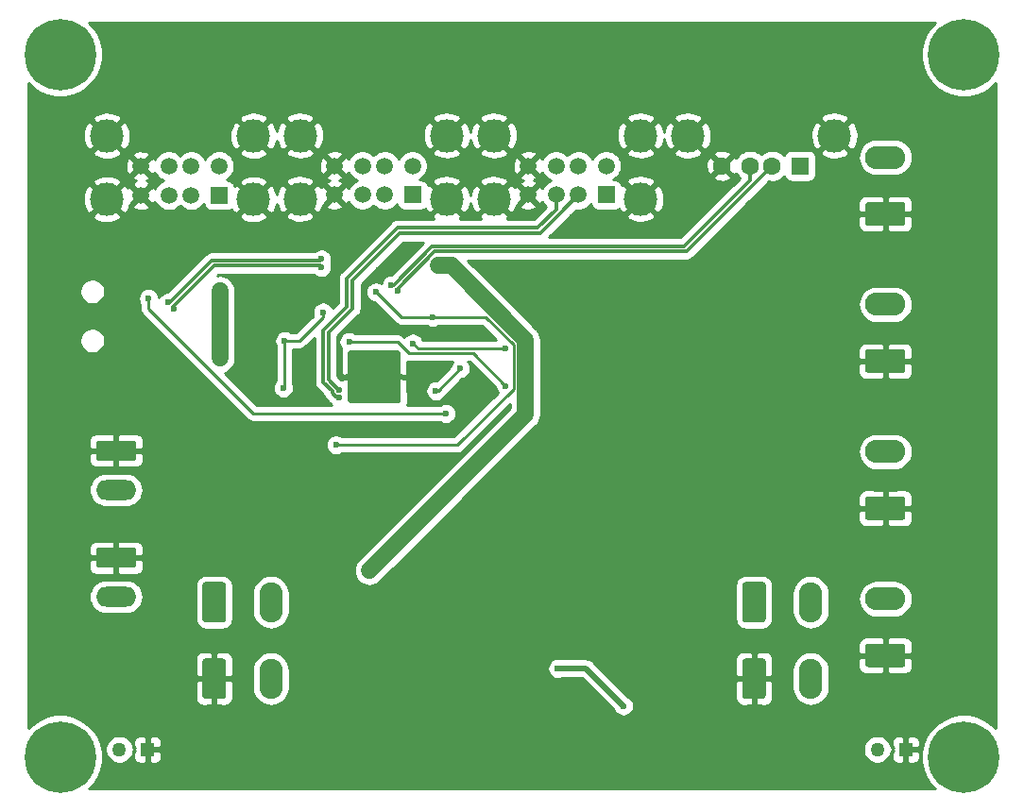
<source format=gbr>
G04 #@! TF.GenerationSoftware,KiCad,Pcbnew,(5.1.4)-1*
G04 #@! TF.CreationDate,2020-01-12T03:23:05+01:00*
G04 #@! TF.ProjectId,hub_usb_dispatch,6875625f-7573-4625-9f64-697370617463,rev?*
G04 #@! TF.SameCoordinates,Original*
G04 #@! TF.FileFunction,Copper,L2,Bot*
G04 #@! TF.FilePolarity,Positive*
%FSLAX46Y46*%
G04 Gerber Fmt 4.6, Leading zero omitted, Abs format (unit mm)*
G04 Created by KiCad (PCBNEW (5.1.4)-1) date 2020-01-12 03:23:05*
%MOMM*%
%LPD*%
G04 APERTURE LIST*
%ADD10C,3.000000*%
%ADD11R,1.600000X1.600000*%
%ADD12C,1.600000*%
%ADD13C,6.400000*%
%ADD14C,0.100000*%
%ADD15C,4.700000*%
%ADD16C,0.500000*%
%ADD17R,1.275000X1.275000*%
%ADD18C,1.275000*%
%ADD19O,2.080000X3.600000*%
%ADD20C,2.080000*%
%ADD21O,3.600000X2.080000*%
%ADD22O,3.600000X1.800000*%
%ADD23C,1.800000*%
%ADD24C,1.500000*%
%ADD25R,1.500000X1.500000*%
%ADD26C,0.600000*%
%ADD27C,1.200000*%
%ADD28C,0.500000*%
%ADD29C,1.500000*%
%ADD30C,0.250000*%
%ADD31C,0.350000*%
%ADD32C,0.254000*%
G04 APERTURE END LIST*
D10*
X109758100Y-60777300D03*
X122898100Y-60777300D03*
D11*
X119828100Y-63487300D03*
D12*
X117328100Y-63487300D03*
X115328100Y-63487300D03*
X112828100Y-63487300D03*
D13*
X134500000Y-53500000D03*
D14*
G36*
X83785507Y-80074204D02*
G01*
X83809775Y-80077804D01*
X83833573Y-80083765D01*
X83856673Y-80092030D01*
X83878851Y-80102519D01*
X83899894Y-80115132D01*
X83919599Y-80129747D01*
X83937778Y-80146222D01*
X83954253Y-80164401D01*
X83968868Y-80184106D01*
X83981481Y-80205149D01*
X83991970Y-80227327D01*
X84000235Y-80250427D01*
X84006196Y-80274225D01*
X84009796Y-80298493D01*
X84011000Y-80322997D01*
X84011000Y-84523003D01*
X84009796Y-84547507D01*
X84006196Y-84571775D01*
X84000235Y-84595573D01*
X83991970Y-84618673D01*
X83981481Y-84640851D01*
X83968868Y-84661894D01*
X83954253Y-84681599D01*
X83937778Y-84699778D01*
X83919599Y-84716253D01*
X83899894Y-84730868D01*
X83878851Y-84743481D01*
X83856673Y-84753970D01*
X83833573Y-84762235D01*
X83809775Y-84768196D01*
X83785507Y-84771796D01*
X83761003Y-84773000D01*
X79560997Y-84773000D01*
X79536493Y-84771796D01*
X79512225Y-84768196D01*
X79488427Y-84762235D01*
X79465327Y-84753970D01*
X79443149Y-84743481D01*
X79422106Y-84730868D01*
X79402401Y-84716253D01*
X79384222Y-84699778D01*
X79367747Y-84681599D01*
X79353132Y-84661894D01*
X79340519Y-84640851D01*
X79330030Y-84618673D01*
X79321765Y-84595573D01*
X79315804Y-84571775D01*
X79312204Y-84547507D01*
X79311000Y-84523003D01*
X79311000Y-80322997D01*
X79312204Y-80298493D01*
X79315804Y-80274225D01*
X79321765Y-80250427D01*
X79330030Y-80227327D01*
X79340519Y-80205149D01*
X79353132Y-80184106D01*
X79367747Y-80164401D01*
X79384222Y-80146222D01*
X79402401Y-80129747D01*
X79422106Y-80115132D01*
X79443149Y-80102519D01*
X79465327Y-80092030D01*
X79488427Y-80083765D01*
X79512225Y-80077804D01*
X79536493Y-80074204D01*
X79560997Y-80073000D01*
X83761003Y-80073000D01*
X83785507Y-80074204D01*
X83785507Y-80074204D01*
G37*
D15*
X81661000Y-82423000D03*
D16*
X83761000Y-84523000D03*
X82361000Y-84523000D03*
X80961000Y-84523000D03*
X79561000Y-84523000D03*
X83761000Y-83123000D03*
X82361000Y-83123000D03*
X80961000Y-83123000D03*
X79561000Y-83123000D03*
X83761000Y-81723000D03*
X82361000Y-81723000D03*
X80961000Y-81723000D03*
X79561000Y-81723000D03*
X83761000Y-80323000D03*
X82361000Y-80323000D03*
X80961000Y-80323000D03*
X79561000Y-80323000D03*
D17*
X61341000Y-115824000D03*
D18*
X58801000Y-115824000D03*
D17*
X129286000Y-115824000D03*
D18*
X126746000Y-115824000D03*
D19*
X72390000Y-102616000D03*
D14*
G36*
X68124505Y-100817204D02*
G01*
X68148773Y-100820804D01*
X68172572Y-100826765D01*
X68195671Y-100835030D01*
X68217850Y-100845520D01*
X68238893Y-100858132D01*
X68258599Y-100872747D01*
X68276777Y-100889223D01*
X68293253Y-100907401D01*
X68307868Y-100927107D01*
X68320480Y-100948150D01*
X68330970Y-100970329D01*
X68339235Y-100993428D01*
X68345196Y-101017227D01*
X68348796Y-101041495D01*
X68350000Y-101065999D01*
X68350000Y-104166001D01*
X68348796Y-104190505D01*
X68345196Y-104214773D01*
X68339235Y-104238572D01*
X68330970Y-104261671D01*
X68320480Y-104283850D01*
X68307868Y-104304893D01*
X68293253Y-104324599D01*
X68276777Y-104342777D01*
X68258599Y-104359253D01*
X68238893Y-104373868D01*
X68217850Y-104386480D01*
X68195671Y-104396970D01*
X68172572Y-104405235D01*
X68148773Y-104411196D01*
X68124505Y-104414796D01*
X68100001Y-104416000D01*
X66519999Y-104416000D01*
X66495495Y-104414796D01*
X66471227Y-104411196D01*
X66447428Y-104405235D01*
X66424329Y-104396970D01*
X66402150Y-104386480D01*
X66381107Y-104373868D01*
X66361401Y-104359253D01*
X66343223Y-104342777D01*
X66326747Y-104324599D01*
X66312132Y-104304893D01*
X66299520Y-104283850D01*
X66289030Y-104261671D01*
X66280765Y-104238572D01*
X66274804Y-104214773D01*
X66271204Y-104190505D01*
X66270000Y-104166001D01*
X66270000Y-101065999D01*
X66271204Y-101041495D01*
X66274804Y-101017227D01*
X66280765Y-100993428D01*
X66289030Y-100970329D01*
X66299520Y-100948150D01*
X66312132Y-100927107D01*
X66326747Y-100907401D01*
X66343223Y-100889223D01*
X66361401Y-100872747D01*
X66381107Y-100858132D01*
X66402150Y-100845520D01*
X66424329Y-100835030D01*
X66447428Y-100826765D01*
X66471227Y-100820804D01*
X66495495Y-100817204D01*
X66519999Y-100816000D01*
X68100001Y-100816000D01*
X68124505Y-100817204D01*
X68124505Y-100817204D01*
G37*
D20*
X67310000Y-102616000D03*
D19*
X120777000Y-102616000D03*
D14*
G36*
X116511505Y-100817204D02*
G01*
X116535773Y-100820804D01*
X116559572Y-100826765D01*
X116582671Y-100835030D01*
X116604850Y-100845520D01*
X116625893Y-100858132D01*
X116645599Y-100872747D01*
X116663777Y-100889223D01*
X116680253Y-100907401D01*
X116694868Y-100927107D01*
X116707480Y-100948150D01*
X116717970Y-100970329D01*
X116726235Y-100993428D01*
X116732196Y-101017227D01*
X116735796Y-101041495D01*
X116737000Y-101065999D01*
X116737000Y-104166001D01*
X116735796Y-104190505D01*
X116732196Y-104214773D01*
X116726235Y-104238572D01*
X116717970Y-104261671D01*
X116707480Y-104283850D01*
X116694868Y-104304893D01*
X116680253Y-104324599D01*
X116663777Y-104342777D01*
X116645599Y-104359253D01*
X116625893Y-104373868D01*
X116604850Y-104386480D01*
X116582671Y-104396970D01*
X116559572Y-104405235D01*
X116535773Y-104411196D01*
X116511505Y-104414796D01*
X116487001Y-104416000D01*
X114906999Y-104416000D01*
X114882495Y-104414796D01*
X114858227Y-104411196D01*
X114834428Y-104405235D01*
X114811329Y-104396970D01*
X114789150Y-104386480D01*
X114768107Y-104373868D01*
X114748401Y-104359253D01*
X114730223Y-104342777D01*
X114713747Y-104324599D01*
X114699132Y-104304893D01*
X114686520Y-104283850D01*
X114676030Y-104261671D01*
X114667765Y-104238572D01*
X114661804Y-104214773D01*
X114658204Y-104190505D01*
X114657000Y-104166001D01*
X114657000Y-101065999D01*
X114658204Y-101041495D01*
X114661804Y-101017227D01*
X114667765Y-100993428D01*
X114676030Y-100970329D01*
X114686520Y-100948150D01*
X114699132Y-100927107D01*
X114713747Y-100907401D01*
X114730223Y-100889223D01*
X114748401Y-100872747D01*
X114768107Y-100858132D01*
X114789150Y-100845520D01*
X114811329Y-100835030D01*
X114834428Y-100826765D01*
X114858227Y-100820804D01*
X114882495Y-100817204D01*
X114906999Y-100816000D01*
X116487001Y-100816000D01*
X116511505Y-100817204D01*
X116511505Y-100817204D01*
G37*
D20*
X115697000Y-102616000D03*
D21*
X127463500Y-102320000D03*
D14*
G36*
X129038005Y-106361204D02*
G01*
X129062273Y-106364804D01*
X129086072Y-106370765D01*
X129109171Y-106379030D01*
X129131350Y-106389520D01*
X129152393Y-106402132D01*
X129172099Y-106416747D01*
X129190277Y-106433223D01*
X129206753Y-106451401D01*
X129221368Y-106471107D01*
X129233980Y-106492150D01*
X129244470Y-106514329D01*
X129252735Y-106537428D01*
X129258696Y-106561227D01*
X129262296Y-106585495D01*
X129263500Y-106609999D01*
X129263500Y-108190001D01*
X129262296Y-108214505D01*
X129258696Y-108238773D01*
X129252735Y-108262572D01*
X129244470Y-108285671D01*
X129233980Y-108307850D01*
X129221368Y-108328893D01*
X129206753Y-108348599D01*
X129190277Y-108366777D01*
X129172099Y-108383253D01*
X129152393Y-108397868D01*
X129131350Y-108410480D01*
X129109171Y-108420970D01*
X129086072Y-108429235D01*
X129062273Y-108435196D01*
X129038005Y-108438796D01*
X129013501Y-108440000D01*
X125913499Y-108440000D01*
X125888995Y-108438796D01*
X125864727Y-108435196D01*
X125840928Y-108429235D01*
X125817829Y-108420970D01*
X125795650Y-108410480D01*
X125774607Y-108397868D01*
X125754901Y-108383253D01*
X125736723Y-108366777D01*
X125720247Y-108348599D01*
X125705632Y-108328893D01*
X125693020Y-108307850D01*
X125682530Y-108285671D01*
X125674265Y-108262572D01*
X125668304Y-108238773D01*
X125664704Y-108214505D01*
X125663500Y-108190001D01*
X125663500Y-106609999D01*
X125664704Y-106585495D01*
X125668304Y-106561227D01*
X125674265Y-106537428D01*
X125682530Y-106514329D01*
X125693020Y-106492150D01*
X125705632Y-106471107D01*
X125720247Y-106451401D01*
X125736723Y-106433223D01*
X125754901Y-106416747D01*
X125774607Y-106402132D01*
X125795650Y-106389520D01*
X125817829Y-106379030D01*
X125840928Y-106370765D01*
X125864727Y-106364804D01*
X125888995Y-106361204D01*
X125913499Y-106360000D01*
X129013501Y-106360000D01*
X129038005Y-106361204D01*
X129038005Y-106361204D01*
G37*
D20*
X127463500Y-107400000D03*
D19*
X72390000Y-109474000D03*
D14*
G36*
X68124505Y-107675204D02*
G01*
X68148773Y-107678804D01*
X68172572Y-107684765D01*
X68195671Y-107693030D01*
X68217850Y-107703520D01*
X68238893Y-107716132D01*
X68258599Y-107730747D01*
X68276777Y-107747223D01*
X68293253Y-107765401D01*
X68307868Y-107785107D01*
X68320480Y-107806150D01*
X68330970Y-107828329D01*
X68339235Y-107851428D01*
X68345196Y-107875227D01*
X68348796Y-107899495D01*
X68350000Y-107923999D01*
X68350000Y-111024001D01*
X68348796Y-111048505D01*
X68345196Y-111072773D01*
X68339235Y-111096572D01*
X68330970Y-111119671D01*
X68320480Y-111141850D01*
X68307868Y-111162893D01*
X68293253Y-111182599D01*
X68276777Y-111200777D01*
X68258599Y-111217253D01*
X68238893Y-111231868D01*
X68217850Y-111244480D01*
X68195671Y-111254970D01*
X68172572Y-111263235D01*
X68148773Y-111269196D01*
X68124505Y-111272796D01*
X68100001Y-111274000D01*
X66519999Y-111274000D01*
X66495495Y-111272796D01*
X66471227Y-111269196D01*
X66447428Y-111263235D01*
X66424329Y-111254970D01*
X66402150Y-111244480D01*
X66381107Y-111231868D01*
X66361401Y-111217253D01*
X66343223Y-111200777D01*
X66326747Y-111182599D01*
X66312132Y-111162893D01*
X66299520Y-111141850D01*
X66289030Y-111119671D01*
X66280765Y-111096572D01*
X66274804Y-111072773D01*
X66271204Y-111048505D01*
X66270000Y-111024001D01*
X66270000Y-107923999D01*
X66271204Y-107899495D01*
X66274804Y-107875227D01*
X66280765Y-107851428D01*
X66289030Y-107828329D01*
X66299520Y-107806150D01*
X66312132Y-107785107D01*
X66326747Y-107765401D01*
X66343223Y-107747223D01*
X66361401Y-107730747D01*
X66381107Y-107716132D01*
X66402150Y-107703520D01*
X66424329Y-107693030D01*
X66447428Y-107684765D01*
X66471227Y-107678804D01*
X66495495Y-107675204D01*
X66519999Y-107674000D01*
X68100001Y-107674000D01*
X68124505Y-107675204D01*
X68124505Y-107675204D01*
G37*
D20*
X67310000Y-109474000D03*
D19*
X120777000Y-109474000D03*
D14*
G36*
X116511505Y-107675204D02*
G01*
X116535773Y-107678804D01*
X116559572Y-107684765D01*
X116582671Y-107693030D01*
X116604850Y-107703520D01*
X116625893Y-107716132D01*
X116645599Y-107730747D01*
X116663777Y-107747223D01*
X116680253Y-107765401D01*
X116694868Y-107785107D01*
X116707480Y-107806150D01*
X116717970Y-107828329D01*
X116726235Y-107851428D01*
X116732196Y-107875227D01*
X116735796Y-107899495D01*
X116737000Y-107923999D01*
X116737000Y-111024001D01*
X116735796Y-111048505D01*
X116732196Y-111072773D01*
X116726235Y-111096572D01*
X116717970Y-111119671D01*
X116707480Y-111141850D01*
X116694868Y-111162893D01*
X116680253Y-111182599D01*
X116663777Y-111200777D01*
X116645599Y-111217253D01*
X116625893Y-111231868D01*
X116604850Y-111244480D01*
X116582671Y-111254970D01*
X116559572Y-111263235D01*
X116535773Y-111269196D01*
X116511505Y-111272796D01*
X116487001Y-111274000D01*
X114906999Y-111274000D01*
X114882495Y-111272796D01*
X114858227Y-111269196D01*
X114834428Y-111263235D01*
X114811329Y-111254970D01*
X114789150Y-111244480D01*
X114768107Y-111231868D01*
X114748401Y-111217253D01*
X114730223Y-111200777D01*
X114713747Y-111182599D01*
X114699132Y-111162893D01*
X114686520Y-111141850D01*
X114676030Y-111119671D01*
X114667765Y-111096572D01*
X114661804Y-111072773D01*
X114658204Y-111048505D01*
X114657000Y-111024001D01*
X114657000Y-107923999D01*
X114658204Y-107899495D01*
X114661804Y-107875227D01*
X114667765Y-107851428D01*
X114676030Y-107828329D01*
X114686520Y-107806150D01*
X114699132Y-107785107D01*
X114713747Y-107765401D01*
X114730223Y-107747223D01*
X114748401Y-107730747D01*
X114768107Y-107716132D01*
X114789150Y-107703520D01*
X114811329Y-107693030D01*
X114834428Y-107684765D01*
X114858227Y-107678804D01*
X114882495Y-107675204D01*
X114906999Y-107674000D01*
X116487001Y-107674000D01*
X116511505Y-107675204D01*
X116511505Y-107675204D01*
G37*
D20*
X115697000Y-109474000D03*
D22*
X58527000Y-102135000D03*
D14*
G36*
X60101504Y-97736204D02*
G01*
X60125773Y-97739804D01*
X60149571Y-97745765D01*
X60172671Y-97754030D01*
X60194849Y-97764520D01*
X60215893Y-97777133D01*
X60235598Y-97791747D01*
X60253777Y-97808223D01*
X60270253Y-97826402D01*
X60284867Y-97846107D01*
X60297480Y-97867151D01*
X60307970Y-97889329D01*
X60316235Y-97912429D01*
X60322196Y-97936227D01*
X60325796Y-97960496D01*
X60327000Y-97985000D01*
X60327000Y-99285000D01*
X60325796Y-99309504D01*
X60322196Y-99333773D01*
X60316235Y-99357571D01*
X60307970Y-99380671D01*
X60297480Y-99402849D01*
X60284867Y-99423893D01*
X60270253Y-99443598D01*
X60253777Y-99461777D01*
X60235598Y-99478253D01*
X60215893Y-99492867D01*
X60194849Y-99505480D01*
X60172671Y-99515970D01*
X60149571Y-99524235D01*
X60125773Y-99530196D01*
X60101504Y-99533796D01*
X60077000Y-99535000D01*
X56977000Y-99535000D01*
X56952496Y-99533796D01*
X56928227Y-99530196D01*
X56904429Y-99524235D01*
X56881329Y-99515970D01*
X56859151Y-99505480D01*
X56838107Y-99492867D01*
X56818402Y-99478253D01*
X56800223Y-99461777D01*
X56783747Y-99443598D01*
X56769133Y-99423893D01*
X56756520Y-99402849D01*
X56746030Y-99380671D01*
X56737765Y-99357571D01*
X56731804Y-99333773D01*
X56728204Y-99309504D01*
X56727000Y-99285000D01*
X56727000Y-97985000D01*
X56728204Y-97960496D01*
X56731804Y-97936227D01*
X56737765Y-97912429D01*
X56746030Y-97889329D01*
X56756520Y-97867151D01*
X56769133Y-97846107D01*
X56783747Y-97826402D01*
X56800223Y-97808223D01*
X56818402Y-97791747D01*
X56838107Y-97777133D01*
X56859151Y-97764520D01*
X56881329Y-97754030D01*
X56904429Y-97745765D01*
X56928227Y-97739804D01*
X56952496Y-97736204D01*
X56977000Y-97735000D01*
X60077000Y-97735000D01*
X60101504Y-97736204D01*
X60101504Y-97736204D01*
G37*
D23*
X58527000Y-98635000D03*
D22*
X58527000Y-92535000D03*
D14*
G36*
X60101504Y-88136204D02*
G01*
X60125773Y-88139804D01*
X60149571Y-88145765D01*
X60172671Y-88154030D01*
X60194849Y-88164520D01*
X60215893Y-88177133D01*
X60235598Y-88191747D01*
X60253777Y-88208223D01*
X60270253Y-88226402D01*
X60284867Y-88246107D01*
X60297480Y-88267151D01*
X60307970Y-88289329D01*
X60316235Y-88312429D01*
X60322196Y-88336227D01*
X60325796Y-88360496D01*
X60327000Y-88385000D01*
X60327000Y-89685000D01*
X60325796Y-89709504D01*
X60322196Y-89733773D01*
X60316235Y-89757571D01*
X60307970Y-89780671D01*
X60297480Y-89802849D01*
X60284867Y-89823893D01*
X60270253Y-89843598D01*
X60253777Y-89861777D01*
X60235598Y-89878253D01*
X60215893Y-89892867D01*
X60194849Y-89905480D01*
X60172671Y-89915970D01*
X60149571Y-89924235D01*
X60125773Y-89930196D01*
X60101504Y-89933796D01*
X60077000Y-89935000D01*
X56977000Y-89935000D01*
X56952496Y-89933796D01*
X56928227Y-89930196D01*
X56904429Y-89924235D01*
X56881329Y-89915970D01*
X56859151Y-89905480D01*
X56838107Y-89892867D01*
X56818402Y-89878253D01*
X56800223Y-89861777D01*
X56783747Y-89843598D01*
X56769133Y-89823893D01*
X56756520Y-89802849D01*
X56746030Y-89780671D01*
X56737765Y-89757571D01*
X56731804Y-89733773D01*
X56728204Y-89709504D01*
X56727000Y-89685000D01*
X56727000Y-88385000D01*
X56728204Y-88360496D01*
X56731804Y-88336227D01*
X56737765Y-88312429D01*
X56746030Y-88289329D01*
X56756520Y-88267151D01*
X56769133Y-88246107D01*
X56783747Y-88226402D01*
X56800223Y-88208223D01*
X56818402Y-88191747D01*
X56838107Y-88177133D01*
X56859151Y-88164520D01*
X56881329Y-88154030D01*
X56904429Y-88145765D01*
X56928227Y-88139804D01*
X56952496Y-88136204D01*
X56977000Y-88135000D01*
X60077000Y-88135000D01*
X60101504Y-88136204D01*
X60101504Y-88136204D01*
G37*
D23*
X58527000Y-89035000D03*
D21*
X127463500Y-89120000D03*
D14*
G36*
X129038005Y-93161204D02*
G01*
X129062273Y-93164804D01*
X129086072Y-93170765D01*
X129109171Y-93179030D01*
X129131350Y-93189520D01*
X129152393Y-93202132D01*
X129172099Y-93216747D01*
X129190277Y-93233223D01*
X129206753Y-93251401D01*
X129221368Y-93271107D01*
X129233980Y-93292150D01*
X129244470Y-93314329D01*
X129252735Y-93337428D01*
X129258696Y-93361227D01*
X129262296Y-93385495D01*
X129263500Y-93409999D01*
X129263500Y-94990001D01*
X129262296Y-95014505D01*
X129258696Y-95038773D01*
X129252735Y-95062572D01*
X129244470Y-95085671D01*
X129233980Y-95107850D01*
X129221368Y-95128893D01*
X129206753Y-95148599D01*
X129190277Y-95166777D01*
X129172099Y-95183253D01*
X129152393Y-95197868D01*
X129131350Y-95210480D01*
X129109171Y-95220970D01*
X129086072Y-95229235D01*
X129062273Y-95235196D01*
X129038005Y-95238796D01*
X129013501Y-95240000D01*
X125913499Y-95240000D01*
X125888995Y-95238796D01*
X125864727Y-95235196D01*
X125840928Y-95229235D01*
X125817829Y-95220970D01*
X125795650Y-95210480D01*
X125774607Y-95197868D01*
X125754901Y-95183253D01*
X125736723Y-95166777D01*
X125720247Y-95148599D01*
X125705632Y-95128893D01*
X125693020Y-95107850D01*
X125682530Y-95085671D01*
X125674265Y-95062572D01*
X125668304Y-95038773D01*
X125664704Y-95014505D01*
X125663500Y-94990001D01*
X125663500Y-93409999D01*
X125664704Y-93385495D01*
X125668304Y-93361227D01*
X125674265Y-93337428D01*
X125682530Y-93314329D01*
X125693020Y-93292150D01*
X125705632Y-93271107D01*
X125720247Y-93251401D01*
X125736723Y-93233223D01*
X125754901Y-93216747D01*
X125774607Y-93202132D01*
X125795650Y-93189520D01*
X125817829Y-93179030D01*
X125840928Y-93170765D01*
X125864727Y-93164804D01*
X125888995Y-93161204D01*
X125913499Y-93160000D01*
X129013501Y-93160000D01*
X129038005Y-93161204D01*
X129038005Y-93161204D01*
G37*
D20*
X127463500Y-94200000D03*
D21*
X127463500Y-62720000D03*
D14*
G36*
X129038005Y-66761204D02*
G01*
X129062273Y-66764804D01*
X129086072Y-66770765D01*
X129109171Y-66779030D01*
X129131350Y-66789520D01*
X129152393Y-66802132D01*
X129172099Y-66816747D01*
X129190277Y-66833223D01*
X129206753Y-66851401D01*
X129221368Y-66871107D01*
X129233980Y-66892150D01*
X129244470Y-66914329D01*
X129252735Y-66937428D01*
X129258696Y-66961227D01*
X129262296Y-66985495D01*
X129263500Y-67009999D01*
X129263500Y-68590001D01*
X129262296Y-68614505D01*
X129258696Y-68638773D01*
X129252735Y-68662572D01*
X129244470Y-68685671D01*
X129233980Y-68707850D01*
X129221368Y-68728893D01*
X129206753Y-68748599D01*
X129190277Y-68766777D01*
X129172099Y-68783253D01*
X129152393Y-68797868D01*
X129131350Y-68810480D01*
X129109171Y-68820970D01*
X129086072Y-68829235D01*
X129062273Y-68835196D01*
X129038005Y-68838796D01*
X129013501Y-68840000D01*
X125913499Y-68840000D01*
X125888995Y-68838796D01*
X125864727Y-68835196D01*
X125840928Y-68829235D01*
X125817829Y-68820970D01*
X125795650Y-68810480D01*
X125774607Y-68797868D01*
X125754901Y-68783253D01*
X125736723Y-68766777D01*
X125720247Y-68748599D01*
X125705632Y-68728893D01*
X125693020Y-68707850D01*
X125682530Y-68685671D01*
X125674265Y-68662572D01*
X125668304Y-68638773D01*
X125664704Y-68614505D01*
X125663500Y-68590001D01*
X125663500Y-67009999D01*
X125664704Y-66985495D01*
X125668304Y-66961227D01*
X125674265Y-66937428D01*
X125682530Y-66914329D01*
X125693020Y-66892150D01*
X125705632Y-66871107D01*
X125720247Y-66851401D01*
X125736723Y-66833223D01*
X125754901Y-66816747D01*
X125774607Y-66802132D01*
X125795650Y-66789520D01*
X125817829Y-66779030D01*
X125840928Y-66770765D01*
X125864727Y-66764804D01*
X125888995Y-66761204D01*
X125913499Y-66760000D01*
X129013501Y-66760000D01*
X129038005Y-66761204D01*
X129038005Y-66761204D01*
G37*
D20*
X127463500Y-67800000D03*
D21*
X127463500Y-75920000D03*
D14*
G36*
X129038005Y-79961204D02*
G01*
X129062273Y-79964804D01*
X129086072Y-79970765D01*
X129109171Y-79979030D01*
X129131350Y-79989520D01*
X129152393Y-80002132D01*
X129172099Y-80016747D01*
X129190277Y-80033223D01*
X129206753Y-80051401D01*
X129221368Y-80071107D01*
X129233980Y-80092150D01*
X129244470Y-80114329D01*
X129252735Y-80137428D01*
X129258696Y-80161227D01*
X129262296Y-80185495D01*
X129263500Y-80209999D01*
X129263500Y-81790001D01*
X129262296Y-81814505D01*
X129258696Y-81838773D01*
X129252735Y-81862572D01*
X129244470Y-81885671D01*
X129233980Y-81907850D01*
X129221368Y-81928893D01*
X129206753Y-81948599D01*
X129190277Y-81966777D01*
X129172099Y-81983253D01*
X129152393Y-81997868D01*
X129131350Y-82010480D01*
X129109171Y-82020970D01*
X129086072Y-82029235D01*
X129062273Y-82035196D01*
X129038005Y-82038796D01*
X129013501Y-82040000D01*
X125913499Y-82040000D01*
X125888995Y-82038796D01*
X125864727Y-82035196D01*
X125840928Y-82029235D01*
X125817829Y-82020970D01*
X125795650Y-82010480D01*
X125774607Y-81997868D01*
X125754901Y-81983253D01*
X125736723Y-81966777D01*
X125720247Y-81948599D01*
X125705632Y-81928893D01*
X125693020Y-81907850D01*
X125682530Y-81885671D01*
X125674265Y-81862572D01*
X125668304Y-81838773D01*
X125664704Y-81814505D01*
X125663500Y-81790001D01*
X125663500Y-80209999D01*
X125664704Y-80185495D01*
X125668304Y-80161227D01*
X125674265Y-80137428D01*
X125682530Y-80114329D01*
X125693020Y-80092150D01*
X125705632Y-80071107D01*
X125720247Y-80051401D01*
X125736723Y-80033223D01*
X125754901Y-80016747D01*
X125774607Y-80002132D01*
X125795650Y-79989520D01*
X125817829Y-79979030D01*
X125840928Y-79970765D01*
X125864727Y-79964804D01*
X125888995Y-79961204D01*
X125913499Y-79960000D01*
X129013501Y-79960000D01*
X129038005Y-79961204D01*
X129038005Y-79961204D01*
G37*
D20*
X127463500Y-81000000D03*
D24*
X95454500Y-63483500D03*
X97954500Y-63483500D03*
X99954500Y-63483500D03*
X102454500Y-63483500D03*
D10*
X92384500Y-60773500D03*
X105524500Y-60773500D03*
D24*
X95454500Y-66103500D03*
X97954500Y-66103500D03*
X99954500Y-66103500D03*
D25*
X102454500Y-66103500D03*
D10*
X105524500Y-66453500D03*
X92384500Y-66453500D03*
D24*
X60754500Y-63508900D03*
X63254500Y-63508900D03*
X65254500Y-63508900D03*
X67754500Y-63508900D03*
D10*
X57684500Y-60798900D03*
X70824500Y-60798900D03*
D24*
X60754500Y-66128900D03*
X63254500Y-66128900D03*
X65254500Y-66128900D03*
D25*
X67754500Y-66128900D03*
D10*
X70824500Y-66478900D03*
X57684500Y-66478900D03*
D24*
X78090000Y-63483500D03*
X80590000Y-63483500D03*
X82590000Y-63483500D03*
X85090000Y-63483500D03*
D10*
X75020000Y-60773500D03*
X88160000Y-60773500D03*
D24*
X78090000Y-66103500D03*
X80590000Y-66103500D03*
X82590000Y-66103500D03*
D25*
X85090000Y-66103500D03*
D10*
X88160000Y-66453500D03*
X75020000Y-66453500D03*
D13*
X53500000Y-116500000D03*
X134500000Y-116500000D03*
X53500000Y-53500000D03*
D26*
X103581200Y-103174800D03*
X101295200Y-103174800D03*
X107899200Y-103174800D03*
X109931200Y-103174800D03*
X105867200Y-103174800D03*
X103581200Y-101396800D03*
X101295200Y-101396800D03*
X107899200Y-101396800D03*
X109931200Y-101396800D03*
X105867200Y-101396800D03*
X103581200Y-99618800D03*
X101295200Y-99618800D03*
X107899200Y-99618800D03*
X109931200Y-99618800D03*
X105867200Y-99618800D03*
X103581200Y-97840800D03*
X101295200Y-97840800D03*
X107899200Y-97840800D03*
X109931200Y-97840800D03*
X105867200Y-97840800D03*
X107899200Y-96062800D03*
X103581200Y-96062800D03*
X105867200Y-96062800D03*
X109931200Y-96062800D03*
X101295200Y-96062800D03*
X76047600Y-76962000D03*
X82092800Y-91236800D03*
X84582000Y-89408000D03*
X89316405Y-78959572D03*
X82042000Y-72847200D03*
X56455668Y-77236500D03*
X56455668Y-85236500D03*
X57255668Y-72436500D03*
X58055668Y-95636500D03*
X58855668Y-83636500D03*
X58855668Y-106836500D03*
X58855668Y-118036500D03*
X60455668Y-68436500D03*
X60455668Y-86036500D03*
X60455668Y-111636500D03*
X61255668Y-78836500D03*
X61255668Y-104436500D03*
X62055668Y-82036500D03*
X62055668Y-88436500D03*
X62055668Y-114036500D03*
X62855668Y-70036500D03*
X62855668Y-102036500D03*
X62855668Y-109236500D03*
X62855668Y-118036500D03*
X63655668Y-84436500D03*
X63655668Y-98836500D03*
X64455668Y-90036500D03*
X64455668Y-111636500D03*
X64455668Y-115636500D03*
X65255668Y-86836500D03*
X66055668Y-68436500D03*
X66855668Y-91636500D03*
X66855668Y-113236500D03*
X66855668Y-117236500D03*
X68455668Y-94036500D03*
X69255668Y-114836500D03*
X70055668Y-74036500D03*
X70055668Y-118036500D03*
X70855668Y-77236500D03*
X70855668Y-95636500D03*
X71655668Y-70036500D03*
X71655668Y-84436500D03*
X71655668Y-113236500D03*
X72455668Y-87636500D03*
X72455668Y-116436500D03*
X73255668Y-106036500D03*
X74855668Y-111636500D03*
X74855668Y-118036500D03*
X75655668Y-108436500D03*
X75655668Y-114836500D03*
X76455668Y-101236500D03*
X78055668Y-110836500D03*
X78855668Y-70836500D03*
X78855668Y-102836500D03*
X78855668Y-114036500D03*
X82055668Y-106836500D03*
X82055668Y-114836500D03*
X83655668Y-101236500D03*
X83655668Y-118036500D03*
X84455668Y-104436500D03*
X86055668Y-98836500D03*
X86055668Y-110836500D03*
X86855668Y-102036500D03*
X86855668Y-117236500D03*
X87655668Y-106836500D03*
X89255668Y-100436500D03*
X89255668Y-109236500D03*
X89255668Y-115636500D03*
X90855668Y-111636500D03*
X90855668Y-118036500D03*
X92455668Y-72436500D03*
X92455668Y-101236500D03*
X94055668Y-110836500D03*
X94855668Y-74036500D03*
X95655668Y-89236500D03*
X96455668Y-76436500D03*
X96455668Y-115636500D03*
X97255668Y-72436500D03*
X97255668Y-111636500D03*
X98055668Y-80436500D03*
X98055668Y-84436500D03*
X98855668Y-69236500D03*
X98855668Y-74836500D03*
X98855668Y-117236500D03*
X99655668Y-110036500D03*
X100455668Y-82036500D03*
X102055668Y-115636500D03*
X104455668Y-73236500D03*
X104455668Y-77236500D03*
X104455668Y-94036500D03*
X104455668Y-114036500D03*
X105255668Y-118036500D03*
X106055668Y-83636500D03*
X106055668Y-87636500D03*
X106055668Y-91636500D03*
X106855668Y-74836500D03*
X107655668Y-68436500D03*
X108455668Y-72436500D03*
X108455668Y-81236500D03*
X108455668Y-85236500D03*
X108455668Y-89236500D03*
X108455668Y-93236500D03*
X108455668Y-112436500D03*
X109255668Y-65236500D03*
X110055668Y-114836500D03*
X110855668Y-78836500D03*
X110855668Y-82836500D03*
X110855668Y-86836500D03*
X110855668Y-90836500D03*
X110855668Y-106036500D03*
X110855668Y-110036500D03*
X111655668Y-94036500D03*
X111655668Y-117236500D03*
X112455668Y-97236500D03*
X112455668Y-101236500D03*
X112455668Y-112436500D03*
X113255668Y-76436500D03*
X113255668Y-80436500D03*
X113255668Y-84436500D03*
X113255668Y-88436500D03*
X114055668Y-91636500D03*
X114055668Y-114836500D03*
X114855668Y-94836500D03*
X114855668Y-98836500D03*
X115655668Y-74036500D03*
X115655668Y-78036500D03*
X115655668Y-82036500D03*
X115655668Y-86036500D03*
X115655668Y-117236500D03*
X116455668Y-113236500D03*
X118055668Y-115636500D03*
X120455668Y-76436500D03*
X120455668Y-113236500D03*
X120455668Y-117236500D03*
X122855668Y-74036500D03*
X122855668Y-83636500D03*
X122855668Y-87636500D03*
X122855668Y-114836500D03*
X123655668Y-104436500D03*
X123655668Y-110036500D03*
X124455668Y-117236500D03*
X125255668Y-71636500D03*
X125255668Y-85236500D03*
X125255668Y-112436500D03*
X126055668Y-97236500D03*
X127655668Y-73236500D03*
X127655668Y-83636500D03*
X127655668Y-99636500D03*
X128455668Y-65236500D03*
X128455668Y-91636500D03*
X128455668Y-110036500D03*
X128455668Y-118036500D03*
X129255668Y-113236500D03*
D27*
X67818000Y-74676000D03*
X67818000Y-80746600D03*
X87426800Y-72440800D03*
X81229213Y-99771185D03*
D26*
X78232000Y-88519000D03*
X86893400Y-77063600D03*
X89377562Y-81678428D03*
X73627734Y-79166250D03*
X77063608Y-76606400D03*
X81812250Y-74801850D03*
X73507610Y-83413600D03*
X87172800Y-83667600D03*
X93446604Y-79832200D03*
X85115400Y-79400400D03*
X93446600Y-83235800D03*
X79400400Y-79273400D03*
X61417200Y-75361800D03*
X88087200Y-85699600D03*
X103987600Y-111912400D03*
X98094800Y-108559600D03*
X63664494Y-76272294D03*
X76936600Y-72577200D03*
X63148306Y-75756106D03*
X76936600Y-71847200D03*
X78486000Y-83558000D03*
X78486000Y-84288000D03*
X83206306Y-74163906D03*
X83722494Y-74680094D03*
D28*
X81661000Y-82423000D02*
X79211000Y-82423000D01*
X81661000Y-82423000D02*
X84111000Y-82423000D01*
D29*
X67818000Y-74676000D02*
X67818000Y-80746600D01*
X95207410Y-85792988D02*
X81829212Y-99171186D01*
X81829212Y-99171186D02*
X81229213Y-99771185D01*
X88554728Y-72440800D02*
X95207410Y-79093482D01*
X87426800Y-72440800D02*
X88554728Y-72440800D01*
X95207410Y-79093482D02*
X95207410Y-85792988D01*
D30*
X87317664Y-77063600D02*
X86893400Y-77063600D01*
X91643200Y-77063600D02*
X87317664Y-77063600D01*
X94132400Y-79552800D02*
X91643200Y-77063600D01*
X94132400Y-83489800D02*
X94132400Y-79552800D01*
X78232000Y-88519000D02*
X89103200Y-88519000D01*
X89103200Y-88519000D02*
X94132400Y-83489800D01*
X73627734Y-79166250D02*
X74928022Y-79166250D01*
X74928022Y-79166250D02*
X77063608Y-77030664D01*
X77063608Y-77030664D02*
X77063608Y-76606400D01*
X84074000Y-77063600D02*
X82112249Y-75101849D01*
X86893400Y-77063600D02*
X84074000Y-77063600D01*
X82112249Y-75101849D02*
X81812250Y-74801850D01*
X73627734Y-79166250D02*
X73627734Y-83293476D01*
X73627734Y-83293476D02*
X73507610Y-83413600D01*
X87388390Y-83667600D02*
X87172800Y-83667600D01*
X89377562Y-81678428D02*
X87388390Y-83667600D01*
X93446604Y-79832200D02*
X85547200Y-79832200D01*
X85415399Y-79700399D02*
X85115400Y-79400400D01*
X85547200Y-79832200D02*
X85415399Y-79700399D01*
X79824664Y-79273400D02*
X79400400Y-79273400D01*
X83743800Y-79273400D02*
X79824664Y-79273400D01*
X84752610Y-80282210D02*
X83743800Y-79273400D01*
X93446600Y-83235800D02*
X90493010Y-80282210D01*
X90493010Y-80282210D02*
X84752610Y-80282210D01*
X70815200Y-85699600D02*
X87662936Y-85699600D01*
X87662936Y-85699600D02*
X88087200Y-85699600D01*
X61417200Y-76301600D02*
X70815200Y-85699600D01*
X61417200Y-75361800D02*
X61417200Y-76301600D01*
D28*
X103987600Y-111912400D02*
X100634800Y-108559600D01*
X100634800Y-108559600D02*
X98094800Y-108559600D01*
D31*
X63664494Y-76272294D02*
X63664494Y-76095518D01*
X63664494Y-76095518D02*
X67307812Y-72452200D01*
X67307812Y-72452200D02*
X76811600Y-72452200D01*
X76811600Y-72452200D02*
X76936600Y-72577200D01*
X67108988Y-71972200D02*
X76811600Y-71972200D01*
X63325082Y-75756106D02*
X67108988Y-71972200D01*
X63148306Y-75756106D02*
X63325082Y-75756106D01*
X76811600Y-71972200D02*
X76936600Y-71847200D01*
X98293911Y-67764089D02*
X99954500Y-66103500D01*
X83970212Y-69531200D02*
X96526800Y-69531200D01*
X79691200Y-73810212D02*
X83970212Y-69531200D01*
X79691200Y-76299412D02*
X79691200Y-73810212D01*
X96526800Y-69531200D02*
X98293911Y-67764089D01*
X78486000Y-83558000D02*
X78434823Y-83558000D01*
X77557600Y-82680777D02*
X77557600Y-78433012D01*
X78434823Y-83558000D02*
X77557600Y-82680777D01*
X77557600Y-78433012D02*
X79691200Y-76299412D01*
X78195599Y-84163001D02*
X77880999Y-83848401D01*
X78361001Y-84163001D02*
X78195599Y-84163001D01*
X77880999Y-83682999D02*
X77077600Y-82879600D01*
X77077600Y-78234188D02*
X79211200Y-76100588D01*
X79211200Y-76100588D02*
X79211200Y-73611388D01*
X78486000Y-84288000D02*
X78361001Y-84163001D01*
X79211200Y-73611388D02*
X83771388Y-69051200D01*
X77880999Y-83848401D02*
X77880999Y-83682999D01*
X83771388Y-69051200D02*
X96327977Y-69051200D01*
X96327977Y-69051200D02*
X97954500Y-67424677D01*
X97954500Y-67424677D02*
X97954500Y-66103500D01*
X77077600Y-82879600D02*
X77077600Y-78234188D01*
X83383082Y-74163906D02*
X86844788Y-70702200D01*
X83206306Y-74163906D02*
X83383082Y-74163906D01*
X86844788Y-70702200D02*
X109434377Y-70702200D01*
X109434377Y-70702200D02*
X115328100Y-64808477D01*
X115328100Y-64808477D02*
X115328100Y-63487300D01*
X83722494Y-74503318D02*
X87043612Y-71182200D01*
X83722494Y-74680094D02*
X83722494Y-74503318D01*
X115667511Y-65147889D02*
X117328100Y-63487300D01*
X109633200Y-71182200D02*
X115667511Y-65147889D01*
X87043612Y-71182200D02*
X109633200Y-71182200D01*
D32*
G36*
X131521161Y-51055330D02*
G01*
X131101467Y-51683446D01*
X130812377Y-52381372D01*
X130665000Y-53122285D01*
X130665000Y-53877715D01*
X130812377Y-54618628D01*
X131101467Y-55316554D01*
X131521161Y-55944670D01*
X132055330Y-56478839D01*
X132683446Y-56898533D01*
X133381372Y-57187623D01*
X134122285Y-57335000D01*
X134877715Y-57335000D01*
X135618628Y-57187623D01*
X136316554Y-56898533D01*
X136944670Y-56478839D01*
X137340000Y-56083509D01*
X137340001Y-113916492D01*
X136944670Y-113521161D01*
X136316554Y-113101467D01*
X135618628Y-112812377D01*
X134877715Y-112665000D01*
X134122285Y-112665000D01*
X133381372Y-112812377D01*
X132683446Y-113101467D01*
X132055330Y-113521161D01*
X131521161Y-114055330D01*
X131101467Y-114683446D01*
X130812377Y-115381372D01*
X130665000Y-116122285D01*
X130665000Y-116877715D01*
X130812377Y-117618628D01*
X131101467Y-118316554D01*
X131521161Y-118944670D01*
X131916491Y-119340000D01*
X56083509Y-119340000D01*
X56478839Y-118944670D01*
X56898533Y-118316554D01*
X57187623Y-117618628D01*
X57335000Y-116877715D01*
X57335000Y-116122285D01*
X57250738Y-115698670D01*
X57528500Y-115698670D01*
X57528500Y-115949330D01*
X57577402Y-116195175D01*
X57673325Y-116426755D01*
X57812585Y-116635171D01*
X57989829Y-116812415D01*
X58198245Y-116951675D01*
X58429825Y-117047598D01*
X58675670Y-117096500D01*
X58926330Y-117096500D01*
X59172175Y-117047598D01*
X59403755Y-116951675D01*
X59612171Y-116812415D01*
X59789415Y-116635171D01*
X59928675Y-116426755D01*
X60024598Y-116195175D01*
X60073167Y-115951002D01*
X60227248Y-115951002D01*
X60068500Y-116109750D01*
X60065428Y-116461500D01*
X60077688Y-116585982D01*
X60113998Y-116705680D01*
X60172963Y-116815994D01*
X60252315Y-116912685D01*
X60349006Y-116992037D01*
X60459320Y-117051002D01*
X60579018Y-117087312D01*
X60703500Y-117099572D01*
X61055250Y-117096500D01*
X61214000Y-116937750D01*
X61214000Y-115951000D01*
X61468000Y-115951000D01*
X61468000Y-116937750D01*
X61626750Y-117096500D01*
X61978500Y-117099572D01*
X62102982Y-117087312D01*
X62222680Y-117051002D01*
X62332994Y-116992037D01*
X62429685Y-116912685D01*
X62509037Y-116815994D01*
X62568002Y-116705680D01*
X62604312Y-116585982D01*
X62616572Y-116461500D01*
X62613500Y-116109750D01*
X62454750Y-115951000D01*
X61468000Y-115951000D01*
X61214000Y-115951000D01*
X61194000Y-115951000D01*
X61194000Y-115698670D01*
X125473500Y-115698670D01*
X125473500Y-115949330D01*
X125522402Y-116195175D01*
X125618325Y-116426755D01*
X125757585Y-116635171D01*
X125934829Y-116812415D01*
X126143245Y-116951675D01*
X126374825Y-117047598D01*
X126620670Y-117096500D01*
X126871330Y-117096500D01*
X127117175Y-117047598D01*
X127348755Y-116951675D01*
X127557171Y-116812415D01*
X127734415Y-116635171D01*
X127873675Y-116426755D01*
X127969598Y-116195175D01*
X128018167Y-115951002D01*
X128172248Y-115951002D01*
X128013500Y-116109750D01*
X128010428Y-116461500D01*
X128022688Y-116585982D01*
X128058998Y-116705680D01*
X128117963Y-116815994D01*
X128197315Y-116912685D01*
X128294006Y-116992037D01*
X128404320Y-117051002D01*
X128524018Y-117087312D01*
X128648500Y-117099572D01*
X129000250Y-117096500D01*
X129159000Y-116937750D01*
X129159000Y-115951000D01*
X129413000Y-115951000D01*
X129413000Y-116937750D01*
X129571750Y-117096500D01*
X129923500Y-117099572D01*
X130047982Y-117087312D01*
X130167680Y-117051002D01*
X130277994Y-116992037D01*
X130374685Y-116912685D01*
X130454037Y-116815994D01*
X130513002Y-116705680D01*
X130549312Y-116585982D01*
X130561572Y-116461500D01*
X130558500Y-116109750D01*
X130399750Y-115951000D01*
X129413000Y-115951000D01*
X129159000Y-115951000D01*
X129139000Y-115951000D01*
X129139000Y-115697000D01*
X129159000Y-115697000D01*
X129159000Y-114710250D01*
X129413000Y-114710250D01*
X129413000Y-115697000D01*
X130399750Y-115697000D01*
X130558500Y-115538250D01*
X130561572Y-115186500D01*
X130549312Y-115062018D01*
X130513002Y-114942320D01*
X130454037Y-114832006D01*
X130374685Y-114735315D01*
X130277994Y-114655963D01*
X130167680Y-114596998D01*
X130047982Y-114560688D01*
X129923500Y-114548428D01*
X129571750Y-114551500D01*
X129413000Y-114710250D01*
X129159000Y-114710250D01*
X129000250Y-114551500D01*
X128648500Y-114548428D01*
X128524018Y-114560688D01*
X128404320Y-114596998D01*
X128294006Y-114655963D01*
X128197315Y-114735315D01*
X128117963Y-114832006D01*
X128058998Y-114942320D01*
X128022688Y-115062018D01*
X128010428Y-115186500D01*
X128013500Y-115538250D01*
X128172248Y-115696998D01*
X128018167Y-115696998D01*
X127969598Y-115452825D01*
X127873675Y-115221245D01*
X127734415Y-115012829D01*
X127557171Y-114835585D01*
X127348755Y-114696325D01*
X127117175Y-114600402D01*
X126871330Y-114551500D01*
X126620670Y-114551500D01*
X126374825Y-114600402D01*
X126143245Y-114696325D01*
X125934829Y-114835585D01*
X125757585Y-115012829D01*
X125618325Y-115221245D01*
X125522402Y-115452825D01*
X125473500Y-115698670D01*
X61194000Y-115698670D01*
X61194000Y-115697000D01*
X61214000Y-115697000D01*
X61214000Y-114710250D01*
X61468000Y-114710250D01*
X61468000Y-115697000D01*
X62454750Y-115697000D01*
X62613500Y-115538250D01*
X62616572Y-115186500D01*
X62604312Y-115062018D01*
X62568002Y-114942320D01*
X62509037Y-114832006D01*
X62429685Y-114735315D01*
X62332994Y-114655963D01*
X62222680Y-114596998D01*
X62102982Y-114560688D01*
X61978500Y-114548428D01*
X61626750Y-114551500D01*
X61468000Y-114710250D01*
X61214000Y-114710250D01*
X61055250Y-114551500D01*
X60703500Y-114548428D01*
X60579018Y-114560688D01*
X60459320Y-114596998D01*
X60349006Y-114655963D01*
X60252315Y-114735315D01*
X60172963Y-114832006D01*
X60113998Y-114942320D01*
X60077688Y-115062018D01*
X60065428Y-115186500D01*
X60068500Y-115538250D01*
X60227248Y-115696998D01*
X60073167Y-115696998D01*
X60024598Y-115452825D01*
X59928675Y-115221245D01*
X59789415Y-115012829D01*
X59612171Y-114835585D01*
X59403755Y-114696325D01*
X59172175Y-114600402D01*
X58926330Y-114551500D01*
X58675670Y-114551500D01*
X58429825Y-114600402D01*
X58198245Y-114696325D01*
X57989829Y-114835585D01*
X57812585Y-115012829D01*
X57673325Y-115221245D01*
X57577402Y-115452825D01*
X57528500Y-115698670D01*
X57250738Y-115698670D01*
X57187623Y-115381372D01*
X56898533Y-114683446D01*
X56478839Y-114055330D01*
X55944670Y-113521161D01*
X55316554Y-113101467D01*
X54618628Y-112812377D01*
X53877715Y-112665000D01*
X53122285Y-112665000D01*
X52381372Y-112812377D01*
X51683446Y-113101467D01*
X51055330Y-113521161D01*
X50660000Y-113916491D01*
X50660000Y-111274000D01*
X65631928Y-111274000D01*
X65644188Y-111398482D01*
X65680498Y-111518180D01*
X65739463Y-111628494D01*
X65818815Y-111725185D01*
X65915506Y-111804537D01*
X66025820Y-111863502D01*
X66145518Y-111899812D01*
X66270000Y-111912072D01*
X67024250Y-111909000D01*
X67183000Y-111750250D01*
X67183000Y-109601000D01*
X67437000Y-109601000D01*
X67437000Y-111750250D01*
X67595750Y-111909000D01*
X68350000Y-111912072D01*
X68474482Y-111899812D01*
X68594180Y-111863502D01*
X68704494Y-111804537D01*
X68801185Y-111725185D01*
X68880537Y-111628494D01*
X68939502Y-111518180D01*
X68975812Y-111398482D01*
X68988072Y-111274000D01*
X68985000Y-109759750D01*
X68826250Y-109601000D01*
X67437000Y-109601000D01*
X67183000Y-109601000D01*
X65793750Y-109601000D01*
X65635000Y-109759750D01*
X65631928Y-111274000D01*
X50660000Y-111274000D01*
X50660000Y-107674000D01*
X65631928Y-107674000D01*
X65635000Y-109188250D01*
X65793750Y-109347000D01*
X67183000Y-109347000D01*
X67183000Y-107197750D01*
X67437000Y-107197750D01*
X67437000Y-109347000D01*
X68826250Y-109347000D01*
X68985000Y-109188250D01*
X68986129Y-108631719D01*
X70715000Y-108631719D01*
X70715000Y-110316282D01*
X70739236Y-110562357D01*
X70835016Y-110878096D01*
X70990551Y-111169082D01*
X71199867Y-111424134D01*
X71454919Y-111633450D01*
X71745905Y-111788985D01*
X72061644Y-111884764D01*
X72390000Y-111917104D01*
X72718357Y-111884764D01*
X73034096Y-111788985D01*
X73325082Y-111633450D01*
X73580134Y-111424134D01*
X73789450Y-111169082D01*
X73944985Y-110878096D01*
X74040764Y-110562357D01*
X74065000Y-110316282D01*
X74065000Y-108631718D01*
X74048828Y-108467511D01*
X97159800Y-108467511D01*
X97159800Y-108651689D01*
X97195732Y-108832329D01*
X97266214Y-109002489D01*
X97368538Y-109155628D01*
X97498772Y-109285862D01*
X97651911Y-109388186D01*
X97822071Y-109458668D01*
X98002711Y-109494600D01*
X98186889Y-109494600D01*
X98367529Y-109458668D01*
X98401492Y-109444600D01*
X100268222Y-109444600D01*
X103144946Y-112321324D01*
X103159014Y-112355289D01*
X103261338Y-112508428D01*
X103391572Y-112638662D01*
X103544711Y-112740986D01*
X103714871Y-112811468D01*
X103895511Y-112847400D01*
X104079689Y-112847400D01*
X104260329Y-112811468D01*
X104430489Y-112740986D01*
X104583628Y-112638662D01*
X104713862Y-112508428D01*
X104816186Y-112355289D01*
X104886668Y-112185129D01*
X104922600Y-112004489D01*
X104922600Y-111820311D01*
X104886668Y-111639671D01*
X104816186Y-111469511D01*
X104713862Y-111316372D01*
X104671490Y-111274000D01*
X114018928Y-111274000D01*
X114031188Y-111398482D01*
X114067498Y-111518180D01*
X114126463Y-111628494D01*
X114205815Y-111725185D01*
X114302506Y-111804537D01*
X114412820Y-111863502D01*
X114532518Y-111899812D01*
X114657000Y-111912072D01*
X115411250Y-111909000D01*
X115570000Y-111750250D01*
X115570000Y-109601000D01*
X115824000Y-109601000D01*
X115824000Y-111750250D01*
X115982750Y-111909000D01*
X116737000Y-111912072D01*
X116861482Y-111899812D01*
X116981180Y-111863502D01*
X117091494Y-111804537D01*
X117188185Y-111725185D01*
X117267537Y-111628494D01*
X117326502Y-111518180D01*
X117362812Y-111398482D01*
X117375072Y-111274000D01*
X117372000Y-109759750D01*
X117213250Y-109601000D01*
X115824000Y-109601000D01*
X115570000Y-109601000D01*
X114180750Y-109601000D01*
X114022000Y-109759750D01*
X114018928Y-111274000D01*
X104671490Y-111274000D01*
X104583628Y-111186138D01*
X104430489Y-111083814D01*
X104396524Y-111069746D01*
X101291334Y-107964556D01*
X101263617Y-107930783D01*
X101128859Y-107820189D01*
X100975113Y-107738011D01*
X100808290Y-107687405D01*
X100678277Y-107674600D01*
X100678269Y-107674600D01*
X100672177Y-107674000D01*
X114018928Y-107674000D01*
X114022000Y-109188250D01*
X114180750Y-109347000D01*
X115570000Y-109347000D01*
X115570000Y-107197750D01*
X115824000Y-107197750D01*
X115824000Y-109347000D01*
X117213250Y-109347000D01*
X117372000Y-109188250D01*
X117373129Y-108631719D01*
X119102000Y-108631719D01*
X119102000Y-110316282D01*
X119126236Y-110562357D01*
X119222016Y-110878096D01*
X119377551Y-111169082D01*
X119586867Y-111424134D01*
X119841919Y-111633450D01*
X120132905Y-111788985D01*
X120448644Y-111884764D01*
X120777000Y-111917104D01*
X121105357Y-111884764D01*
X121421096Y-111788985D01*
X121712082Y-111633450D01*
X121967134Y-111424134D01*
X122176450Y-111169082D01*
X122331985Y-110878096D01*
X122427764Y-110562357D01*
X122452000Y-110316282D01*
X122452000Y-108631718D01*
X122433118Y-108440000D01*
X125025428Y-108440000D01*
X125037688Y-108564482D01*
X125073998Y-108684180D01*
X125132963Y-108794494D01*
X125212315Y-108891185D01*
X125309006Y-108970537D01*
X125419320Y-109029502D01*
X125539018Y-109065812D01*
X125663500Y-109078072D01*
X127177750Y-109075000D01*
X127336500Y-108916250D01*
X127336500Y-107527000D01*
X127590500Y-107527000D01*
X127590500Y-108916250D01*
X127749250Y-109075000D01*
X129263500Y-109078072D01*
X129387982Y-109065812D01*
X129507680Y-109029502D01*
X129617994Y-108970537D01*
X129714685Y-108891185D01*
X129794037Y-108794494D01*
X129853002Y-108684180D01*
X129889312Y-108564482D01*
X129901572Y-108440000D01*
X129898500Y-107685750D01*
X129739750Y-107527000D01*
X127590500Y-107527000D01*
X127336500Y-107527000D01*
X125187250Y-107527000D01*
X125028500Y-107685750D01*
X125025428Y-108440000D01*
X122433118Y-108440000D01*
X122427764Y-108385643D01*
X122331985Y-108069904D01*
X122176450Y-107778918D01*
X121967134Y-107523866D01*
X121712081Y-107314550D01*
X121421095Y-107159015D01*
X121105356Y-107063236D01*
X120777000Y-107030896D01*
X120448643Y-107063236D01*
X120132904Y-107159015D01*
X119841918Y-107314550D01*
X119586866Y-107523866D01*
X119377550Y-107778919D01*
X119222015Y-108069905D01*
X119126236Y-108385644D01*
X119102000Y-108631719D01*
X117373129Y-108631719D01*
X117375072Y-107674000D01*
X117362812Y-107549518D01*
X117326502Y-107429820D01*
X117267537Y-107319506D01*
X117188185Y-107222815D01*
X117091494Y-107143463D01*
X116981180Y-107084498D01*
X116861482Y-107048188D01*
X116737000Y-107035928D01*
X115982750Y-107039000D01*
X115824000Y-107197750D01*
X115570000Y-107197750D01*
X115411250Y-107039000D01*
X114657000Y-107035928D01*
X114532518Y-107048188D01*
X114412820Y-107084498D01*
X114302506Y-107143463D01*
X114205815Y-107222815D01*
X114126463Y-107319506D01*
X114067498Y-107429820D01*
X114031188Y-107549518D01*
X114018928Y-107674000D01*
X100672177Y-107674000D01*
X100634800Y-107670319D01*
X100591331Y-107674600D01*
X98401492Y-107674600D01*
X98367529Y-107660532D01*
X98186889Y-107624600D01*
X98002711Y-107624600D01*
X97822071Y-107660532D01*
X97651911Y-107731014D01*
X97498772Y-107833338D01*
X97368538Y-107963572D01*
X97266214Y-108116711D01*
X97195732Y-108286871D01*
X97159800Y-108467511D01*
X74048828Y-108467511D01*
X74040764Y-108385643D01*
X73944985Y-108069904D01*
X73789450Y-107778918D01*
X73580134Y-107523866D01*
X73325081Y-107314550D01*
X73034095Y-107159015D01*
X72718356Y-107063236D01*
X72390000Y-107030896D01*
X72061643Y-107063236D01*
X71745904Y-107159015D01*
X71454918Y-107314550D01*
X71199866Y-107523866D01*
X70990550Y-107778919D01*
X70835015Y-108069905D01*
X70739236Y-108385644D01*
X70715000Y-108631719D01*
X68986129Y-108631719D01*
X68988072Y-107674000D01*
X68975812Y-107549518D01*
X68939502Y-107429820D01*
X68880537Y-107319506D01*
X68801185Y-107222815D01*
X68704494Y-107143463D01*
X68594180Y-107084498D01*
X68474482Y-107048188D01*
X68350000Y-107035928D01*
X67595750Y-107039000D01*
X67437000Y-107197750D01*
X67183000Y-107197750D01*
X67024250Y-107039000D01*
X66270000Y-107035928D01*
X66145518Y-107048188D01*
X66025820Y-107084498D01*
X65915506Y-107143463D01*
X65818815Y-107222815D01*
X65739463Y-107319506D01*
X65680498Y-107429820D01*
X65644188Y-107549518D01*
X65631928Y-107674000D01*
X50660000Y-107674000D01*
X50660000Y-106360000D01*
X125025428Y-106360000D01*
X125028500Y-107114250D01*
X125187250Y-107273000D01*
X127336500Y-107273000D01*
X127336500Y-105883750D01*
X127590500Y-105883750D01*
X127590500Y-107273000D01*
X129739750Y-107273000D01*
X129898500Y-107114250D01*
X129901572Y-106360000D01*
X129889312Y-106235518D01*
X129853002Y-106115820D01*
X129794037Y-106005506D01*
X129714685Y-105908815D01*
X129617994Y-105829463D01*
X129507680Y-105770498D01*
X129387982Y-105734188D01*
X129263500Y-105721928D01*
X127749250Y-105725000D01*
X127590500Y-105883750D01*
X127336500Y-105883750D01*
X127177750Y-105725000D01*
X125663500Y-105721928D01*
X125539018Y-105734188D01*
X125419320Y-105770498D01*
X125309006Y-105829463D01*
X125212315Y-105908815D01*
X125132963Y-106005506D01*
X125073998Y-106115820D01*
X125037688Y-106235518D01*
X125025428Y-106360000D01*
X50660000Y-106360000D01*
X50660000Y-102135000D01*
X56084573Y-102135000D01*
X56114210Y-102435913D01*
X56201983Y-102725261D01*
X56344519Y-102991927D01*
X56536339Y-103225661D01*
X56770073Y-103417481D01*
X57036739Y-103560017D01*
X57326087Y-103647790D01*
X57551592Y-103670000D01*
X59502408Y-103670000D01*
X59727913Y-103647790D01*
X60017261Y-103560017D01*
X60283927Y-103417481D01*
X60517661Y-103225661D01*
X60709481Y-102991927D01*
X60852017Y-102725261D01*
X60939790Y-102435913D01*
X60969427Y-102135000D01*
X60939790Y-101834087D01*
X60852017Y-101544739D01*
X60709481Y-101278073D01*
X60535437Y-101065999D01*
X65631928Y-101065999D01*
X65631928Y-104166001D01*
X65648992Y-104339255D01*
X65699528Y-104505851D01*
X65781595Y-104659387D01*
X65892038Y-104793962D01*
X66026613Y-104904405D01*
X66180149Y-104986472D01*
X66346745Y-105037008D01*
X66519999Y-105054072D01*
X68100001Y-105054072D01*
X68273255Y-105037008D01*
X68439851Y-104986472D01*
X68593387Y-104904405D01*
X68727962Y-104793962D01*
X68838405Y-104659387D01*
X68920472Y-104505851D01*
X68971008Y-104339255D01*
X68988072Y-104166001D01*
X68988072Y-101773719D01*
X70715000Y-101773719D01*
X70715000Y-103458282D01*
X70739236Y-103704357D01*
X70835016Y-104020096D01*
X70990551Y-104311082D01*
X71199867Y-104566134D01*
X71454919Y-104775450D01*
X71745905Y-104930985D01*
X72061644Y-105026764D01*
X72390000Y-105059104D01*
X72718357Y-105026764D01*
X73034096Y-104930985D01*
X73325082Y-104775450D01*
X73580134Y-104566134D01*
X73789450Y-104311082D01*
X73944985Y-104020096D01*
X74040764Y-103704357D01*
X74065000Y-103458282D01*
X74065000Y-101773718D01*
X74040764Y-101527643D01*
X73944985Y-101211904D01*
X73789450Y-100920918D01*
X73580134Y-100665866D01*
X73325081Y-100456550D01*
X73034095Y-100301015D01*
X72718356Y-100205236D01*
X72390000Y-100172896D01*
X72061643Y-100205236D01*
X71745904Y-100301015D01*
X71454918Y-100456550D01*
X71199866Y-100665866D01*
X70990550Y-100920919D01*
X70835015Y-101211905D01*
X70739236Y-101527644D01*
X70715000Y-101773719D01*
X68988072Y-101773719D01*
X68988072Y-101065999D01*
X68971008Y-100892745D01*
X68920472Y-100726149D01*
X68838405Y-100572613D01*
X68727962Y-100438038D01*
X68593387Y-100327595D01*
X68439851Y-100245528D01*
X68273255Y-100194992D01*
X68100001Y-100177928D01*
X66519999Y-100177928D01*
X66346745Y-100194992D01*
X66180149Y-100245528D01*
X66026613Y-100327595D01*
X65892038Y-100438038D01*
X65781595Y-100572613D01*
X65699528Y-100726149D01*
X65648992Y-100892745D01*
X65631928Y-101065999D01*
X60535437Y-101065999D01*
X60517661Y-101044339D01*
X60283927Y-100852519D01*
X60017261Y-100709983D01*
X59727913Y-100622210D01*
X59502408Y-100600000D01*
X57551592Y-100600000D01*
X57326087Y-100622210D01*
X57036739Y-100709983D01*
X56770073Y-100852519D01*
X56536339Y-101044339D01*
X56344519Y-101278073D01*
X56201983Y-101544739D01*
X56114210Y-101834087D01*
X56084573Y-102135000D01*
X50660000Y-102135000D01*
X50660000Y-99535000D01*
X56088928Y-99535000D01*
X56101188Y-99659482D01*
X56137498Y-99779180D01*
X56196463Y-99889494D01*
X56275815Y-99986185D01*
X56372506Y-100065537D01*
X56482820Y-100124502D01*
X56602518Y-100160812D01*
X56727000Y-100173072D01*
X58241250Y-100170000D01*
X58400000Y-100011250D01*
X58400000Y-98762000D01*
X58654000Y-98762000D01*
X58654000Y-100011250D01*
X58812750Y-100170000D01*
X60327000Y-100173072D01*
X60451482Y-100160812D01*
X60571180Y-100124502D01*
X60681494Y-100065537D01*
X60778185Y-99986185D01*
X60857537Y-99889494D01*
X60916502Y-99779180D01*
X60952812Y-99659482D01*
X60965072Y-99535000D01*
X60962000Y-98920750D01*
X60803250Y-98762000D01*
X58654000Y-98762000D01*
X58400000Y-98762000D01*
X56250750Y-98762000D01*
X56092000Y-98920750D01*
X56088928Y-99535000D01*
X50660000Y-99535000D01*
X50660000Y-97735000D01*
X56088928Y-97735000D01*
X56092000Y-98349250D01*
X56250750Y-98508000D01*
X58400000Y-98508000D01*
X58400000Y-97258750D01*
X58654000Y-97258750D01*
X58654000Y-98508000D01*
X60803250Y-98508000D01*
X60962000Y-98349250D01*
X60965072Y-97735000D01*
X60952812Y-97610518D01*
X60916502Y-97490820D01*
X60857537Y-97380506D01*
X60778185Y-97283815D01*
X60681494Y-97204463D01*
X60571180Y-97145498D01*
X60451482Y-97109188D01*
X60327000Y-97096928D01*
X58812750Y-97100000D01*
X58654000Y-97258750D01*
X58400000Y-97258750D01*
X58241250Y-97100000D01*
X56727000Y-97096928D01*
X56602518Y-97109188D01*
X56482820Y-97145498D01*
X56372506Y-97204463D01*
X56275815Y-97283815D01*
X56196463Y-97380506D01*
X56137498Y-97490820D01*
X56101188Y-97610518D01*
X56088928Y-97735000D01*
X50660000Y-97735000D01*
X50660000Y-92535000D01*
X56084573Y-92535000D01*
X56114210Y-92835913D01*
X56201983Y-93125261D01*
X56344519Y-93391927D01*
X56536339Y-93625661D01*
X56770073Y-93817481D01*
X57036739Y-93960017D01*
X57326087Y-94047790D01*
X57551592Y-94070000D01*
X59502408Y-94070000D01*
X59727913Y-94047790D01*
X60017261Y-93960017D01*
X60283927Y-93817481D01*
X60517661Y-93625661D01*
X60709481Y-93391927D01*
X60852017Y-93125261D01*
X60939790Y-92835913D01*
X60969427Y-92535000D01*
X60939790Y-92234087D01*
X60852017Y-91944739D01*
X60709481Y-91678073D01*
X60517661Y-91444339D01*
X60283927Y-91252519D01*
X60017261Y-91109983D01*
X59727913Y-91022210D01*
X59502408Y-91000000D01*
X57551592Y-91000000D01*
X57326087Y-91022210D01*
X57036739Y-91109983D01*
X56770073Y-91252519D01*
X56536339Y-91444339D01*
X56344519Y-91678073D01*
X56201983Y-91944739D01*
X56114210Y-92234087D01*
X56084573Y-92535000D01*
X50660000Y-92535000D01*
X50660000Y-89935000D01*
X56088928Y-89935000D01*
X56101188Y-90059482D01*
X56137498Y-90179180D01*
X56196463Y-90289494D01*
X56275815Y-90386185D01*
X56372506Y-90465537D01*
X56482820Y-90524502D01*
X56602518Y-90560812D01*
X56727000Y-90573072D01*
X58241250Y-90570000D01*
X58400000Y-90411250D01*
X58400000Y-89162000D01*
X58654000Y-89162000D01*
X58654000Y-90411250D01*
X58812750Y-90570000D01*
X60327000Y-90573072D01*
X60451482Y-90560812D01*
X60571180Y-90524502D01*
X60681494Y-90465537D01*
X60778185Y-90386185D01*
X60857537Y-90289494D01*
X60916502Y-90179180D01*
X60952812Y-90059482D01*
X60965072Y-89935000D01*
X60962000Y-89320750D01*
X60803250Y-89162000D01*
X58654000Y-89162000D01*
X58400000Y-89162000D01*
X56250750Y-89162000D01*
X56092000Y-89320750D01*
X56088928Y-89935000D01*
X50660000Y-89935000D01*
X50660000Y-88135000D01*
X56088928Y-88135000D01*
X56092000Y-88749250D01*
X56250750Y-88908000D01*
X58400000Y-88908000D01*
X58400000Y-87658750D01*
X58654000Y-87658750D01*
X58654000Y-88908000D01*
X60803250Y-88908000D01*
X60962000Y-88749250D01*
X60965072Y-88135000D01*
X60952812Y-88010518D01*
X60916502Y-87890820D01*
X60857537Y-87780506D01*
X60778185Y-87683815D01*
X60681494Y-87604463D01*
X60571180Y-87545498D01*
X60451482Y-87509188D01*
X60327000Y-87496928D01*
X58812750Y-87500000D01*
X58654000Y-87658750D01*
X58400000Y-87658750D01*
X58241250Y-87500000D01*
X56727000Y-87496928D01*
X56602518Y-87509188D01*
X56482820Y-87545498D01*
X56372506Y-87604463D01*
X56275815Y-87683815D01*
X56196463Y-87780506D01*
X56137498Y-87890820D01*
X56101188Y-88010518D01*
X56088928Y-88135000D01*
X50660000Y-88135000D01*
X50660000Y-79050212D01*
X55253000Y-79050212D01*
X55253000Y-79273788D01*
X55296617Y-79493067D01*
X55382176Y-79699624D01*
X55506388Y-79885520D01*
X55664480Y-80043612D01*
X55850376Y-80167824D01*
X56056933Y-80253383D01*
X56276212Y-80297000D01*
X56499788Y-80297000D01*
X56719067Y-80253383D01*
X56925624Y-80167824D01*
X57111520Y-80043612D01*
X57269612Y-79885520D01*
X57393824Y-79699624D01*
X57479383Y-79493067D01*
X57523000Y-79273788D01*
X57523000Y-79050212D01*
X57479383Y-78830933D01*
X57393824Y-78624376D01*
X57269612Y-78438480D01*
X57111520Y-78280388D01*
X56925624Y-78156176D01*
X56719067Y-78070617D01*
X56499788Y-78027000D01*
X56276212Y-78027000D01*
X56056933Y-78070617D01*
X55850376Y-78156176D01*
X55664480Y-78280388D01*
X55506388Y-78438480D01*
X55382176Y-78624376D01*
X55296617Y-78830933D01*
X55253000Y-79050212D01*
X50660000Y-79050212D01*
X50660000Y-74650212D01*
X55253000Y-74650212D01*
X55253000Y-74873788D01*
X55296617Y-75093067D01*
X55382176Y-75299624D01*
X55506388Y-75485520D01*
X55664480Y-75643612D01*
X55850376Y-75767824D01*
X56056933Y-75853383D01*
X56276212Y-75897000D01*
X56499788Y-75897000D01*
X56719067Y-75853383D01*
X56925624Y-75767824D01*
X57111520Y-75643612D01*
X57269612Y-75485520D01*
X57393824Y-75299624D01*
X57406214Y-75269711D01*
X60482200Y-75269711D01*
X60482200Y-75453889D01*
X60518132Y-75634529D01*
X60588614Y-75804689D01*
X60657201Y-75907336D01*
X60657201Y-76264268D01*
X60653524Y-76301600D01*
X60657201Y-76338933D01*
X60668198Y-76450586D01*
X60670508Y-76458200D01*
X60711654Y-76593846D01*
X60782226Y-76725876D01*
X60835567Y-76790871D01*
X60877200Y-76841601D01*
X60906198Y-76865399D01*
X70251401Y-86210603D01*
X70275199Y-86239601D01*
X70304197Y-86263399D01*
X70390923Y-86334574D01*
X70522953Y-86405146D01*
X70666214Y-86448603D01*
X70777867Y-86459600D01*
X70777876Y-86459600D01*
X70815199Y-86463276D01*
X70852522Y-86459600D01*
X87541665Y-86459600D01*
X87644311Y-86528186D01*
X87814471Y-86598668D01*
X87995111Y-86634600D01*
X88179289Y-86634600D01*
X88359929Y-86598668D01*
X88530089Y-86528186D01*
X88683228Y-86425862D01*
X88813462Y-86295628D01*
X88915786Y-86142489D01*
X88986268Y-85972329D01*
X89022200Y-85791689D01*
X89022200Y-85607511D01*
X88986268Y-85426871D01*
X88915786Y-85256711D01*
X88813462Y-85103572D01*
X88683228Y-84973338D01*
X88530089Y-84871014D01*
X88359929Y-84800532D01*
X88179289Y-84764600D01*
X87995111Y-84764600D01*
X87814471Y-84800532D01*
X87644311Y-84871014D01*
X87541665Y-84939600D01*
X84624036Y-84939600D01*
X84636812Y-84897482D01*
X84649072Y-84773000D01*
X84646000Y-82708750D01*
X84487250Y-82550000D01*
X84160052Y-82550000D01*
X84183216Y-82526836D01*
X84180991Y-82423000D01*
X84183216Y-82319164D01*
X84160052Y-82296000D01*
X84487250Y-82296000D01*
X84646000Y-82137250D01*
X84647640Y-81035548D01*
X84715277Y-81042210D01*
X84715285Y-81042210D01*
X84752610Y-81045886D01*
X84789935Y-81042210D01*
X88691490Y-81042210D01*
X88651300Y-81082400D01*
X88548976Y-81235539D01*
X88478494Y-81405699D01*
X88454409Y-81526779D01*
X87248589Y-82732600D01*
X87080711Y-82732600D01*
X86900071Y-82768532D01*
X86729911Y-82839014D01*
X86576772Y-82941338D01*
X86446538Y-83071572D01*
X86344214Y-83224711D01*
X86273732Y-83394871D01*
X86237800Y-83575511D01*
X86237800Y-83759689D01*
X86273732Y-83940329D01*
X86344214Y-84110489D01*
X86446538Y-84263628D01*
X86576772Y-84393862D01*
X86729911Y-84496186D01*
X86900071Y-84566668D01*
X87080711Y-84602600D01*
X87264889Y-84602600D01*
X87445529Y-84566668D01*
X87615689Y-84496186D01*
X87768828Y-84393862D01*
X87899062Y-84263628D01*
X87963296Y-84167495D01*
X89529211Y-82601581D01*
X89650291Y-82577496D01*
X89820451Y-82507014D01*
X89973590Y-82404690D01*
X90103824Y-82274456D01*
X90206148Y-82121317D01*
X90276630Y-81951157D01*
X90312562Y-81770517D01*
X90312562Y-81586339D01*
X90276630Y-81405699D01*
X90206148Y-81235539D01*
X90103824Y-81082400D01*
X90063634Y-81042210D01*
X90178209Y-81042210D01*
X92523447Y-83387449D01*
X92547532Y-83508529D01*
X92618014Y-83678689D01*
X92718428Y-83828970D01*
X88788399Y-87759000D01*
X78777535Y-87759000D01*
X78674889Y-87690414D01*
X78504729Y-87619932D01*
X78324089Y-87584000D01*
X78139911Y-87584000D01*
X77959271Y-87619932D01*
X77789111Y-87690414D01*
X77635972Y-87792738D01*
X77505738Y-87922972D01*
X77403414Y-88076111D01*
X77332932Y-88246271D01*
X77297000Y-88426911D01*
X77297000Y-88611089D01*
X77332932Y-88791729D01*
X77403414Y-88961889D01*
X77505738Y-89115028D01*
X77635972Y-89245262D01*
X77789111Y-89347586D01*
X77959271Y-89418068D01*
X78139911Y-89454000D01*
X78324089Y-89454000D01*
X78504729Y-89418068D01*
X78674889Y-89347586D01*
X78777535Y-89279000D01*
X89065878Y-89279000D01*
X89103200Y-89282676D01*
X89140522Y-89279000D01*
X89140533Y-89279000D01*
X89252186Y-89268003D01*
X89395447Y-89224546D01*
X89527476Y-89153974D01*
X89643201Y-89059001D01*
X89667004Y-89029997D01*
X93822411Y-84874591D01*
X93822411Y-85219301D01*
X80897979Y-98143734D01*
X80201761Y-98839952D01*
X80072057Y-98997997D01*
X79943449Y-99238605D01*
X79864253Y-99499678D01*
X79837513Y-99771185D01*
X79864253Y-100042692D01*
X79943449Y-100303765D01*
X80072057Y-100544373D01*
X80245132Y-100755266D01*
X80456025Y-100928341D01*
X80696633Y-101056949D01*
X80957706Y-101136145D01*
X81229213Y-101162885D01*
X81500720Y-101136145D01*
X81731959Y-101065999D01*
X114018928Y-101065999D01*
X114018928Y-104166001D01*
X114035992Y-104339255D01*
X114086528Y-104505851D01*
X114168595Y-104659387D01*
X114279038Y-104793962D01*
X114413613Y-104904405D01*
X114567149Y-104986472D01*
X114733745Y-105037008D01*
X114906999Y-105054072D01*
X116487001Y-105054072D01*
X116660255Y-105037008D01*
X116826851Y-104986472D01*
X116980387Y-104904405D01*
X117114962Y-104793962D01*
X117225405Y-104659387D01*
X117307472Y-104505851D01*
X117358008Y-104339255D01*
X117375072Y-104166001D01*
X117375072Y-101773719D01*
X119102000Y-101773719D01*
X119102000Y-103458282D01*
X119126236Y-103704357D01*
X119222016Y-104020096D01*
X119377551Y-104311082D01*
X119586867Y-104566134D01*
X119841919Y-104775450D01*
X120132905Y-104930985D01*
X120448644Y-105026764D01*
X120777000Y-105059104D01*
X121105357Y-105026764D01*
X121421096Y-104930985D01*
X121712082Y-104775450D01*
X121967134Y-104566134D01*
X122176450Y-104311082D01*
X122331985Y-104020096D01*
X122427764Y-103704357D01*
X122452000Y-103458282D01*
X122452000Y-102320000D01*
X125020396Y-102320000D01*
X125052736Y-102648357D01*
X125148515Y-102964096D01*
X125304050Y-103255082D01*
X125513366Y-103510134D01*
X125768418Y-103719450D01*
X126059404Y-103874985D01*
X126375143Y-103970764D01*
X126621218Y-103995000D01*
X128305782Y-103995000D01*
X128551857Y-103970764D01*
X128867596Y-103874985D01*
X129158582Y-103719450D01*
X129413634Y-103510134D01*
X129622950Y-103255082D01*
X129778485Y-102964096D01*
X129874264Y-102648357D01*
X129906604Y-102320000D01*
X129874264Y-101991643D01*
X129778485Y-101675904D01*
X129622950Y-101384918D01*
X129413634Y-101129866D01*
X129158582Y-100920550D01*
X128867596Y-100765015D01*
X128551857Y-100669236D01*
X128305782Y-100645000D01*
X126621218Y-100645000D01*
X126375143Y-100669236D01*
X126059404Y-100765015D01*
X125768418Y-100920550D01*
X125513366Y-101129866D01*
X125304050Y-101384918D01*
X125148515Y-101675904D01*
X125052736Y-101991643D01*
X125020396Y-102320000D01*
X122452000Y-102320000D01*
X122452000Y-101773718D01*
X122427764Y-101527643D01*
X122331985Y-101211904D01*
X122176450Y-100920918D01*
X121967134Y-100665866D01*
X121712081Y-100456550D01*
X121421095Y-100301015D01*
X121105356Y-100205236D01*
X120777000Y-100172896D01*
X120448643Y-100205236D01*
X120132904Y-100301015D01*
X119841918Y-100456550D01*
X119586866Y-100665866D01*
X119377550Y-100920919D01*
X119222015Y-101211905D01*
X119126236Y-101527644D01*
X119102000Y-101773719D01*
X117375072Y-101773719D01*
X117375072Y-101065999D01*
X117358008Y-100892745D01*
X117307472Y-100726149D01*
X117225405Y-100572613D01*
X117114962Y-100438038D01*
X116980387Y-100327595D01*
X116826851Y-100245528D01*
X116660255Y-100194992D01*
X116487001Y-100177928D01*
X114906999Y-100177928D01*
X114733745Y-100194992D01*
X114567149Y-100245528D01*
X114413613Y-100327595D01*
X114279038Y-100438038D01*
X114168595Y-100572613D01*
X114086528Y-100726149D01*
X114035992Y-100892745D01*
X114018928Y-101065999D01*
X81731959Y-101065999D01*
X81761793Y-101056949D01*
X82002401Y-100928341D01*
X82160446Y-100798637D01*
X82856664Y-100102419D01*
X87719083Y-95240000D01*
X125025428Y-95240000D01*
X125037688Y-95364482D01*
X125073998Y-95484180D01*
X125132963Y-95594494D01*
X125212315Y-95691185D01*
X125309006Y-95770537D01*
X125419320Y-95829502D01*
X125539018Y-95865812D01*
X125663500Y-95878072D01*
X127177750Y-95875000D01*
X127336500Y-95716250D01*
X127336500Y-94327000D01*
X127590500Y-94327000D01*
X127590500Y-95716250D01*
X127749250Y-95875000D01*
X129263500Y-95878072D01*
X129387982Y-95865812D01*
X129507680Y-95829502D01*
X129617994Y-95770537D01*
X129714685Y-95691185D01*
X129794037Y-95594494D01*
X129853002Y-95484180D01*
X129889312Y-95364482D01*
X129901572Y-95240000D01*
X129898500Y-94485750D01*
X129739750Y-94327000D01*
X127590500Y-94327000D01*
X127336500Y-94327000D01*
X125187250Y-94327000D01*
X125028500Y-94485750D01*
X125025428Y-95240000D01*
X87719083Y-95240000D01*
X89799083Y-93160000D01*
X125025428Y-93160000D01*
X125028500Y-93914250D01*
X125187250Y-94073000D01*
X127336500Y-94073000D01*
X127336500Y-92683750D01*
X127590500Y-92683750D01*
X127590500Y-94073000D01*
X129739750Y-94073000D01*
X129898500Y-93914250D01*
X129901572Y-93160000D01*
X129889312Y-93035518D01*
X129853002Y-92915820D01*
X129794037Y-92805506D01*
X129714685Y-92708815D01*
X129617994Y-92629463D01*
X129507680Y-92570498D01*
X129387982Y-92534188D01*
X129263500Y-92521928D01*
X127749250Y-92525000D01*
X127590500Y-92683750D01*
X127336500Y-92683750D01*
X127177750Y-92525000D01*
X125663500Y-92521928D01*
X125539018Y-92534188D01*
X125419320Y-92570498D01*
X125309006Y-92629463D01*
X125212315Y-92708815D01*
X125132963Y-92805506D01*
X125073998Y-92915820D01*
X125037688Y-93035518D01*
X125025428Y-93160000D01*
X89799083Y-93160000D01*
X93839083Y-89120000D01*
X125020396Y-89120000D01*
X125052736Y-89448357D01*
X125148515Y-89764096D01*
X125304050Y-90055082D01*
X125513366Y-90310134D01*
X125768418Y-90519450D01*
X126059404Y-90674985D01*
X126375143Y-90770764D01*
X126621218Y-90795000D01*
X128305782Y-90795000D01*
X128551857Y-90770764D01*
X128867596Y-90674985D01*
X129158582Y-90519450D01*
X129413634Y-90310134D01*
X129622950Y-90055082D01*
X129778485Y-89764096D01*
X129874264Y-89448357D01*
X129906604Y-89120000D01*
X129874264Y-88791643D01*
X129778485Y-88475904D01*
X129622950Y-88184918D01*
X129413634Y-87929866D01*
X129158582Y-87720550D01*
X128867596Y-87565015D01*
X128551857Y-87469236D01*
X128305782Y-87445000D01*
X126621218Y-87445000D01*
X126375143Y-87469236D01*
X126059404Y-87565015D01*
X125768418Y-87720550D01*
X125513366Y-87929866D01*
X125304050Y-88184918D01*
X125148515Y-88475904D01*
X125052736Y-88791643D01*
X125020396Y-89120000D01*
X93839083Y-89120000D01*
X96138646Y-86820438D01*
X96191491Y-86777069D01*
X96364567Y-86566176D01*
X96493174Y-86325569D01*
X96572370Y-86064495D01*
X96592410Y-85861025D01*
X96592410Y-85861018D01*
X96599110Y-85792989D01*
X96592410Y-85724960D01*
X96592410Y-82040000D01*
X125025428Y-82040000D01*
X125037688Y-82164482D01*
X125073998Y-82284180D01*
X125132963Y-82394494D01*
X125212315Y-82491185D01*
X125309006Y-82570537D01*
X125419320Y-82629502D01*
X125539018Y-82665812D01*
X125663500Y-82678072D01*
X127177750Y-82675000D01*
X127336500Y-82516250D01*
X127336500Y-81127000D01*
X127590500Y-81127000D01*
X127590500Y-82516250D01*
X127749250Y-82675000D01*
X129263500Y-82678072D01*
X129387982Y-82665812D01*
X129507680Y-82629502D01*
X129617994Y-82570537D01*
X129714685Y-82491185D01*
X129794037Y-82394494D01*
X129853002Y-82284180D01*
X129889312Y-82164482D01*
X129901572Y-82040000D01*
X129898500Y-81285750D01*
X129739750Y-81127000D01*
X127590500Y-81127000D01*
X127336500Y-81127000D01*
X125187250Y-81127000D01*
X125028500Y-81285750D01*
X125025428Y-82040000D01*
X96592410Y-82040000D01*
X96592410Y-79960000D01*
X125025428Y-79960000D01*
X125028500Y-80714250D01*
X125187250Y-80873000D01*
X127336500Y-80873000D01*
X127336500Y-79483750D01*
X127590500Y-79483750D01*
X127590500Y-80873000D01*
X129739750Y-80873000D01*
X129898500Y-80714250D01*
X129901572Y-79960000D01*
X129889312Y-79835518D01*
X129853002Y-79715820D01*
X129794037Y-79605506D01*
X129714685Y-79508815D01*
X129617994Y-79429463D01*
X129507680Y-79370498D01*
X129387982Y-79334188D01*
X129263500Y-79321928D01*
X127749250Y-79325000D01*
X127590500Y-79483750D01*
X127336500Y-79483750D01*
X127177750Y-79325000D01*
X125663500Y-79321928D01*
X125539018Y-79334188D01*
X125419320Y-79370498D01*
X125309006Y-79429463D01*
X125212315Y-79508815D01*
X125132963Y-79605506D01*
X125073998Y-79715820D01*
X125037688Y-79835518D01*
X125025428Y-79960000D01*
X96592410Y-79960000D01*
X96592410Y-79161508D01*
X96599110Y-79093481D01*
X96592410Y-79025454D01*
X96592410Y-79025445D01*
X96572370Y-78821975D01*
X96493174Y-78560901D01*
X96364567Y-78320294D01*
X96320979Y-78267182D01*
X96234862Y-78162248D01*
X96234855Y-78162241D01*
X96191490Y-78109401D01*
X96138651Y-78066037D01*
X93992614Y-75920000D01*
X125020396Y-75920000D01*
X125052736Y-76248357D01*
X125148515Y-76564096D01*
X125304050Y-76855082D01*
X125513366Y-77110134D01*
X125768418Y-77319450D01*
X126059404Y-77474985D01*
X126375143Y-77570764D01*
X126621218Y-77595000D01*
X128305782Y-77595000D01*
X128551857Y-77570764D01*
X128867596Y-77474985D01*
X129158582Y-77319450D01*
X129413634Y-77110134D01*
X129622950Y-76855082D01*
X129778485Y-76564096D01*
X129874264Y-76248357D01*
X129906604Y-75920000D01*
X129874264Y-75591643D01*
X129778485Y-75275904D01*
X129622950Y-74984918D01*
X129413634Y-74729866D01*
X129158582Y-74520550D01*
X128867596Y-74365015D01*
X128551857Y-74269236D01*
X128305782Y-74245000D01*
X126621218Y-74245000D01*
X126375143Y-74269236D01*
X126059404Y-74365015D01*
X125768418Y-74520550D01*
X125513366Y-74729866D01*
X125304050Y-74984918D01*
X125148515Y-75275904D01*
X125052736Y-75591643D01*
X125020396Y-75920000D01*
X93992614Y-75920000D01*
X90064813Y-71992200D01*
X109593412Y-71992200D01*
X109633200Y-71996119D01*
X109672988Y-71992200D01*
X109672991Y-71992200D01*
X109791988Y-71980480D01*
X109944673Y-71934163D01*
X110085389Y-71858949D01*
X110208728Y-71757728D01*
X110234100Y-71726812D01*
X113120912Y-68840000D01*
X125025428Y-68840000D01*
X125037688Y-68964482D01*
X125073998Y-69084180D01*
X125132963Y-69194494D01*
X125212315Y-69291185D01*
X125309006Y-69370537D01*
X125419320Y-69429502D01*
X125539018Y-69465812D01*
X125663500Y-69478072D01*
X127177750Y-69475000D01*
X127336500Y-69316250D01*
X127336500Y-67927000D01*
X127590500Y-67927000D01*
X127590500Y-69316250D01*
X127749250Y-69475000D01*
X129263500Y-69478072D01*
X129387982Y-69465812D01*
X129507680Y-69429502D01*
X129617994Y-69370537D01*
X129714685Y-69291185D01*
X129794037Y-69194494D01*
X129853002Y-69084180D01*
X129889312Y-68964482D01*
X129901572Y-68840000D01*
X129898500Y-68085750D01*
X129739750Y-67927000D01*
X127590500Y-67927000D01*
X127336500Y-67927000D01*
X125187250Y-67927000D01*
X125028500Y-68085750D01*
X125025428Y-68840000D01*
X113120912Y-68840000D01*
X115200912Y-66760000D01*
X125025428Y-66760000D01*
X125028500Y-67514250D01*
X125187250Y-67673000D01*
X127336500Y-67673000D01*
X127336500Y-66283750D01*
X127590500Y-66283750D01*
X127590500Y-67673000D01*
X129739750Y-67673000D01*
X129898500Y-67514250D01*
X129901572Y-66760000D01*
X129889312Y-66635518D01*
X129853002Y-66515820D01*
X129794037Y-66405506D01*
X129714685Y-66308815D01*
X129617994Y-66229463D01*
X129507680Y-66170498D01*
X129387982Y-66134188D01*
X129263500Y-66121928D01*
X127749250Y-66125000D01*
X127590500Y-66283750D01*
X127336500Y-66283750D01*
X127177750Y-66125000D01*
X125663500Y-66121928D01*
X125539018Y-66134188D01*
X125419320Y-66170498D01*
X125309006Y-66229463D01*
X125212315Y-66308815D01*
X125132963Y-66405506D01*
X125073998Y-66515820D01*
X125037688Y-66635518D01*
X125025428Y-66760000D01*
X115200912Y-66760000D01*
X116268403Y-65692510D01*
X116268407Y-65692505D01*
X117063193Y-64897720D01*
X117186765Y-64922300D01*
X117469435Y-64922300D01*
X117746674Y-64867153D01*
X118007827Y-64758980D01*
X118242859Y-64601937D01*
X118409439Y-64435357D01*
X118438598Y-64531480D01*
X118497563Y-64641794D01*
X118576915Y-64738485D01*
X118673606Y-64817837D01*
X118783920Y-64876802D01*
X118903618Y-64913112D01*
X119028100Y-64925372D01*
X120628100Y-64925372D01*
X120752582Y-64913112D01*
X120872280Y-64876802D01*
X120982594Y-64817837D01*
X121079285Y-64738485D01*
X121158637Y-64641794D01*
X121217602Y-64531480D01*
X121253912Y-64411782D01*
X121266172Y-64287300D01*
X121266172Y-62687300D01*
X121253912Y-62562818D01*
X121217602Y-62443120D01*
X121158637Y-62332806D01*
X121106235Y-62268953D01*
X121586052Y-62268953D01*
X121742062Y-62584514D01*
X122116845Y-62775320D01*
X122521651Y-62889344D01*
X122940924Y-62922202D01*
X123358551Y-62872634D01*
X123758483Y-62742543D01*
X123800658Y-62720000D01*
X125020396Y-62720000D01*
X125052736Y-63048357D01*
X125148515Y-63364096D01*
X125304050Y-63655082D01*
X125513366Y-63910134D01*
X125768418Y-64119450D01*
X126059404Y-64274985D01*
X126375143Y-64370764D01*
X126621218Y-64395000D01*
X128305782Y-64395000D01*
X128551857Y-64370764D01*
X128867596Y-64274985D01*
X129158582Y-64119450D01*
X129413634Y-63910134D01*
X129622950Y-63655082D01*
X129778485Y-63364096D01*
X129874264Y-63048357D01*
X129906604Y-62720000D01*
X129874264Y-62391643D01*
X129778485Y-62075904D01*
X129622950Y-61784918D01*
X129413634Y-61529866D01*
X129158582Y-61320550D01*
X128867596Y-61165015D01*
X128551857Y-61069236D01*
X128305782Y-61045000D01*
X126621218Y-61045000D01*
X126375143Y-61069236D01*
X126059404Y-61165015D01*
X125768418Y-61320550D01*
X125513366Y-61529866D01*
X125304050Y-61784918D01*
X125148515Y-62075904D01*
X125052736Y-62391643D01*
X125020396Y-62720000D01*
X123800658Y-62720000D01*
X124054138Y-62584514D01*
X124210148Y-62268953D01*
X122898100Y-60956905D01*
X121586052Y-62268953D01*
X121106235Y-62268953D01*
X121079285Y-62236115D01*
X120982594Y-62156763D01*
X120872280Y-62097798D01*
X120752582Y-62061488D01*
X120628100Y-62049228D01*
X119028100Y-62049228D01*
X118903618Y-62061488D01*
X118783920Y-62097798D01*
X118673606Y-62156763D01*
X118576915Y-62236115D01*
X118497563Y-62332806D01*
X118438598Y-62443120D01*
X118409439Y-62539243D01*
X118242859Y-62372663D01*
X118007827Y-62215620D01*
X117746674Y-62107447D01*
X117469435Y-62052300D01*
X117186765Y-62052300D01*
X116909526Y-62107447D01*
X116648373Y-62215620D01*
X116413341Y-62372663D01*
X116328100Y-62457904D01*
X116242859Y-62372663D01*
X116007827Y-62215620D01*
X115746674Y-62107447D01*
X115469435Y-62052300D01*
X115186765Y-62052300D01*
X114909526Y-62107447D01*
X114648373Y-62215620D01*
X114413341Y-62372663D01*
X114213463Y-62572541D01*
X114079408Y-62773169D01*
X114064771Y-62745786D01*
X113820802Y-62674203D01*
X113007705Y-63487300D01*
X113820802Y-64300397D01*
X114064771Y-64228814D01*
X114078424Y-64199959D01*
X114213463Y-64402059D01*
X114401234Y-64589830D01*
X109098865Y-69892200D01*
X97311312Y-69892200D01*
X98894803Y-68308710D01*
X98894807Y-68308705D01*
X99258359Y-67945153D01*
X104212452Y-67945153D01*
X104368462Y-68260714D01*
X104743245Y-68451520D01*
X105148051Y-68565544D01*
X105567324Y-68598402D01*
X105984951Y-68548834D01*
X106384883Y-68418743D01*
X106680538Y-68260714D01*
X106836548Y-67945153D01*
X105524500Y-66633105D01*
X104212452Y-67945153D01*
X99258359Y-67945153D01*
X99732114Y-67471398D01*
X99818089Y-67488500D01*
X100090911Y-67488500D01*
X100358489Y-67435275D01*
X100610543Y-67330871D01*
X100837386Y-67179299D01*
X101030299Y-66986386D01*
X101073193Y-66922190D01*
X101078688Y-66977982D01*
X101114998Y-67097680D01*
X101173963Y-67207994D01*
X101253315Y-67304685D01*
X101350006Y-67384037D01*
X101460320Y-67443002D01*
X101580018Y-67479312D01*
X101704500Y-67491572D01*
X103204500Y-67491572D01*
X103328982Y-67479312D01*
X103448680Y-67443002D01*
X103558994Y-67384037D01*
X103585241Y-67362497D01*
X103717286Y-67609538D01*
X104032847Y-67765548D01*
X105344895Y-66453500D01*
X105704105Y-66453500D01*
X107016153Y-67765548D01*
X107331714Y-67609538D01*
X107522520Y-67234755D01*
X107636544Y-66829949D01*
X107669402Y-66410676D01*
X107619834Y-65993049D01*
X107489743Y-65593117D01*
X107331714Y-65297462D01*
X107016153Y-65141452D01*
X105704105Y-66453500D01*
X105344895Y-66453500D01*
X104032847Y-65141452D01*
X103831492Y-65241000D01*
X103830312Y-65229018D01*
X103794002Y-65109320D01*
X103735037Y-64999006D01*
X103704542Y-64961847D01*
X104212452Y-64961847D01*
X105524500Y-66273895D01*
X106836548Y-64961847D01*
X106680538Y-64646286D01*
X106353922Y-64480002D01*
X112015003Y-64480002D01*
X112086586Y-64723971D01*
X112342096Y-64844871D01*
X112616284Y-64913600D01*
X112898612Y-64927517D01*
X113178230Y-64886087D01*
X113444392Y-64790903D01*
X113569614Y-64723971D01*
X113641197Y-64480002D01*
X112828100Y-63666905D01*
X112015003Y-64480002D01*
X106353922Y-64480002D01*
X106305755Y-64455480D01*
X105900949Y-64341456D01*
X105481676Y-64308598D01*
X105064049Y-64358166D01*
X104664117Y-64488257D01*
X104368462Y-64646286D01*
X104212452Y-64961847D01*
X103704542Y-64961847D01*
X103655685Y-64902315D01*
X103558994Y-64822963D01*
X103448680Y-64763998D01*
X103328982Y-64727688D01*
X103204500Y-64715428D01*
X103099541Y-64715428D01*
X103110543Y-64710871D01*
X103337386Y-64559299D01*
X103530299Y-64366386D01*
X103681871Y-64139543D01*
X103786275Y-63887489D01*
X103839500Y-63619911D01*
X103839500Y-63557812D01*
X111387883Y-63557812D01*
X111429313Y-63837430D01*
X111524497Y-64103592D01*
X111591429Y-64228814D01*
X111835398Y-64300397D01*
X112648495Y-63487300D01*
X111835398Y-62674203D01*
X111591429Y-62745786D01*
X111470529Y-63001296D01*
X111401800Y-63275484D01*
X111387883Y-63557812D01*
X103839500Y-63557812D01*
X103839500Y-63347089D01*
X103786275Y-63079511D01*
X103681871Y-62827457D01*
X103530299Y-62600614D01*
X103337386Y-62407701D01*
X103124049Y-62265153D01*
X104212452Y-62265153D01*
X104368462Y-62580714D01*
X104743245Y-62771520D01*
X105148051Y-62885544D01*
X105567324Y-62918402D01*
X105984951Y-62868834D01*
X106384883Y-62738743D01*
X106680538Y-62580714D01*
X106834669Y-62268953D01*
X108446052Y-62268953D01*
X108602062Y-62584514D01*
X108976845Y-62775320D01*
X109381651Y-62889344D01*
X109800924Y-62922202D01*
X110218551Y-62872634D01*
X110618483Y-62742543D01*
X110914138Y-62584514D01*
X110958591Y-62494598D01*
X112015003Y-62494598D01*
X112828100Y-63307695D01*
X113641197Y-62494598D01*
X113569614Y-62250629D01*
X113314104Y-62129729D01*
X113039916Y-62061000D01*
X112757588Y-62047083D01*
X112477970Y-62088513D01*
X112211808Y-62183697D01*
X112086586Y-62250629D01*
X112015003Y-62494598D01*
X110958591Y-62494598D01*
X111070148Y-62268953D01*
X109758100Y-60956905D01*
X108446052Y-62268953D01*
X106834669Y-62268953D01*
X106836548Y-62265153D01*
X105524500Y-60953105D01*
X104212452Y-62265153D01*
X103124049Y-62265153D01*
X103110543Y-62256129D01*
X102858489Y-62151725D01*
X102590911Y-62098500D01*
X102318089Y-62098500D01*
X102050511Y-62151725D01*
X101798457Y-62256129D01*
X101571614Y-62407701D01*
X101378701Y-62600614D01*
X101227129Y-62827457D01*
X101204500Y-62882088D01*
X101181871Y-62827457D01*
X101030299Y-62600614D01*
X100837386Y-62407701D01*
X100610543Y-62256129D01*
X100358489Y-62151725D01*
X100090911Y-62098500D01*
X99818089Y-62098500D01*
X99550511Y-62151725D01*
X99298457Y-62256129D01*
X99071614Y-62407701D01*
X98954500Y-62524815D01*
X98837386Y-62407701D01*
X98610543Y-62256129D01*
X98358489Y-62151725D01*
X98090911Y-62098500D01*
X97818089Y-62098500D01*
X97550511Y-62151725D01*
X97298457Y-62256129D01*
X97071614Y-62407701D01*
X96878701Y-62600614D01*
X96727129Y-62827457D01*
X96706639Y-62876926D01*
X96650360Y-62771637D01*
X96411493Y-62706112D01*
X95634105Y-63483500D01*
X96411493Y-64260888D01*
X96650360Y-64195363D01*
X96703418Y-64082299D01*
X96727129Y-64139543D01*
X96878701Y-64366386D01*
X97071614Y-64559299D01*
X97298457Y-64710871D01*
X97497941Y-64793500D01*
X97298457Y-64876129D01*
X97071614Y-65027701D01*
X96878701Y-65220614D01*
X96727129Y-65447457D01*
X96706639Y-65496926D01*
X96650360Y-65391637D01*
X96411493Y-65326112D01*
X95634105Y-66103500D01*
X96411493Y-66880888D01*
X96650360Y-66815363D01*
X96703418Y-66702299D01*
X96727129Y-66759543D01*
X96878701Y-66986386D01*
X97062990Y-67170675D01*
X95992465Y-68241200D01*
X93550186Y-68241200D01*
X93696548Y-67945153D01*
X92384500Y-66633105D01*
X91072452Y-67945153D01*
X91218814Y-68241200D01*
X89325686Y-68241200D01*
X89472048Y-67945153D01*
X88160000Y-66633105D01*
X86847952Y-67945153D01*
X86994314Y-68241200D01*
X83811176Y-68241200D01*
X83771388Y-68237281D01*
X83731600Y-68241200D01*
X83731597Y-68241200D01*
X83612600Y-68252920D01*
X83503175Y-68286114D01*
X83459914Y-68299237D01*
X83336916Y-68364981D01*
X83319199Y-68374451D01*
X83195860Y-68475672D01*
X83170495Y-68506580D01*
X78666583Y-73010493D01*
X78635673Y-73035860D01*
X78610308Y-73066768D01*
X78534451Y-73159199D01*
X78485661Y-73250480D01*
X78459238Y-73299915D01*
X78425255Y-73411943D01*
X78412921Y-73452601D01*
X78397281Y-73611388D01*
X78401201Y-73651186D01*
X78401200Y-75765075D01*
X77924579Y-76241696D01*
X77892194Y-76163511D01*
X77789870Y-76010372D01*
X77659636Y-75880138D01*
X77506497Y-75777814D01*
X77336337Y-75707332D01*
X77155697Y-75671400D01*
X76971519Y-75671400D01*
X76790879Y-75707332D01*
X76620719Y-75777814D01*
X76467580Y-75880138D01*
X76337346Y-76010372D01*
X76235022Y-76163511D01*
X76164540Y-76333671D01*
X76128608Y-76514311D01*
X76128608Y-76698489D01*
X76160525Y-76858945D01*
X74613221Y-78406250D01*
X74173269Y-78406250D01*
X74070623Y-78337664D01*
X73900463Y-78267182D01*
X73719823Y-78231250D01*
X73535645Y-78231250D01*
X73355005Y-78267182D01*
X73184845Y-78337664D01*
X73031706Y-78439988D01*
X72901472Y-78570222D01*
X72799148Y-78723361D01*
X72728666Y-78893521D01*
X72692734Y-79074161D01*
X72692734Y-79258339D01*
X72728666Y-79438979D01*
X72799148Y-79609139D01*
X72867734Y-79711786D01*
X72867735Y-82731185D01*
X72781348Y-82817572D01*
X72679024Y-82970711D01*
X72608542Y-83140871D01*
X72572610Y-83321511D01*
X72572610Y-83505689D01*
X72608542Y-83686329D01*
X72679024Y-83856489D01*
X72781348Y-84009628D01*
X72911582Y-84139862D01*
X73064721Y-84242186D01*
X73234881Y-84312668D01*
X73415521Y-84348600D01*
X73599699Y-84348600D01*
X73780339Y-84312668D01*
X73950499Y-84242186D01*
X74103638Y-84139862D01*
X74233872Y-84009628D01*
X74336196Y-83856489D01*
X74406678Y-83686329D01*
X74442610Y-83505689D01*
X74442610Y-83321511D01*
X74406678Y-83140871D01*
X74387734Y-83095136D01*
X74387734Y-79926250D01*
X74890700Y-79926250D01*
X74928022Y-79929926D01*
X74965344Y-79926250D01*
X74965355Y-79926250D01*
X75077008Y-79915253D01*
X75220269Y-79871796D01*
X75352298Y-79801224D01*
X75468023Y-79706251D01*
X75491826Y-79677247D01*
X76267601Y-78901473D01*
X76267600Y-82839812D01*
X76263681Y-82879600D01*
X76267600Y-82919388D01*
X76267600Y-82919390D01*
X76279320Y-83038387D01*
X76325637Y-83191072D01*
X76349544Y-83235799D01*
X76400851Y-83331789D01*
X76421973Y-83357526D01*
X76502072Y-83455128D01*
X76532987Y-83480499D01*
X77092753Y-84040266D01*
X77129036Y-84159873D01*
X77129037Y-84159874D01*
X77204250Y-84300590D01*
X77221647Y-84321788D01*
X77305471Y-84423929D01*
X77336387Y-84449301D01*
X77594699Y-84707613D01*
X77620071Y-84738529D01*
X77714056Y-84815660D01*
X77759738Y-84884028D01*
X77815310Y-84939600D01*
X71130002Y-84939600D01*
X68252514Y-82062112D01*
X68350581Y-82032364D01*
X68591188Y-81903757D01*
X68802081Y-81730681D01*
X68975157Y-81519788D01*
X69103764Y-81279181D01*
X69182960Y-81018107D01*
X69203000Y-80814637D01*
X69203000Y-74607963D01*
X69182960Y-74404493D01*
X69103764Y-74143419D01*
X68975157Y-73902812D01*
X68802080Y-73691919D01*
X68591187Y-73518843D01*
X68350580Y-73390236D01*
X68089506Y-73311040D01*
X67818000Y-73284299D01*
X67599728Y-73305797D01*
X67643325Y-73262200D01*
X76299310Y-73262200D01*
X76340572Y-73303462D01*
X76493711Y-73405786D01*
X76663871Y-73476268D01*
X76844511Y-73512200D01*
X77028689Y-73512200D01*
X77209329Y-73476268D01*
X77379489Y-73405786D01*
X77532628Y-73303462D01*
X77662862Y-73173228D01*
X77765186Y-73020089D01*
X77835668Y-72849929D01*
X77871600Y-72669289D01*
X77871600Y-72485111D01*
X77835668Y-72304471D01*
X77797448Y-72212200D01*
X77835668Y-72119929D01*
X77871600Y-71939289D01*
X77871600Y-71755111D01*
X77835668Y-71574471D01*
X77765186Y-71404311D01*
X77662862Y-71251172D01*
X77532628Y-71120938D01*
X77379489Y-71018614D01*
X77209329Y-70948132D01*
X77028689Y-70912200D01*
X76844511Y-70912200D01*
X76663871Y-70948132D01*
X76493711Y-71018614D01*
X76340572Y-71120938D01*
X76299310Y-71162200D01*
X67148775Y-71162200D01*
X67108987Y-71158281D01*
X67069199Y-71162200D01*
X67069197Y-71162200D01*
X66950200Y-71173920D01*
X66797515Y-71220237D01*
X66735733Y-71253260D01*
X66656798Y-71295451D01*
X66647488Y-71303092D01*
X66533460Y-71396672D01*
X66508095Y-71427580D01*
X63114570Y-74821106D01*
X63056217Y-74821106D01*
X62875577Y-74857038D01*
X62705417Y-74927520D01*
X62552278Y-75029844D01*
X62422044Y-75160078D01*
X62351418Y-75265778D01*
X62316268Y-75089071D01*
X62245786Y-74918911D01*
X62143462Y-74765772D01*
X62013228Y-74635538D01*
X61860089Y-74533214D01*
X61689929Y-74462732D01*
X61509289Y-74426800D01*
X61325111Y-74426800D01*
X61144471Y-74462732D01*
X60974311Y-74533214D01*
X60821172Y-74635538D01*
X60690938Y-74765772D01*
X60588614Y-74918911D01*
X60518132Y-75089071D01*
X60482200Y-75269711D01*
X57406214Y-75269711D01*
X57479383Y-75093067D01*
X57523000Y-74873788D01*
X57523000Y-74650212D01*
X57479383Y-74430933D01*
X57393824Y-74224376D01*
X57269612Y-74038480D01*
X57111520Y-73880388D01*
X56925624Y-73756176D01*
X56719067Y-73670617D01*
X56499788Y-73627000D01*
X56276212Y-73627000D01*
X56056933Y-73670617D01*
X55850376Y-73756176D01*
X55664480Y-73880388D01*
X55506388Y-74038480D01*
X55382176Y-74224376D01*
X55296617Y-74430933D01*
X55253000Y-74650212D01*
X50660000Y-74650212D01*
X50660000Y-67970553D01*
X56372452Y-67970553D01*
X56528462Y-68286114D01*
X56903245Y-68476920D01*
X57308051Y-68590944D01*
X57727324Y-68623802D01*
X58144951Y-68574234D01*
X58544883Y-68444143D01*
X58840538Y-68286114D01*
X58996548Y-67970553D01*
X69512452Y-67970553D01*
X69668462Y-68286114D01*
X70043245Y-68476920D01*
X70448051Y-68590944D01*
X70867324Y-68623802D01*
X71284951Y-68574234D01*
X71684883Y-68444143D01*
X71980538Y-68286114D01*
X72136548Y-67970553D01*
X72111148Y-67945153D01*
X73707952Y-67945153D01*
X73863962Y-68260714D01*
X74238745Y-68451520D01*
X74643551Y-68565544D01*
X75062824Y-68598402D01*
X75480451Y-68548834D01*
X75880383Y-68418743D01*
X76176038Y-68260714D01*
X76332048Y-67945153D01*
X75020000Y-66633105D01*
X73707952Y-67945153D01*
X72111148Y-67945153D01*
X70824500Y-66658505D01*
X69512452Y-67970553D01*
X58996548Y-67970553D01*
X57684500Y-66658505D01*
X56372452Y-67970553D01*
X50660000Y-67970553D01*
X50660000Y-66521724D01*
X55539598Y-66521724D01*
X55589166Y-66939351D01*
X55719257Y-67339283D01*
X55877286Y-67634938D01*
X56192847Y-67790948D01*
X57504895Y-66478900D01*
X57864105Y-66478900D01*
X59176153Y-67790948D01*
X59491714Y-67634938D01*
X59682520Y-67260155D01*
X59731605Y-67085893D01*
X59977112Y-67085893D01*
X60042637Y-67324760D01*
X60289616Y-67440660D01*
X60554460Y-67506150D01*
X60826992Y-67518712D01*
X61096738Y-67477865D01*
X61353332Y-67385177D01*
X61466363Y-67324760D01*
X61531888Y-67085893D01*
X60754500Y-66308505D01*
X59977112Y-67085893D01*
X59731605Y-67085893D01*
X59783294Y-66902389D01*
X59797507Y-66906288D01*
X60574895Y-66128900D01*
X59797507Y-65351512D01*
X59558640Y-65417037D01*
X59550885Y-65433564D01*
X59491714Y-65322862D01*
X59176153Y-65166852D01*
X57864105Y-66478900D01*
X57504895Y-66478900D01*
X56192847Y-65166852D01*
X55877286Y-65322862D01*
X55686480Y-65697645D01*
X55572456Y-66102451D01*
X55539598Y-66521724D01*
X50660000Y-66521724D01*
X50660000Y-64987247D01*
X56372452Y-64987247D01*
X57684500Y-66299295D01*
X58996548Y-64987247D01*
X58840538Y-64671686D01*
X58465755Y-64480880D01*
X58412549Y-64465893D01*
X59977112Y-64465893D01*
X60042637Y-64704760D01*
X60289616Y-64820660D01*
X60295496Y-64822114D01*
X60155668Y-64872623D01*
X60042637Y-64933040D01*
X59977112Y-65171907D01*
X60754500Y-65949295D01*
X61531888Y-65171907D01*
X61466363Y-64933040D01*
X61219384Y-64817140D01*
X61213504Y-64815686D01*
X61353332Y-64765177D01*
X61466363Y-64704760D01*
X61531888Y-64465893D01*
X60754500Y-63688505D01*
X59977112Y-64465893D01*
X58412549Y-64465893D01*
X58060949Y-64366856D01*
X57641676Y-64333998D01*
X57224049Y-64383566D01*
X56824117Y-64513657D01*
X56528462Y-64671686D01*
X56372452Y-64987247D01*
X50660000Y-64987247D01*
X50660000Y-63581392D01*
X59364688Y-63581392D01*
X59405535Y-63851138D01*
X59498223Y-64107732D01*
X59558640Y-64220763D01*
X59797507Y-64286288D01*
X60574895Y-63508900D01*
X60934105Y-63508900D01*
X61711493Y-64286288D01*
X61950360Y-64220763D01*
X62003418Y-64107699D01*
X62027129Y-64164943D01*
X62178701Y-64391786D01*
X62371614Y-64584699D01*
X62598457Y-64736271D01*
X62797941Y-64818900D01*
X62598457Y-64901529D01*
X62371614Y-65053101D01*
X62178701Y-65246014D01*
X62027129Y-65472857D01*
X62006639Y-65522326D01*
X61950360Y-65417037D01*
X61711493Y-65351512D01*
X60934105Y-66128900D01*
X61711493Y-66906288D01*
X61950360Y-66840763D01*
X62003418Y-66727699D01*
X62027129Y-66784943D01*
X62178701Y-67011786D01*
X62371614Y-67204699D01*
X62598457Y-67356271D01*
X62850511Y-67460675D01*
X63118089Y-67513900D01*
X63390911Y-67513900D01*
X63658489Y-67460675D01*
X63910543Y-67356271D01*
X64137386Y-67204699D01*
X64254500Y-67087585D01*
X64371614Y-67204699D01*
X64598457Y-67356271D01*
X64850511Y-67460675D01*
X65118089Y-67513900D01*
X65390911Y-67513900D01*
X65658489Y-67460675D01*
X65910543Y-67356271D01*
X66137386Y-67204699D01*
X66330299Y-67011786D01*
X66373193Y-66947590D01*
X66378688Y-67003382D01*
X66414998Y-67123080D01*
X66473963Y-67233394D01*
X66553315Y-67330085D01*
X66650006Y-67409437D01*
X66760320Y-67468402D01*
X66880018Y-67504712D01*
X67004500Y-67516972D01*
X68504500Y-67516972D01*
X68628982Y-67504712D01*
X68748680Y-67468402D01*
X68858994Y-67409437D01*
X68885241Y-67387897D01*
X69017286Y-67634938D01*
X69332847Y-67790948D01*
X70644895Y-66478900D01*
X71004105Y-66478900D01*
X72316153Y-67790948D01*
X72631714Y-67634938D01*
X72822520Y-67260155D01*
X72923294Y-66902390D01*
X72924666Y-66913951D01*
X73054757Y-67313883D01*
X73212786Y-67609538D01*
X73528347Y-67765548D01*
X74840395Y-66453500D01*
X75199605Y-66453500D01*
X76511653Y-67765548D01*
X76827214Y-67609538D01*
X77018020Y-67234755D01*
X77067105Y-67060493D01*
X77312612Y-67060493D01*
X77378137Y-67299360D01*
X77625116Y-67415260D01*
X77889960Y-67480750D01*
X78162492Y-67493312D01*
X78432238Y-67452465D01*
X78688832Y-67359777D01*
X78801863Y-67299360D01*
X78867388Y-67060493D01*
X78090000Y-66283105D01*
X77312612Y-67060493D01*
X77067105Y-67060493D01*
X77118794Y-66876989D01*
X77133007Y-66880888D01*
X77910395Y-66103500D01*
X77133007Y-65326112D01*
X76894140Y-65391637D01*
X76886385Y-65408164D01*
X76827214Y-65297462D01*
X76511653Y-65141452D01*
X75199605Y-66453500D01*
X74840395Y-66453500D01*
X73528347Y-65141452D01*
X73212786Y-65297462D01*
X73021980Y-65672245D01*
X72921206Y-66030010D01*
X72919834Y-66018449D01*
X72789743Y-65618517D01*
X72631714Y-65322862D01*
X72316153Y-65166852D01*
X71004105Y-66478900D01*
X70644895Y-66478900D01*
X69332847Y-65166852D01*
X69131492Y-65266400D01*
X69130312Y-65254418D01*
X69094002Y-65134720D01*
X69035037Y-65024406D01*
X69004542Y-64987247D01*
X69512452Y-64987247D01*
X70824500Y-66299295D01*
X72136548Y-64987247D01*
X72123991Y-64961847D01*
X73707952Y-64961847D01*
X75020000Y-66273895D01*
X76332048Y-64961847D01*
X76176038Y-64646286D01*
X75801255Y-64455480D01*
X75748049Y-64440493D01*
X77312612Y-64440493D01*
X77378137Y-64679360D01*
X77625116Y-64795260D01*
X77630996Y-64796714D01*
X77491168Y-64847223D01*
X77378137Y-64907640D01*
X77312612Y-65146507D01*
X78090000Y-65923895D01*
X78867388Y-65146507D01*
X78801863Y-64907640D01*
X78554884Y-64791740D01*
X78549004Y-64790286D01*
X78688832Y-64739777D01*
X78801863Y-64679360D01*
X78867388Y-64440493D01*
X78090000Y-63663105D01*
X77312612Y-64440493D01*
X75748049Y-64440493D01*
X75396449Y-64341456D01*
X74977176Y-64308598D01*
X74559549Y-64358166D01*
X74159617Y-64488257D01*
X73863962Y-64646286D01*
X73707952Y-64961847D01*
X72123991Y-64961847D01*
X71980538Y-64671686D01*
X71605755Y-64480880D01*
X71200949Y-64366856D01*
X70781676Y-64333998D01*
X70364049Y-64383566D01*
X69964117Y-64513657D01*
X69668462Y-64671686D01*
X69512452Y-64987247D01*
X69004542Y-64987247D01*
X68955685Y-64927715D01*
X68858994Y-64848363D01*
X68748680Y-64789398D01*
X68628982Y-64753088D01*
X68504500Y-64740828D01*
X68399541Y-64740828D01*
X68410543Y-64736271D01*
X68637386Y-64584699D01*
X68830299Y-64391786D01*
X68981871Y-64164943D01*
X69086275Y-63912889D01*
X69139500Y-63645311D01*
X69139500Y-63555992D01*
X76700188Y-63555992D01*
X76741035Y-63825738D01*
X76833723Y-64082332D01*
X76894140Y-64195363D01*
X77133007Y-64260888D01*
X77910395Y-63483500D01*
X78269605Y-63483500D01*
X79046993Y-64260888D01*
X79285860Y-64195363D01*
X79338918Y-64082299D01*
X79362629Y-64139543D01*
X79514201Y-64366386D01*
X79707114Y-64559299D01*
X79933957Y-64710871D01*
X80133441Y-64793500D01*
X79933957Y-64876129D01*
X79707114Y-65027701D01*
X79514201Y-65220614D01*
X79362629Y-65447457D01*
X79342139Y-65496926D01*
X79285860Y-65391637D01*
X79046993Y-65326112D01*
X78269605Y-66103500D01*
X79046993Y-66880888D01*
X79285860Y-66815363D01*
X79338918Y-66702299D01*
X79362629Y-66759543D01*
X79514201Y-66986386D01*
X79707114Y-67179299D01*
X79933957Y-67330871D01*
X80186011Y-67435275D01*
X80453589Y-67488500D01*
X80726411Y-67488500D01*
X80993989Y-67435275D01*
X81246043Y-67330871D01*
X81472886Y-67179299D01*
X81590000Y-67062185D01*
X81707114Y-67179299D01*
X81933957Y-67330871D01*
X82186011Y-67435275D01*
X82453589Y-67488500D01*
X82726411Y-67488500D01*
X82993989Y-67435275D01*
X83246043Y-67330871D01*
X83472886Y-67179299D01*
X83665799Y-66986386D01*
X83708693Y-66922190D01*
X83714188Y-66977982D01*
X83750498Y-67097680D01*
X83809463Y-67207994D01*
X83888815Y-67304685D01*
X83985506Y-67384037D01*
X84095820Y-67443002D01*
X84215518Y-67479312D01*
X84340000Y-67491572D01*
X85840000Y-67491572D01*
X85964482Y-67479312D01*
X86084180Y-67443002D01*
X86194494Y-67384037D01*
X86220741Y-67362497D01*
X86352786Y-67609538D01*
X86668347Y-67765548D01*
X87980395Y-66453500D01*
X88339605Y-66453500D01*
X89651653Y-67765548D01*
X89967214Y-67609538D01*
X90158020Y-67234755D01*
X90272044Y-66829949D01*
X90274888Y-66793656D01*
X90289166Y-66913951D01*
X90419257Y-67313883D01*
X90577286Y-67609538D01*
X90892847Y-67765548D01*
X92204895Y-66453500D01*
X92564105Y-66453500D01*
X93876153Y-67765548D01*
X94191714Y-67609538D01*
X94382520Y-67234755D01*
X94431605Y-67060493D01*
X94677112Y-67060493D01*
X94742637Y-67299360D01*
X94989616Y-67415260D01*
X95254460Y-67480750D01*
X95526992Y-67493312D01*
X95796738Y-67452465D01*
X96053332Y-67359777D01*
X96166363Y-67299360D01*
X96231888Y-67060493D01*
X95454500Y-66283105D01*
X94677112Y-67060493D01*
X94431605Y-67060493D01*
X94483294Y-66876989D01*
X94497507Y-66880888D01*
X95274895Y-66103500D01*
X94497507Y-65326112D01*
X94258640Y-65391637D01*
X94250885Y-65408164D01*
X94191714Y-65297462D01*
X93876153Y-65141452D01*
X92564105Y-66453500D01*
X92204895Y-66453500D01*
X90892847Y-65141452D01*
X90577286Y-65297462D01*
X90386480Y-65672245D01*
X90272456Y-66077051D01*
X90269612Y-66113344D01*
X90255334Y-65993049D01*
X90125243Y-65593117D01*
X89967214Y-65297462D01*
X89651653Y-65141452D01*
X88339605Y-66453500D01*
X87980395Y-66453500D01*
X86668347Y-65141452D01*
X86466992Y-65241000D01*
X86465812Y-65229018D01*
X86429502Y-65109320D01*
X86370537Y-64999006D01*
X86340042Y-64961847D01*
X86847952Y-64961847D01*
X88160000Y-66273895D01*
X89472048Y-64961847D01*
X91072452Y-64961847D01*
X92384500Y-66273895D01*
X93696548Y-64961847D01*
X93540538Y-64646286D01*
X93165755Y-64455480D01*
X93112549Y-64440493D01*
X94677112Y-64440493D01*
X94742637Y-64679360D01*
X94989616Y-64795260D01*
X94995496Y-64796714D01*
X94855668Y-64847223D01*
X94742637Y-64907640D01*
X94677112Y-65146507D01*
X95454500Y-65923895D01*
X96231888Y-65146507D01*
X96166363Y-64907640D01*
X95919384Y-64791740D01*
X95913504Y-64790286D01*
X96053332Y-64739777D01*
X96166363Y-64679360D01*
X96231888Y-64440493D01*
X95454500Y-63663105D01*
X94677112Y-64440493D01*
X93112549Y-64440493D01*
X92760949Y-64341456D01*
X92341676Y-64308598D01*
X91924049Y-64358166D01*
X91524117Y-64488257D01*
X91228462Y-64646286D01*
X91072452Y-64961847D01*
X89472048Y-64961847D01*
X89316038Y-64646286D01*
X88941255Y-64455480D01*
X88536449Y-64341456D01*
X88117176Y-64308598D01*
X87699549Y-64358166D01*
X87299617Y-64488257D01*
X87003962Y-64646286D01*
X86847952Y-64961847D01*
X86340042Y-64961847D01*
X86291185Y-64902315D01*
X86194494Y-64822963D01*
X86084180Y-64763998D01*
X85964482Y-64727688D01*
X85840000Y-64715428D01*
X85735041Y-64715428D01*
X85746043Y-64710871D01*
X85972886Y-64559299D01*
X86165799Y-64366386D01*
X86317371Y-64139543D01*
X86421775Y-63887489D01*
X86475000Y-63619911D01*
X86475000Y-63555992D01*
X94064688Y-63555992D01*
X94105535Y-63825738D01*
X94198223Y-64082332D01*
X94258640Y-64195363D01*
X94497507Y-64260888D01*
X95274895Y-63483500D01*
X94497507Y-62706112D01*
X94258640Y-62771637D01*
X94142740Y-63018616D01*
X94077250Y-63283460D01*
X94064688Y-63555992D01*
X86475000Y-63555992D01*
X86475000Y-63347089D01*
X86421775Y-63079511D01*
X86317371Y-62827457D01*
X86165799Y-62600614D01*
X85972886Y-62407701D01*
X85759549Y-62265153D01*
X86847952Y-62265153D01*
X87003962Y-62580714D01*
X87378745Y-62771520D01*
X87783551Y-62885544D01*
X88202824Y-62918402D01*
X88620451Y-62868834D01*
X89020383Y-62738743D01*
X89316038Y-62580714D01*
X89472048Y-62265153D01*
X91072452Y-62265153D01*
X91228462Y-62580714D01*
X91603245Y-62771520D01*
X92008051Y-62885544D01*
X92427324Y-62918402D01*
X92844951Y-62868834D01*
X93244883Y-62738743D01*
X93540538Y-62580714D01*
X93567337Y-62526507D01*
X94677112Y-62526507D01*
X95454500Y-63303895D01*
X96231888Y-62526507D01*
X96166363Y-62287640D01*
X95919384Y-62171740D01*
X95654540Y-62106250D01*
X95382008Y-62093688D01*
X95112262Y-62134535D01*
X94855668Y-62227223D01*
X94742637Y-62287640D01*
X94677112Y-62526507D01*
X93567337Y-62526507D01*
X93696548Y-62265153D01*
X92384500Y-60953105D01*
X91072452Y-62265153D01*
X89472048Y-62265153D01*
X88160000Y-60953105D01*
X86847952Y-62265153D01*
X85759549Y-62265153D01*
X85746043Y-62256129D01*
X85493989Y-62151725D01*
X85226411Y-62098500D01*
X84953589Y-62098500D01*
X84686011Y-62151725D01*
X84433957Y-62256129D01*
X84207114Y-62407701D01*
X84014201Y-62600614D01*
X83862629Y-62827457D01*
X83840000Y-62882088D01*
X83817371Y-62827457D01*
X83665799Y-62600614D01*
X83472886Y-62407701D01*
X83246043Y-62256129D01*
X82993989Y-62151725D01*
X82726411Y-62098500D01*
X82453589Y-62098500D01*
X82186011Y-62151725D01*
X81933957Y-62256129D01*
X81707114Y-62407701D01*
X81590000Y-62524815D01*
X81472886Y-62407701D01*
X81246043Y-62256129D01*
X80993989Y-62151725D01*
X80726411Y-62098500D01*
X80453589Y-62098500D01*
X80186011Y-62151725D01*
X79933957Y-62256129D01*
X79707114Y-62407701D01*
X79514201Y-62600614D01*
X79362629Y-62827457D01*
X79342139Y-62876926D01*
X79285860Y-62771637D01*
X79046993Y-62706112D01*
X78269605Y-63483500D01*
X77910395Y-63483500D01*
X77133007Y-62706112D01*
X76894140Y-62771637D01*
X76778240Y-63018616D01*
X76712750Y-63283460D01*
X76700188Y-63555992D01*
X69139500Y-63555992D01*
X69139500Y-63372489D01*
X69086275Y-63104911D01*
X68981871Y-62852857D01*
X68830299Y-62626014D01*
X68637386Y-62433101D01*
X68424049Y-62290553D01*
X69512452Y-62290553D01*
X69668462Y-62606114D01*
X70043245Y-62796920D01*
X70448051Y-62910944D01*
X70867324Y-62943802D01*
X71284951Y-62894234D01*
X71684883Y-62764143D01*
X71980538Y-62606114D01*
X72136548Y-62290553D01*
X72111148Y-62265153D01*
X73707952Y-62265153D01*
X73863962Y-62580714D01*
X74238745Y-62771520D01*
X74643551Y-62885544D01*
X75062824Y-62918402D01*
X75480451Y-62868834D01*
X75880383Y-62738743D01*
X76176038Y-62580714D01*
X76202837Y-62526507D01*
X77312612Y-62526507D01*
X78090000Y-63303895D01*
X78867388Y-62526507D01*
X78801863Y-62287640D01*
X78554884Y-62171740D01*
X78290040Y-62106250D01*
X78017508Y-62093688D01*
X77747762Y-62134535D01*
X77491168Y-62227223D01*
X77378137Y-62287640D01*
X77312612Y-62526507D01*
X76202837Y-62526507D01*
X76332048Y-62265153D01*
X75020000Y-60953105D01*
X73707952Y-62265153D01*
X72111148Y-62265153D01*
X70824500Y-60978505D01*
X69512452Y-62290553D01*
X68424049Y-62290553D01*
X68410543Y-62281529D01*
X68158489Y-62177125D01*
X67890911Y-62123900D01*
X67618089Y-62123900D01*
X67350511Y-62177125D01*
X67098457Y-62281529D01*
X66871614Y-62433101D01*
X66678701Y-62626014D01*
X66527129Y-62852857D01*
X66504500Y-62907488D01*
X66481871Y-62852857D01*
X66330299Y-62626014D01*
X66137386Y-62433101D01*
X65910543Y-62281529D01*
X65658489Y-62177125D01*
X65390911Y-62123900D01*
X65118089Y-62123900D01*
X64850511Y-62177125D01*
X64598457Y-62281529D01*
X64371614Y-62433101D01*
X64254500Y-62550215D01*
X64137386Y-62433101D01*
X63910543Y-62281529D01*
X63658489Y-62177125D01*
X63390911Y-62123900D01*
X63118089Y-62123900D01*
X62850511Y-62177125D01*
X62598457Y-62281529D01*
X62371614Y-62433101D01*
X62178701Y-62626014D01*
X62027129Y-62852857D01*
X62006639Y-62902326D01*
X61950360Y-62797037D01*
X61711493Y-62731512D01*
X60934105Y-63508900D01*
X60574895Y-63508900D01*
X59797507Y-62731512D01*
X59558640Y-62797037D01*
X59442740Y-63044016D01*
X59377250Y-63308860D01*
X59364688Y-63581392D01*
X50660000Y-63581392D01*
X50660000Y-62290553D01*
X56372452Y-62290553D01*
X56528462Y-62606114D01*
X56903245Y-62796920D01*
X57308051Y-62910944D01*
X57727324Y-62943802D01*
X58144951Y-62894234D01*
X58544883Y-62764143D01*
X58840538Y-62606114D01*
X58867337Y-62551907D01*
X59977112Y-62551907D01*
X60754500Y-63329295D01*
X61531888Y-62551907D01*
X61466363Y-62313040D01*
X61219384Y-62197140D01*
X60954540Y-62131650D01*
X60682008Y-62119088D01*
X60412262Y-62159935D01*
X60155668Y-62252623D01*
X60042637Y-62313040D01*
X59977112Y-62551907D01*
X58867337Y-62551907D01*
X58996548Y-62290553D01*
X57684500Y-60978505D01*
X56372452Y-62290553D01*
X50660000Y-62290553D01*
X50660000Y-60841724D01*
X55539598Y-60841724D01*
X55589166Y-61259351D01*
X55719257Y-61659283D01*
X55877286Y-61954938D01*
X56192847Y-62110948D01*
X57504895Y-60798900D01*
X57864105Y-60798900D01*
X59176153Y-62110948D01*
X59491714Y-61954938D01*
X59682520Y-61580155D01*
X59796544Y-61175349D01*
X59822689Y-60841724D01*
X68679598Y-60841724D01*
X68729166Y-61259351D01*
X68859257Y-61659283D01*
X69017286Y-61954938D01*
X69332847Y-62110948D01*
X70644895Y-60798900D01*
X71004105Y-60798900D01*
X72316153Y-62110948D01*
X72631714Y-61954938D01*
X72822520Y-61580155D01*
X72923294Y-61222390D01*
X72924666Y-61233951D01*
X73054757Y-61633883D01*
X73212786Y-61929538D01*
X73528347Y-62085548D01*
X74840395Y-60773500D01*
X75199605Y-60773500D01*
X76511653Y-62085548D01*
X76827214Y-61929538D01*
X77018020Y-61554755D01*
X77132044Y-61149949D01*
X77158189Y-60816324D01*
X86015098Y-60816324D01*
X86064666Y-61233951D01*
X86194757Y-61633883D01*
X86352786Y-61929538D01*
X86668347Y-62085548D01*
X87980395Y-60773500D01*
X88339605Y-60773500D01*
X89651653Y-62085548D01*
X89967214Y-61929538D01*
X90158020Y-61554755D01*
X90272044Y-61149949D01*
X90274888Y-61113656D01*
X90289166Y-61233951D01*
X90419257Y-61633883D01*
X90577286Y-61929538D01*
X90892847Y-62085548D01*
X92204895Y-60773500D01*
X92564105Y-60773500D01*
X93876153Y-62085548D01*
X94191714Y-61929538D01*
X94382520Y-61554755D01*
X94496544Y-61149949D01*
X94522689Y-60816324D01*
X103379598Y-60816324D01*
X103429166Y-61233951D01*
X103559257Y-61633883D01*
X103717286Y-61929538D01*
X104032847Y-62085548D01*
X105344895Y-60773500D01*
X105704105Y-60773500D01*
X107016153Y-62085548D01*
X107331714Y-61929538D01*
X107522520Y-61554755D01*
X107636544Y-61149949D01*
X107642828Y-61069766D01*
X107662766Y-61237751D01*
X107792857Y-61637683D01*
X107950886Y-61933338D01*
X108266447Y-62089348D01*
X109578495Y-60777300D01*
X109937705Y-60777300D01*
X111249753Y-62089348D01*
X111565314Y-61933338D01*
X111756120Y-61558555D01*
X111870144Y-61153749D01*
X111896289Y-60820124D01*
X120753198Y-60820124D01*
X120802766Y-61237751D01*
X120932857Y-61637683D01*
X121090886Y-61933338D01*
X121406447Y-62089348D01*
X122718495Y-60777300D01*
X123077705Y-60777300D01*
X124389753Y-62089348D01*
X124705314Y-61933338D01*
X124896120Y-61558555D01*
X125010144Y-61153749D01*
X125043002Y-60734476D01*
X124993434Y-60316849D01*
X124863343Y-59916917D01*
X124705314Y-59621262D01*
X124389753Y-59465252D01*
X123077705Y-60777300D01*
X122718495Y-60777300D01*
X121406447Y-59465252D01*
X121090886Y-59621262D01*
X120900080Y-59996045D01*
X120786056Y-60400851D01*
X120753198Y-60820124D01*
X111896289Y-60820124D01*
X111903002Y-60734476D01*
X111853434Y-60316849D01*
X111723343Y-59916917D01*
X111565314Y-59621262D01*
X111249753Y-59465252D01*
X109937705Y-60777300D01*
X109578495Y-60777300D01*
X108266447Y-59465252D01*
X107950886Y-59621262D01*
X107760080Y-59996045D01*
X107646056Y-60400851D01*
X107639772Y-60481034D01*
X107619834Y-60313049D01*
X107489743Y-59913117D01*
X107331714Y-59617462D01*
X107016153Y-59461452D01*
X105704105Y-60773500D01*
X105344895Y-60773500D01*
X104032847Y-59461452D01*
X103717286Y-59617462D01*
X103526480Y-59992245D01*
X103412456Y-60397051D01*
X103379598Y-60816324D01*
X94522689Y-60816324D01*
X94529402Y-60730676D01*
X94479834Y-60313049D01*
X94349743Y-59913117D01*
X94191714Y-59617462D01*
X93876153Y-59461452D01*
X92564105Y-60773500D01*
X92204895Y-60773500D01*
X90892847Y-59461452D01*
X90577286Y-59617462D01*
X90386480Y-59992245D01*
X90272456Y-60397051D01*
X90269612Y-60433344D01*
X90255334Y-60313049D01*
X90125243Y-59913117D01*
X89967214Y-59617462D01*
X89651653Y-59461452D01*
X88339605Y-60773500D01*
X87980395Y-60773500D01*
X86668347Y-59461452D01*
X86352786Y-59617462D01*
X86161980Y-59992245D01*
X86047956Y-60397051D01*
X86015098Y-60816324D01*
X77158189Y-60816324D01*
X77164902Y-60730676D01*
X77115334Y-60313049D01*
X76985243Y-59913117D01*
X76827214Y-59617462D01*
X76511653Y-59461452D01*
X75199605Y-60773500D01*
X74840395Y-60773500D01*
X73528347Y-59461452D01*
X73212786Y-59617462D01*
X73021980Y-59992245D01*
X72921206Y-60350010D01*
X72919834Y-60338449D01*
X72789743Y-59938517D01*
X72631714Y-59642862D01*
X72316153Y-59486852D01*
X71004105Y-60798900D01*
X70644895Y-60798900D01*
X69332847Y-59486852D01*
X69017286Y-59642862D01*
X68826480Y-60017645D01*
X68712456Y-60422451D01*
X68679598Y-60841724D01*
X59822689Y-60841724D01*
X59829402Y-60756076D01*
X59779834Y-60338449D01*
X59649743Y-59938517D01*
X59491714Y-59642862D01*
X59176153Y-59486852D01*
X57864105Y-60798900D01*
X57504895Y-60798900D01*
X56192847Y-59486852D01*
X55877286Y-59642862D01*
X55686480Y-60017645D01*
X55572456Y-60422451D01*
X55539598Y-60841724D01*
X50660000Y-60841724D01*
X50660000Y-59307247D01*
X56372452Y-59307247D01*
X57684500Y-60619295D01*
X58996548Y-59307247D01*
X69512452Y-59307247D01*
X70824500Y-60619295D01*
X72136548Y-59307247D01*
X72123991Y-59281847D01*
X73707952Y-59281847D01*
X75020000Y-60593895D01*
X76332048Y-59281847D01*
X86847952Y-59281847D01*
X88160000Y-60593895D01*
X89472048Y-59281847D01*
X91072452Y-59281847D01*
X92384500Y-60593895D01*
X93696548Y-59281847D01*
X104212452Y-59281847D01*
X105524500Y-60593895D01*
X106832748Y-59285647D01*
X108446052Y-59285647D01*
X109758100Y-60597695D01*
X111070148Y-59285647D01*
X121586052Y-59285647D01*
X122898100Y-60597695D01*
X124210148Y-59285647D01*
X124054138Y-58970086D01*
X123679355Y-58779280D01*
X123274549Y-58665256D01*
X122855276Y-58632398D01*
X122437649Y-58681966D01*
X122037717Y-58812057D01*
X121742062Y-58970086D01*
X121586052Y-59285647D01*
X111070148Y-59285647D01*
X110914138Y-58970086D01*
X110539355Y-58779280D01*
X110134549Y-58665256D01*
X109715276Y-58632398D01*
X109297649Y-58681966D01*
X108897717Y-58812057D01*
X108602062Y-58970086D01*
X108446052Y-59285647D01*
X106832748Y-59285647D01*
X106836548Y-59281847D01*
X106680538Y-58966286D01*
X106305755Y-58775480D01*
X105900949Y-58661456D01*
X105481676Y-58628598D01*
X105064049Y-58678166D01*
X104664117Y-58808257D01*
X104368462Y-58966286D01*
X104212452Y-59281847D01*
X93696548Y-59281847D01*
X93540538Y-58966286D01*
X93165755Y-58775480D01*
X92760949Y-58661456D01*
X92341676Y-58628598D01*
X91924049Y-58678166D01*
X91524117Y-58808257D01*
X91228462Y-58966286D01*
X91072452Y-59281847D01*
X89472048Y-59281847D01*
X89316038Y-58966286D01*
X88941255Y-58775480D01*
X88536449Y-58661456D01*
X88117176Y-58628598D01*
X87699549Y-58678166D01*
X87299617Y-58808257D01*
X87003962Y-58966286D01*
X86847952Y-59281847D01*
X76332048Y-59281847D01*
X76176038Y-58966286D01*
X75801255Y-58775480D01*
X75396449Y-58661456D01*
X74977176Y-58628598D01*
X74559549Y-58678166D01*
X74159617Y-58808257D01*
X73863962Y-58966286D01*
X73707952Y-59281847D01*
X72123991Y-59281847D01*
X71980538Y-58991686D01*
X71605755Y-58800880D01*
X71200949Y-58686856D01*
X70781676Y-58653998D01*
X70364049Y-58703566D01*
X69964117Y-58833657D01*
X69668462Y-58991686D01*
X69512452Y-59307247D01*
X58996548Y-59307247D01*
X58840538Y-58991686D01*
X58465755Y-58800880D01*
X58060949Y-58686856D01*
X57641676Y-58653998D01*
X57224049Y-58703566D01*
X56824117Y-58833657D01*
X56528462Y-58991686D01*
X56372452Y-59307247D01*
X50660000Y-59307247D01*
X50660000Y-56083509D01*
X51055330Y-56478839D01*
X51683446Y-56898533D01*
X52381372Y-57187623D01*
X53122285Y-57335000D01*
X53877715Y-57335000D01*
X54618628Y-57187623D01*
X55316554Y-56898533D01*
X55944670Y-56478839D01*
X56478839Y-55944670D01*
X56898533Y-55316554D01*
X57187623Y-54618628D01*
X57335000Y-53877715D01*
X57335000Y-53122285D01*
X57187623Y-52381372D01*
X56898533Y-51683446D01*
X56478839Y-51055330D01*
X56083509Y-50660000D01*
X131916491Y-50660000D01*
X131521161Y-51055330D01*
X131521161Y-51055330D01*
G37*
X131521161Y-51055330D02*
X131101467Y-51683446D01*
X130812377Y-52381372D01*
X130665000Y-53122285D01*
X130665000Y-53877715D01*
X130812377Y-54618628D01*
X131101467Y-55316554D01*
X131521161Y-55944670D01*
X132055330Y-56478839D01*
X132683446Y-56898533D01*
X133381372Y-57187623D01*
X134122285Y-57335000D01*
X134877715Y-57335000D01*
X135618628Y-57187623D01*
X136316554Y-56898533D01*
X136944670Y-56478839D01*
X137340000Y-56083509D01*
X137340001Y-113916492D01*
X136944670Y-113521161D01*
X136316554Y-113101467D01*
X135618628Y-112812377D01*
X134877715Y-112665000D01*
X134122285Y-112665000D01*
X133381372Y-112812377D01*
X132683446Y-113101467D01*
X132055330Y-113521161D01*
X131521161Y-114055330D01*
X131101467Y-114683446D01*
X130812377Y-115381372D01*
X130665000Y-116122285D01*
X130665000Y-116877715D01*
X130812377Y-117618628D01*
X131101467Y-118316554D01*
X131521161Y-118944670D01*
X131916491Y-119340000D01*
X56083509Y-119340000D01*
X56478839Y-118944670D01*
X56898533Y-118316554D01*
X57187623Y-117618628D01*
X57335000Y-116877715D01*
X57335000Y-116122285D01*
X57250738Y-115698670D01*
X57528500Y-115698670D01*
X57528500Y-115949330D01*
X57577402Y-116195175D01*
X57673325Y-116426755D01*
X57812585Y-116635171D01*
X57989829Y-116812415D01*
X58198245Y-116951675D01*
X58429825Y-117047598D01*
X58675670Y-117096500D01*
X58926330Y-117096500D01*
X59172175Y-117047598D01*
X59403755Y-116951675D01*
X59612171Y-116812415D01*
X59789415Y-116635171D01*
X59928675Y-116426755D01*
X60024598Y-116195175D01*
X60073167Y-115951002D01*
X60227248Y-115951002D01*
X60068500Y-116109750D01*
X60065428Y-116461500D01*
X60077688Y-116585982D01*
X60113998Y-116705680D01*
X60172963Y-116815994D01*
X60252315Y-116912685D01*
X60349006Y-116992037D01*
X60459320Y-117051002D01*
X60579018Y-117087312D01*
X60703500Y-117099572D01*
X61055250Y-117096500D01*
X61214000Y-116937750D01*
X61214000Y-115951000D01*
X61468000Y-115951000D01*
X61468000Y-116937750D01*
X61626750Y-117096500D01*
X61978500Y-117099572D01*
X62102982Y-117087312D01*
X62222680Y-117051002D01*
X62332994Y-116992037D01*
X62429685Y-116912685D01*
X62509037Y-116815994D01*
X62568002Y-116705680D01*
X62604312Y-116585982D01*
X62616572Y-116461500D01*
X62613500Y-116109750D01*
X62454750Y-115951000D01*
X61468000Y-115951000D01*
X61214000Y-115951000D01*
X61194000Y-115951000D01*
X61194000Y-115698670D01*
X125473500Y-115698670D01*
X125473500Y-115949330D01*
X125522402Y-116195175D01*
X125618325Y-116426755D01*
X125757585Y-116635171D01*
X125934829Y-116812415D01*
X126143245Y-116951675D01*
X126374825Y-117047598D01*
X126620670Y-117096500D01*
X126871330Y-117096500D01*
X127117175Y-117047598D01*
X127348755Y-116951675D01*
X127557171Y-116812415D01*
X127734415Y-116635171D01*
X127873675Y-116426755D01*
X127969598Y-116195175D01*
X128018167Y-115951002D01*
X128172248Y-115951002D01*
X128013500Y-116109750D01*
X128010428Y-116461500D01*
X128022688Y-116585982D01*
X128058998Y-116705680D01*
X128117963Y-116815994D01*
X128197315Y-116912685D01*
X128294006Y-116992037D01*
X128404320Y-117051002D01*
X128524018Y-117087312D01*
X128648500Y-117099572D01*
X129000250Y-117096500D01*
X129159000Y-116937750D01*
X129159000Y-115951000D01*
X129413000Y-115951000D01*
X129413000Y-116937750D01*
X129571750Y-117096500D01*
X129923500Y-117099572D01*
X130047982Y-117087312D01*
X130167680Y-117051002D01*
X130277994Y-116992037D01*
X130374685Y-116912685D01*
X130454037Y-116815994D01*
X130513002Y-116705680D01*
X130549312Y-116585982D01*
X130561572Y-116461500D01*
X130558500Y-116109750D01*
X130399750Y-115951000D01*
X129413000Y-115951000D01*
X129159000Y-115951000D01*
X129139000Y-115951000D01*
X129139000Y-115697000D01*
X129159000Y-115697000D01*
X129159000Y-114710250D01*
X129413000Y-114710250D01*
X129413000Y-115697000D01*
X130399750Y-115697000D01*
X130558500Y-115538250D01*
X130561572Y-115186500D01*
X130549312Y-115062018D01*
X130513002Y-114942320D01*
X130454037Y-114832006D01*
X130374685Y-114735315D01*
X130277994Y-114655963D01*
X130167680Y-114596998D01*
X130047982Y-114560688D01*
X129923500Y-114548428D01*
X129571750Y-114551500D01*
X129413000Y-114710250D01*
X129159000Y-114710250D01*
X129000250Y-114551500D01*
X128648500Y-114548428D01*
X128524018Y-114560688D01*
X128404320Y-114596998D01*
X128294006Y-114655963D01*
X128197315Y-114735315D01*
X128117963Y-114832006D01*
X128058998Y-114942320D01*
X128022688Y-115062018D01*
X128010428Y-115186500D01*
X128013500Y-115538250D01*
X128172248Y-115696998D01*
X128018167Y-115696998D01*
X127969598Y-115452825D01*
X127873675Y-115221245D01*
X127734415Y-115012829D01*
X127557171Y-114835585D01*
X127348755Y-114696325D01*
X127117175Y-114600402D01*
X126871330Y-114551500D01*
X126620670Y-114551500D01*
X126374825Y-114600402D01*
X126143245Y-114696325D01*
X125934829Y-114835585D01*
X125757585Y-115012829D01*
X125618325Y-115221245D01*
X125522402Y-115452825D01*
X125473500Y-115698670D01*
X61194000Y-115698670D01*
X61194000Y-115697000D01*
X61214000Y-115697000D01*
X61214000Y-114710250D01*
X61468000Y-114710250D01*
X61468000Y-115697000D01*
X62454750Y-115697000D01*
X62613500Y-115538250D01*
X62616572Y-115186500D01*
X62604312Y-115062018D01*
X62568002Y-114942320D01*
X62509037Y-114832006D01*
X62429685Y-114735315D01*
X62332994Y-114655963D01*
X62222680Y-114596998D01*
X62102982Y-114560688D01*
X61978500Y-114548428D01*
X61626750Y-114551500D01*
X61468000Y-114710250D01*
X61214000Y-114710250D01*
X61055250Y-114551500D01*
X60703500Y-114548428D01*
X60579018Y-114560688D01*
X60459320Y-114596998D01*
X60349006Y-114655963D01*
X60252315Y-114735315D01*
X60172963Y-114832006D01*
X60113998Y-114942320D01*
X60077688Y-115062018D01*
X60065428Y-115186500D01*
X60068500Y-115538250D01*
X60227248Y-115696998D01*
X60073167Y-115696998D01*
X60024598Y-115452825D01*
X59928675Y-115221245D01*
X59789415Y-115012829D01*
X59612171Y-114835585D01*
X59403755Y-114696325D01*
X59172175Y-114600402D01*
X58926330Y-114551500D01*
X58675670Y-114551500D01*
X58429825Y-114600402D01*
X58198245Y-114696325D01*
X57989829Y-114835585D01*
X57812585Y-115012829D01*
X57673325Y-115221245D01*
X57577402Y-115452825D01*
X57528500Y-115698670D01*
X57250738Y-115698670D01*
X57187623Y-115381372D01*
X56898533Y-114683446D01*
X56478839Y-114055330D01*
X55944670Y-113521161D01*
X55316554Y-113101467D01*
X54618628Y-112812377D01*
X53877715Y-112665000D01*
X53122285Y-112665000D01*
X52381372Y-112812377D01*
X51683446Y-113101467D01*
X51055330Y-113521161D01*
X50660000Y-113916491D01*
X50660000Y-111274000D01*
X65631928Y-111274000D01*
X65644188Y-111398482D01*
X65680498Y-111518180D01*
X65739463Y-111628494D01*
X65818815Y-111725185D01*
X65915506Y-111804537D01*
X66025820Y-111863502D01*
X66145518Y-111899812D01*
X66270000Y-111912072D01*
X67024250Y-111909000D01*
X67183000Y-111750250D01*
X67183000Y-109601000D01*
X67437000Y-109601000D01*
X67437000Y-111750250D01*
X67595750Y-111909000D01*
X68350000Y-111912072D01*
X68474482Y-111899812D01*
X68594180Y-111863502D01*
X68704494Y-111804537D01*
X68801185Y-111725185D01*
X68880537Y-111628494D01*
X68939502Y-111518180D01*
X68975812Y-111398482D01*
X68988072Y-111274000D01*
X68985000Y-109759750D01*
X68826250Y-109601000D01*
X67437000Y-109601000D01*
X67183000Y-109601000D01*
X65793750Y-109601000D01*
X65635000Y-109759750D01*
X65631928Y-111274000D01*
X50660000Y-111274000D01*
X50660000Y-107674000D01*
X65631928Y-107674000D01*
X65635000Y-109188250D01*
X65793750Y-109347000D01*
X67183000Y-109347000D01*
X67183000Y-107197750D01*
X67437000Y-107197750D01*
X67437000Y-109347000D01*
X68826250Y-109347000D01*
X68985000Y-109188250D01*
X68986129Y-108631719D01*
X70715000Y-108631719D01*
X70715000Y-110316282D01*
X70739236Y-110562357D01*
X70835016Y-110878096D01*
X70990551Y-111169082D01*
X71199867Y-111424134D01*
X71454919Y-111633450D01*
X71745905Y-111788985D01*
X72061644Y-111884764D01*
X72390000Y-111917104D01*
X72718357Y-111884764D01*
X73034096Y-111788985D01*
X73325082Y-111633450D01*
X73580134Y-111424134D01*
X73789450Y-111169082D01*
X73944985Y-110878096D01*
X74040764Y-110562357D01*
X74065000Y-110316282D01*
X74065000Y-108631718D01*
X74048828Y-108467511D01*
X97159800Y-108467511D01*
X97159800Y-108651689D01*
X97195732Y-108832329D01*
X97266214Y-109002489D01*
X97368538Y-109155628D01*
X97498772Y-109285862D01*
X97651911Y-109388186D01*
X97822071Y-109458668D01*
X98002711Y-109494600D01*
X98186889Y-109494600D01*
X98367529Y-109458668D01*
X98401492Y-109444600D01*
X100268222Y-109444600D01*
X103144946Y-112321324D01*
X103159014Y-112355289D01*
X103261338Y-112508428D01*
X103391572Y-112638662D01*
X103544711Y-112740986D01*
X103714871Y-112811468D01*
X103895511Y-112847400D01*
X104079689Y-112847400D01*
X104260329Y-112811468D01*
X104430489Y-112740986D01*
X104583628Y-112638662D01*
X104713862Y-112508428D01*
X104816186Y-112355289D01*
X104886668Y-112185129D01*
X104922600Y-112004489D01*
X104922600Y-111820311D01*
X104886668Y-111639671D01*
X104816186Y-111469511D01*
X104713862Y-111316372D01*
X104671490Y-111274000D01*
X114018928Y-111274000D01*
X114031188Y-111398482D01*
X114067498Y-111518180D01*
X114126463Y-111628494D01*
X114205815Y-111725185D01*
X114302506Y-111804537D01*
X114412820Y-111863502D01*
X114532518Y-111899812D01*
X114657000Y-111912072D01*
X115411250Y-111909000D01*
X115570000Y-111750250D01*
X115570000Y-109601000D01*
X115824000Y-109601000D01*
X115824000Y-111750250D01*
X115982750Y-111909000D01*
X116737000Y-111912072D01*
X116861482Y-111899812D01*
X116981180Y-111863502D01*
X117091494Y-111804537D01*
X117188185Y-111725185D01*
X117267537Y-111628494D01*
X117326502Y-111518180D01*
X117362812Y-111398482D01*
X117375072Y-111274000D01*
X117372000Y-109759750D01*
X117213250Y-109601000D01*
X115824000Y-109601000D01*
X115570000Y-109601000D01*
X114180750Y-109601000D01*
X114022000Y-109759750D01*
X114018928Y-111274000D01*
X104671490Y-111274000D01*
X104583628Y-111186138D01*
X104430489Y-111083814D01*
X104396524Y-111069746D01*
X101291334Y-107964556D01*
X101263617Y-107930783D01*
X101128859Y-107820189D01*
X100975113Y-107738011D01*
X100808290Y-107687405D01*
X100678277Y-107674600D01*
X100678269Y-107674600D01*
X100672177Y-107674000D01*
X114018928Y-107674000D01*
X114022000Y-109188250D01*
X114180750Y-109347000D01*
X115570000Y-109347000D01*
X115570000Y-107197750D01*
X115824000Y-107197750D01*
X115824000Y-109347000D01*
X117213250Y-109347000D01*
X117372000Y-109188250D01*
X117373129Y-108631719D01*
X119102000Y-108631719D01*
X119102000Y-110316282D01*
X119126236Y-110562357D01*
X119222016Y-110878096D01*
X119377551Y-111169082D01*
X119586867Y-111424134D01*
X119841919Y-111633450D01*
X120132905Y-111788985D01*
X120448644Y-111884764D01*
X120777000Y-111917104D01*
X121105357Y-111884764D01*
X121421096Y-111788985D01*
X121712082Y-111633450D01*
X121967134Y-111424134D01*
X122176450Y-111169082D01*
X122331985Y-110878096D01*
X122427764Y-110562357D01*
X122452000Y-110316282D01*
X122452000Y-108631718D01*
X122433118Y-108440000D01*
X125025428Y-108440000D01*
X125037688Y-108564482D01*
X125073998Y-108684180D01*
X125132963Y-108794494D01*
X125212315Y-108891185D01*
X125309006Y-108970537D01*
X125419320Y-109029502D01*
X125539018Y-109065812D01*
X125663500Y-109078072D01*
X127177750Y-109075000D01*
X127336500Y-108916250D01*
X127336500Y-107527000D01*
X127590500Y-107527000D01*
X127590500Y-108916250D01*
X127749250Y-109075000D01*
X129263500Y-109078072D01*
X129387982Y-109065812D01*
X129507680Y-109029502D01*
X129617994Y-108970537D01*
X129714685Y-108891185D01*
X129794037Y-108794494D01*
X129853002Y-108684180D01*
X129889312Y-108564482D01*
X129901572Y-108440000D01*
X129898500Y-107685750D01*
X129739750Y-107527000D01*
X127590500Y-107527000D01*
X127336500Y-107527000D01*
X125187250Y-107527000D01*
X125028500Y-107685750D01*
X125025428Y-108440000D01*
X122433118Y-108440000D01*
X122427764Y-108385643D01*
X122331985Y-108069904D01*
X122176450Y-107778918D01*
X121967134Y-107523866D01*
X121712081Y-107314550D01*
X121421095Y-107159015D01*
X121105356Y-107063236D01*
X120777000Y-107030896D01*
X120448643Y-107063236D01*
X120132904Y-107159015D01*
X119841918Y-107314550D01*
X119586866Y-107523866D01*
X119377550Y-107778919D01*
X119222015Y-108069905D01*
X119126236Y-108385644D01*
X119102000Y-108631719D01*
X117373129Y-108631719D01*
X117375072Y-107674000D01*
X117362812Y-107549518D01*
X117326502Y-107429820D01*
X117267537Y-107319506D01*
X117188185Y-107222815D01*
X117091494Y-107143463D01*
X116981180Y-107084498D01*
X116861482Y-107048188D01*
X116737000Y-107035928D01*
X115982750Y-107039000D01*
X115824000Y-107197750D01*
X115570000Y-107197750D01*
X115411250Y-107039000D01*
X114657000Y-107035928D01*
X114532518Y-107048188D01*
X114412820Y-107084498D01*
X114302506Y-107143463D01*
X114205815Y-107222815D01*
X114126463Y-107319506D01*
X114067498Y-107429820D01*
X114031188Y-107549518D01*
X114018928Y-107674000D01*
X100672177Y-107674000D01*
X100634800Y-107670319D01*
X100591331Y-107674600D01*
X98401492Y-107674600D01*
X98367529Y-107660532D01*
X98186889Y-107624600D01*
X98002711Y-107624600D01*
X97822071Y-107660532D01*
X97651911Y-107731014D01*
X97498772Y-107833338D01*
X97368538Y-107963572D01*
X97266214Y-108116711D01*
X97195732Y-108286871D01*
X97159800Y-108467511D01*
X74048828Y-108467511D01*
X74040764Y-108385643D01*
X73944985Y-108069904D01*
X73789450Y-107778918D01*
X73580134Y-107523866D01*
X73325081Y-107314550D01*
X73034095Y-107159015D01*
X72718356Y-107063236D01*
X72390000Y-107030896D01*
X72061643Y-107063236D01*
X71745904Y-107159015D01*
X71454918Y-107314550D01*
X71199866Y-107523866D01*
X70990550Y-107778919D01*
X70835015Y-108069905D01*
X70739236Y-108385644D01*
X70715000Y-108631719D01*
X68986129Y-108631719D01*
X68988072Y-107674000D01*
X68975812Y-107549518D01*
X68939502Y-107429820D01*
X68880537Y-107319506D01*
X68801185Y-107222815D01*
X68704494Y-107143463D01*
X68594180Y-107084498D01*
X68474482Y-107048188D01*
X68350000Y-107035928D01*
X67595750Y-107039000D01*
X67437000Y-107197750D01*
X67183000Y-107197750D01*
X67024250Y-107039000D01*
X66270000Y-107035928D01*
X66145518Y-107048188D01*
X66025820Y-107084498D01*
X65915506Y-107143463D01*
X65818815Y-107222815D01*
X65739463Y-107319506D01*
X65680498Y-107429820D01*
X65644188Y-107549518D01*
X65631928Y-107674000D01*
X50660000Y-107674000D01*
X50660000Y-106360000D01*
X125025428Y-106360000D01*
X125028500Y-107114250D01*
X125187250Y-107273000D01*
X127336500Y-107273000D01*
X127336500Y-105883750D01*
X127590500Y-105883750D01*
X127590500Y-107273000D01*
X129739750Y-107273000D01*
X129898500Y-107114250D01*
X129901572Y-106360000D01*
X129889312Y-106235518D01*
X129853002Y-106115820D01*
X129794037Y-106005506D01*
X129714685Y-105908815D01*
X129617994Y-105829463D01*
X129507680Y-105770498D01*
X129387982Y-105734188D01*
X129263500Y-105721928D01*
X127749250Y-105725000D01*
X127590500Y-105883750D01*
X127336500Y-105883750D01*
X127177750Y-105725000D01*
X125663500Y-105721928D01*
X125539018Y-105734188D01*
X125419320Y-105770498D01*
X125309006Y-105829463D01*
X125212315Y-105908815D01*
X125132963Y-106005506D01*
X125073998Y-106115820D01*
X125037688Y-106235518D01*
X125025428Y-106360000D01*
X50660000Y-106360000D01*
X50660000Y-102135000D01*
X56084573Y-102135000D01*
X56114210Y-102435913D01*
X56201983Y-102725261D01*
X56344519Y-102991927D01*
X56536339Y-103225661D01*
X56770073Y-103417481D01*
X57036739Y-103560017D01*
X57326087Y-103647790D01*
X57551592Y-103670000D01*
X59502408Y-103670000D01*
X59727913Y-103647790D01*
X60017261Y-103560017D01*
X60283927Y-103417481D01*
X60517661Y-103225661D01*
X60709481Y-102991927D01*
X60852017Y-102725261D01*
X60939790Y-102435913D01*
X60969427Y-102135000D01*
X60939790Y-101834087D01*
X60852017Y-101544739D01*
X60709481Y-101278073D01*
X60535437Y-101065999D01*
X65631928Y-101065999D01*
X65631928Y-104166001D01*
X65648992Y-104339255D01*
X65699528Y-104505851D01*
X65781595Y-104659387D01*
X65892038Y-104793962D01*
X66026613Y-104904405D01*
X66180149Y-104986472D01*
X66346745Y-105037008D01*
X66519999Y-105054072D01*
X68100001Y-105054072D01*
X68273255Y-105037008D01*
X68439851Y-104986472D01*
X68593387Y-104904405D01*
X68727962Y-104793962D01*
X68838405Y-104659387D01*
X68920472Y-104505851D01*
X68971008Y-104339255D01*
X68988072Y-104166001D01*
X68988072Y-101773719D01*
X70715000Y-101773719D01*
X70715000Y-103458282D01*
X70739236Y-103704357D01*
X70835016Y-104020096D01*
X70990551Y-104311082D01*
X71199867Y-104566134D01*
X71454919Y-104775450D01*
X71745905Y-104930985D01*
X72061644Y-105026764D01*
X72390000Y-105059104D01*
X72718357Y-105026764D01*
X73034096Y-104930985D01*
X73325082Y-104775450D01*
X73580134Y-104566134D01*
X73789450Y-104311082D01*
X73944985Y-104020096D01*
X74040764Y-103704357D01*
X74065000Y-103458282D01*
X74065000Y-101773718D01*
X74040764Y-101527643D01*
X73944985Y-101211904D01*
X73789450Y-100920918D01*
X73580134Y-100665866D01*
X73325081Y-100456550D01*
X73034095Y-100301015D01*
X72718356Y-100205236D01*
X72390000Y-100172896D01*
X72061643Y-100205236D01*
X71745904Y-100301015D01*
X71454918Y-100456550D01*
X71199866Y-100665866D01*
X70990550Y-100920919D01*
X70835015Y-101211905D01*
X70739236Y-101527644D01*
X70715000Y-101773719D01*
X68988072Y-101773719D01*
X68988072Y-101065999D01*
X68971008Y-100892745D01*
X68920472Y-100726149D01*
X68838405Y-100572613D01*
X68727962Y-100438038D01*
X68593387Y-100327595D01*
X68439851Y-100245528D01*
X68273255Y-100194992D01*
X68100001Y-100177928D01*
X66519999Y-100177928D01*
X66346745Y-100194992D01*
X66180149Y-100245528D01*
X66026613Y-100327595D01*
X65892038Y-100438038D01*
X65781595Y-100572613D01*
X65699528Y-100726149D01*
X65648992Y-100892745D01*
X65631928Y-101065999D01*
X60535437Y-101065999D01*
X60517661Y-101044339D01*
X60283927Y-100852519D01*
X60017261Y-100709983D01*
X59727913Y-100622210D01*
X59502408Y-100600000D01*
X57551592Y-100600000D01*
X57326087Y-100622210D01*
X57036739Y-100709983D01*
X56770073Y-100852519D01*
X56536339Y-101044339D01*
X56344519Y-101278073D01*
X56201983Y-101544739D01*
X56114210Y-101834087D01*
X56084573Y-102135000D01*
X50660000Y-102135000D01*
X50660000Y-99535000D01*
X56088928Y-99535000D01*
X56101188Y-99659482D01*
X56137498Y-99779180D01*
X56196463Y-99889494D01*
X56275815Y-99986185D01*
X56372506Y-100065537D01*
X56482820Y-100124502D01*
X56602518Y-100160812D01*
X56727000Y-100173072D01*
X58241250Y-100170000D01*
X58400000Y-100011250D01*
X58400000Y-98762000D01*
X58654000Y-98762000D01*
X58654000Y-100011250D01*
X58812750Y-100170000D01*
X60327000Y-100173072D01*
X60451482Y-100160812D01*
X60571180Y-100124502D01*
X60681494Y-100065537D01*
X60778185Y-99986185D01*
X60857537Y-99889494D01*
X60916502Y-99779180D01*
X60952812Y-99659482D01*
X60965072Y-99535000D01*
X60962000Y-98920750D01*
X60803250Y-98762000D01*
X58654000Y-98762000D01*
X58400000Y-98762000D01*
X56250750Y-98762000D01*
X56092000Y-98920750D01*
X56088928Y-99535000D01*
X50660000Y-99535000D01*
X50660000Y-97735000D01*
X56088928Y-97735000D01*
X56092000Y-98349250D01*
X56250750Y-98508000D01*
X58400000Y-98508000D01*
X58400000Y-97258750D01*
X58654000Y-97258750D01*
X58654000Y-98508000D01*
X60803250Y-98508000D01*
X60962000Y-98349250D01*
X60965072Y-97735000D01*
X60952812Y-97610518D01*
X60916502Y-97490820D01*
X60857537Y-97380506D01*
X60778185Y-97283815D01*
X60681494Y-97204463D01*
X60571180Y-97145498D01*
X60451482Y-97109188D01*
X60327000Y-97096928D01*
X58812750Y-97100000D01*
X58654000Y-97258750D01*
X58400000Y-97258750D01*
X58241250Y-97100000D01*
X56727000Y-97096928D01*
X56602518Y-97109188D01*
X56482820Y-97145498D01*
X56372506Y-97204463D01*
X56275815Y-97283815D01*
X56196463Y-97380506D01*
X56137498Y-97490820D01*
X56101188Y-97610518D01*
X56088928Y-97735000D01*
X50660000Y-97735000D01*
X50660000Y-92535000D01*
X56084573Y-92535000D01*
X56114210Y-92835913D01*
X56201983Y-93125261D01*
X56344519Y-93391927D01*
X56536339Y-93625661D01*
X56770073Y-93817481D01*
X57036739Y-93960017D01*
X57326087Y-94047790D01*
X57551592Y-94070000D01*
X59502408Y-94070000D01*
X59727913Y-94047790D01*
X60017261Y-93960017D01*
X60283927Y-93817481D01*
X60517661Y-93625661D01*
X60709481Y-93391927D01*
X60852017Y-93125261D01*
X60939790Y-92835913D01*
X60969427Y-92535000D01*
X60939790Y-92234087D01*
X60852017Y-91944739D01*
X60709481Y-91678073D01*
X60517661Y-91444339D01*
X60283927Y-91252519D01*
X60017261Y-91109983D01*
X59727913Y-91022210D01*
X59502408Y-91000000D01*
X57551592Y-91000000D01*
X57326087Y-91022210D01*
X57036739Y-91109983D01*
X56770073Y-91252519D01*
X56536339Y-91444339D01*
X56344519Y-91678073D01*
X56201983Y-91944739D01*
X56114210Y-92234087D01*
X56084573Y-92535000D01*
X50660000Y-92535000D01*
X50660000Y-89935000D01*
X56088928Y-89935000D01*
X56101188Y-90059482D01*
X56137498Y-90179180D01*
X56196463Y-90289494D01*
X56275815Y-90386185D01*
X56372506Y-90465537D01*
X56482820Y-90524502D01*
X56602518Y-90560812D01*
X56727000Y-90573072D01*
X58241250Y-90570000D01*
X58400000Y-90411250D01*
X58400000Y-89162000D01*
X58654000Y-89162000D01*
X58654000Y-90411250D01*
X58812750Y-90570000D01*
X60327000Y-90573072D01*
X60451482Y-90560812D01*
X60571180Y-90524502D01*
X60681494Y-90465537D01*
X60778185Y-90386185D01*
X60857537Y-90289494D01*
X60916502Y-90179180D01*
X60952812Y-90059482D01*
X60965072Y-89935000D01*
X60962000Y-89320750D01*
X60803250Y-89162000D01*
X58654000Y-89162000D01*
X58400000Y-89162000D01*
X56250750Y-89162000D01*
X56092000Y-89320750D01*
X56088928Y-89935000D01*
X50660000Y-89935000D01*
X50660000Y-88135000D01*
X56088928Y-88135000D01*
X56092000Y-88749250D01*
X56250750Y-88908000D01*
X58400000Y-88908000D01*
X58400000Y-87658750D01*
X58654000Y-87658750D01*
X58654000Y-88908000D01*
X60803250Y-88908000D01*
X60962000Y-88749250D01*
X60965072Y-88135000D01*
X60952812Y-88010518D01*
X60916502Y-87890820D01*
X60857537Y-87780506D01*
X60778185Y-87683815D01*
X60681494Y-87604463D01*
X60571180Y-87545498D01*
X60451482Y-87509188D01*
X60327000Y-87496928D01*
X58812750Y-87500000D01*
X58654000Y-87658750D01*
X58400000Y-87658750D01*
X58241250Y-87500000D01*
X56727000Y-87496928D01*
X56602518Y-87509188D01*
X56482820Y-87545498D01*
X56372506Y-87604463D01*
X56275815Y-87683815D01*
X56196463Y-87780506D01*
X56137498Y-87890820D01*
X56101188Y-88010518D01*
X56088928Y-88135000D01*
X50660000Y-88135000D01*
X50660000Y-79050212D01*
X55253000Y-79050212D01*
X55253000Y-79273788D01*
X55296617Y-79493067D01*
X55382176Y-79699624D01*
X55506388Y-79885520D01*
X55664480Y-80043612D01*
X55850376Y-80167824D01*
X56056933Y-80253383D01*
X56276212Y-80297000D01*
X56499788Y-80297000D01*
X56719067Y-80253383D01*
X56925624Y-80167824D01*
X57111520Y-80043612D01*
X57269612Y-79885520D01*
X57393824Y-79699624D01*
X57479383Y-79493067D01*
X57523000Y-79273788D01*
X57523000Y-79050212D01*
X57479383Y-78830933D01*
X57393824Y-78624376D01*
X57269612Y-78438480D01*
X57111520Y-78280388D01*
X56925624Y-78156176D01*
X56719067Y-78070617D01*
X56499788Y-78027000D01*
X56276212Y-78027000D01*
X56056933Y-78070617D01*
X55850376Y-78156176D01*
X55664480Y-78280388D01*
X55506388Y-78438480D01*
X55382176Y-78624376D01*
X55296617Y-78830933D01*
X55253000Y-79050212D01*
X50660000Y-79050212D01*
X50660000Y-74650212D01*
X55253000Y-74650212D01*
X55253000Y-74873788D01*
X55296617Y-75093067D01*
X55382176Y-75299624D01*
X55506388Y-75485520D01*
X55664480Y-75643612D01*
X55850376Y-75767824D01*
X56056933Y-75853383D01*
X56276212Y-75897000D01*
X56499788Y-75897000D01*
X56719067Y-75853383D01*
X56925624Y-75767824D01*
X57111520Y-75643612D01*
X57269612Y-75485520D01*
X57393824Y-75299624D01*
X57406214Y-75269711D01*
X60482200Y-75269711D01*
X60482200Y-75453889D01*
X60518132Y-75634529D01*
X60588614Y-75804689D01*
X60657201Y-75907336D01*
X60657201Y-76264268D01*
X60653524Y-76301600D01*
X60657201Y-76338933D01*
X60668198Y-76450586D01*
X60670508Y-76458200D01*
X60711654Y-76593846D01*
X60782226Y-76725876D01*
X60835567Y-76790871D01*
X60877200Y-76841601D01*
X60906198Y-76865399D01*
X70251401Y-86210603D01*
X70275199Y-86239601D01*
X70304197Y-86263399D01*
X70390923Y-86334574D01*
X70522953Y-86405146D01*
X70666214Y-86448603D01*
X70777867Y-86459600D01*
X70777876Y-86459600D01*
X70815199Y-86463276D01*
X70852522Y-86459600D01*
X87541665Y-86459600D01*
X87644311Y-86528186D01*
X87814471Y-86598668D01*
X87995111Y-86634600D01*
X88179289Y-86634600D01*
X88359929Y-86598668D01*
X88530089Y-86528186D01*
X88683228Y-86425862D01*
X88813462Y-86295628D01*
X88915786Y-86142489D01*
X88986268Y-85972329D01*
X89022200Y-85791689D01*
X89022200Y-85607511D01*
X88986268Y-85426871D01*
X88915786Y-85256711D01*
X88813462Y-85103572D01*
X88683228Y-84973338D01*
X88530089Y-84871014D01*
X88359929Y-84800532D01*
X88179289Y-84764600D01*
X87995111Y-84764600D01*
X87814471Y-84800532D01*
X87644311Y-84871014D01*
X87541665Y-84939600D01*
X84624036Y-84939600D01*
X84636812Y-84897482D01*
X84649072Y-84773000D01*
X84646000Y-82708750D01*
X84487250Y-82550000D01*
X84160052Y-82550000D01*
X84183216Y-82526836D01*
X84180991Y-82423000D01*
X84183216Y-82319164D01*
X84160052Y-82296000D01*
X84487250Y-82296000D01*
X84646000Y-82137250D01*
X84647640Y-81035548D01*
X84715277Y-81042210D01*
X84715285Y-81042210D01*
X84752610Y-81045886D01*
X84789935Y-81042210D01*
X88691490Y-81042210D01*
X88651300Y-81082400D01*
X88548976Y-81235539D01*
X88478494Y-81405699D01*
X88454409Y-81526779D01*
X87248589Y-82732600D01*
X87080711Y-82732600D01*
X86900071Y-82768532D01*
X86729911Y-82839014D01*
X86576772Y-82941338D01*
X86446538Y-83071572D01*
X86344214Y-83224711D01*
X86273732Y-83394871D01*
X86237800Y-83575511D01*
X86237800Y-83759689D01*
X86273732Y-83940329D01*
X86344214Y-84110489D01*
X86446538Y-84263628D01*
X86576772Y-84393862D01*
X86729911Y-84496186D01*
X86900071Y-84566668D01*
X87080711Y-84602600D01*
X87264889Y-84602600D01*
X87445529Y-84566668D01*
X87615689Y-84496186D01*
X87768828Y-84393862D01*
X87899062Y-84263628D01*
X87963296Y-84167495D01*
X89529211Y-82601581D01*
X89650291Y-82577496D01*
X89820451Y-82507014D01*
X89973590Y-82404690D01*
X90103824Y-82274456D01*
X90206148Y-82121317D01*
X90276630Y-81951157D01*
X90312562Y-81770517D01*
X90312562Y-81586339D01*
X90276630Y-81405699D01*
X90206148Y-81235539D01*
X90103824Y-81082400D01*
X90063634Y-81042210D01*
X90178209Y-81042210D01*
X92523447Y-83387449D01*
X92547532Y-83508529D01*
X92618014Y-83678689D01*
X92718428Y-83828970D01*
X88788399Y-87759000D01*
X78777535Y-87759000D01*
X78674889Y-87690414D01*
X78504729Y-87619932D01*
X78324089Y-87584000D01*
X78139911Y-87584000D01*
X77959271Y-87619932D01*
X77789111Y-87690414D01*
X77635972Y-87792738D01*
X77505738Y-87922972D01*
X77403414Y-88076111D01*
X77332932Y-88246271D01*
X77297000Y-88426911D01*
X77297000Y-88611089D01*
X77332932Y-88791729D01*
X77403414Y-88961889D01*
X77505738Y-89115028D01*
X77635972Y-89245262D01*
X77789111Y-89347586D01*
X77959271Y-89418068D01*
X78139911Y-89454000D01*
X78324089Y-89454000D01*
X78504729Y-89418068D01*
X78674889Y-89347586D01*
X78777535Y-89279000D01*
X89065878Y-89279000D01*
X89103200Y-89282676D01*
X89140522Y-89279000D01*
X89140533Y-89279000D01*
X89252186Y-89268003D01*
X89395447Y-89224546D01*
X89527476Y-89153974D01*
X89643201Y-89059001D01*
X89667004Y-89029997D01*
X93822411Y-84874591D01*
X93822411Y-85219301D01*
X80897979Y-98143734D01*
X80201761Y-98839952D01*
X80072057Y-98997997D01*
X79943449Y-99238605D01*
X79864253Y-99499678D01*
X79837513Y-99771185D01*
X79864253Y-100042692D01*
X79943449Y-100303765D01*
X80072057Y-100544373D01*
X80245132Y-100755266D01*
X80456025Y-100928341D01*
X80696633Y-101056949D01*
X80957706Y-101136145D01*
X81229213Y-101162885D01*
X81500720Y-101136145D01*
X81731959Y-101065999D01*
X114018928Y-101065999D01*
X114018928Y-104166001D01*
X114035992Y-104339255D01*
X114086528Y-104505851D01*
X114168595Y-104659387D01*
X114279038Y-104793962D01*
X114413613Y-104904405D01*
X114567149Y-104986472D01*
X114733745Y-105037008D01*
X114906999Y-105054072D01*
X116487001Y-105054072D01*
X116660255Y-105037008D01*
X116826851Y-104986472D01*
X116980387Y-104904405D01*
X117114962Y-104793962D01*
X117225405Y-104659387D01*
X117307472Y-104505851D01*
X117358008Y-104339255D01*
X117375072Y-104166001D01*
X117375072Y-101773719D01*
X119102000Y-101773719D01*
X119102000Y-103458282D01*
X119126236Y-103704357D01*
X119222016Y-104020096D01*
X119377551Y-104311082D01*
X119586867Y-104566134D01*
X119841919Y-104775450D01*
X120132905Y-104930985D01*
X120448644Y-105026764D01*
X120777000Y-105059104D01*
X121105357Y-105026764D01*
X121421096Y-104930985D01*
X121712082Y-104775450D01*
X121967134Y-104566134D01*
X122176450Y-104311082D01*
X122331985Y-104020096D01*
X122427764Y-103704357D01*
X122452000Y-103458282D01*
X122452000Y-102320000D01*
X125020396Y-102320000D01*
X125052736Y-102648357D01*
X125148515Y-102964096D01*
X125304050Y-103255082D01*
X125513366Y-103510134D01*
X125768418Y-103719450D01*
X126059404Y-103874985D01*
X126375143Y-103970764D01*
X126621218Y-103995000D01*
X128305782Y-103995000D01*
X128551857Y-103970764D01*
X128867596Y-103874985D01*
X129158582Y-103719450D01*
X129413634Y-103510134D01*
X129622950Y-103255082D01*
X129778485Y-102964096D01*
X129874264Y-102648357D01*
X129906604Y-102320000D01*
X129874264Y-101991643D01*
X129778485Y-101675904D01*
X129622950Y-101384918D01*
X129413634Y-101129866D01*
X129158582Y-100920550D01*
X128867596Y-100765015D01*
X128551857Y-100669236D01*
X128305782Y-100645000D01*
X126621218Y-100645000D01*
X126375143Y-100669236D01*
X126059404Y-100765015D01*
X125768418Y-100920550D01*
X125513366Y-101129866D01*
X125304050Y-101384918D01*
X125148515Y-101675904D01*
X125052736Y-101991643D01*
X125020396Y-102320000D01*
X122452000Y-102320000D01*
X122452000Y-101773718D01*
X122427764Y-101527643D01*
X122331985Y-101211904D01*
X122176450Y-100920918D01*
X121967134Y-100665866D01*
X121712081Y-100456550D01*
X121421095Y-100301015D01*
X121105356Y-100205236D01*
X120777000Y-100172896D01*
X120448643Y-100205236D01*
X120132904Y-100301015D01*
X119841918Y-100456550D01*
X119586866Y-100665866D01*
X119377550Y-100920919D01*
X119222015Y-101211905D01*
X119126236Y-101527644D01*
X119102000Y-101773719D01*
X117375072Y-101773719D01*
X117375072Y-101065999D01*
X117358008Y-100892745D01*
X117307472Y-100726149D01*
X117225405Y-100572613D01*
X117114962Y-100438038D01*
X116980387Y-100327595D01*
X116826851Y-100245528D01*
X116660255Y-100194992D01*
X116487001Y-100177928D01*
X114906999Y-100177928D01*
X114733745Y-100194992D01*
X114567149Y-100245528D01*
X114413613Y-100327595D01*
X114279038Y-100438038D01*
X114168595Y-100572613D01*
X114086528Y-100726149D01*
X114035992Y-100892745D01*
X114018928Y-101065999D01*
X81731959Y-101065999D01*
X81761793Y-101056949D01*
X82002401Y-100928341D01*
X82160446Y-100798637D01*
X82856664Y-100102419D01*
X87719083Y-95240000D01*
X125025428Y-95240000D01*
X125037688Y-95364482D01*
X125073998Y-95484180D01*
X125132963Y-95594494D01*
X125212315Y-95691185D01*
X125309006Y-95770537D01*
X125419320Y-95829502D01*
X125539018Y-95865812D01*
X125663500Y-95878072D01*
X127177750Y-95875000D01*
X127336500Y-95716250D01*
X127336500Y-94327000D01*
X127590500Y-94327000D01*
X127590500Y-95716250D01*
X127749250Y-95875000D01*
X129263500Y-95878072D01*
X129387982Y-95865812D01*
X129507680Y-95829502D01*
X129617994Y-95770537D01*
X129714685Y-95691185D01*
X129794037Y-95594494D01*
X129853002Y-95484180D01*
X129889312Y-95364482D01*
X129901572Y-95240000D01*
X129898500Y-94485750D01*
X129739750Y-94327000D01*
X127590500Y-94327000D01*
X127336500Y-94327000D01*
X125187250Y-94327000D01*
X125028500Y-94485750D01*
X125025428Y-95240000D01*
X87719083Y-95240000D01*
X89799083Y-93160000D01*
X125025428Y-93160000D01*
X125028500Y-93914250D01*
X125187250Y-94073000D01*
X127336500Y-94073000D01*
X127336500Y-92683750D01*
X127590500Y-92683750D01*
X127590500Y-94073000D01*
X129739750Y-94073000D01*
X129898500Y-93914250D01*
X129901572Y-93160000D01*
X129889312Y-93035518D01*
X129853002Y-92915820D01*
X129794037Y-92805506D01*
X129714685Y-92708815D01*
X129617994Y-92629463D01*
X129507680Y-92570498D01*
X129387982Y-92534188D01*
X129263500Y-92521928D01*
X127749250Y-92525000D01*
X127590500Y-92683750D01*
X127336500Y-92683750D01*
X127177750Y-92525000D01*
X125663500Y-92521928D01*
X125539018Y-92534188D01*
X125419320Y-92570498D01*
X125309006Y-92629463D01*
X125212315Y-92708815D01*
X125132963Y-92805506D01*
X125073998Y-92915820D01*
X125037688Y-93035518D01*
X125025428Y-93160000D01*
X89799083Y-93160000D01*
X93839083Y-89120000D01*
X125020396Y-89120000D01*
X125052736Y-89448357D01*
X125148515Y-89764096D01*
X125304050Y-90055082D01*
X125513366Y-90310134D01*
X125768418Y-90519450D01*
X126059404Y-90674985D01*
X126375143Y-90770764D01*
X126621218Y-90795000D01*
X128305782Y-90795000D01*
X128551857Y-90770764D01*
X128867596Y-90674985D01*
X129158582Y-90519450D01*
X129413634Y-90310134D01*
X129622950Y-90055082D01*
X129778485Y-89764096D01*
X129874264Y-89448357D01*
X129906604Y-89120000D01*
X129874264Y-88791643D01*
X129778485Y-88475904D01*
X129622950Y-88184918D01*
X129413634Y-87929866D01*
X129158582Y-87720550D01*
X128867596Y-87565015D01*
X128551857Y-87469236D01*
X128305782Y-87445000D01*
X126621218Y-87445000D01*
X126375143Y-87469236D01*
X126059404Y-87565015D01*
X125768418Y-87720550D01*
X125513366Y-87929866D01*
X125304050Y-88184918D01*
X125148515Y-88475904D01*
X125052736Y-88791643D01*
X125020396Y-89120000D01*
X93839083Y-89120000D01*
X96138646Y-86820438D01*
X96191491Y-86777069D01*
X96364567Y-86566176D01*
X96493174Y-86325569D01*
X96572370Y-86064495D01*
X96592410Y-85861025D01*
X96592410Y-85861018D01*
X96599110Y-85792989D01*
X96592410Y-85724960D01*
X96592410Y-82040000D01*
X125025428Y-82040000D01*
X125037688Y-82164482D01*
X125073998Y-82284180D01*
X125132963Y-82394494D01*
X125212315Y-82491185D01*
X125309006Y-82570537D01*
X125419320Y-82629502D01*
X125539018Y-82665812D01*
X125663500Y-82678072D01*
X127177750Y-82675000D01*
X127336500Y-82516250D01*
X127336500Y-81127000D01*
X127590500Y-81127000D01*
X127590500Y-82516250D01*
X127749250Y-82675000D01*
X129263500Y-82678072D01*
X129387982Y-82665812D01*
X129507680Y-82629502D01*
X129617994Y-82570537D01*
X129714685Y-82491185D01*
X129794037Y-82394494D01*
X129853002Y-82284180D01*
X129889312Y-82164482D01*
X129901572Y-82040000D01*
X129898500Y-81285750D01*
X129739750Y-81127000D01*
X127590500Y-81127000D01*
X127336500Y-81127000D01*
X125187250Y-81127000D01*
X125028500Y-81285750D01*
X125025428Y-82040000D01*
X96592410Y-82040000D01*
X96592410Y-79960000D01*
X125025428Y-79960000D01*
X125028500Y-80714250D01*
X125187250Y-80873000D01*
X127336500Y-80873000D01*
X127336500Y-79483750D01*
X127590500Y-79483750D01*
X127590500Y-80873000D01*
X129739750Y-80873000D01*
X129898500Y-80714250D01*
X129901572Y-79960000D01*
X129889312Y-79835518D01*
X129853002Y-79715820D01*
X129794037Y-79605506D01*
X129714685Y-79508815D01*
X129617994Y-79429463D01*
X129507680Y-79370498D01*
X129387982Y-79334188D01*
X129263500Y-79321928D01*
X127749250Y-79325000D01*
X127590500Y-79483750D01*
X127336500Y-79483750D01*
X127177750Y-79325000D01*
X125663500Y-79321928D01*
X125539018Y-79334188D01*
X125419320Y-79370498D01*
X125309006Y-79429463D01*
X125212315Y-79508815D01*
X125132963Y-79605506D01*
X125073998Y-79715820D01*
X125037688Y-79835518D01*
X125025428Y-79960000D01*
X96592410Y-79960000D01*
X96592410Y-79161508D01*
X96599110Y-79093481D01*
X96592410Y-79025454D01*
X96592410Y-79025445D01*
X96572370Y-78821975D01*
X96493174Y-78560901D01*
X96364567Y-78320294D01*
X96320979Y-78267182D01*
X96234862Y-78162248D01*
X96234855Y-78162241D01*
X96191490Y-78109401D01*
X96138651Y-78066037D01*
X93992614Y-75920000D01*
X125020396Y-75920000D01*
X125052736Y-76248357D01*
X125148515Y-76564096D01*
X125304050Y-76855082D01*
X125513366Y-77110134D01*
X125768418Y-77319450D01*
X126059404Y-77474985D01*
X126375143Y-77570764D01*
X126621218Y-77595000D01*
X128305782Y-77595000D01*
X128551857Y-77570764D01*
X128867596Y-77474985D01*
X129158582Y-77319450D01*
X129413634Y-77110134D01*
X129622950Y-76855082D01*
X129778485Y-76564096D01*
X129874264Y-76248357D01*
X129906604Y-75920000D01*
X129874264Y-75591643D01*
X129778485Y-75275904D01*
X129622950Y-74984918D01*
X129413634Y-74729866D01*
X129158582Y-74520550D01*
X128867596Y-74365015D01*
X128551857Y-74269236D01*
X128305782Y-74245000D01*
X126621218Y-74245000D01*
X126375143Y-74269236D01*
X126059404Y-74365015D01*
X125768418Y-74520550D01*
X125513366Y-74729866D01*
X125304050Y-74984918D01*
X125148515Y-75275904D01*
X125052736Y-75591643D01*
X125020396Y-75920000D01*
X93992614Y-75920000D01*
X90064813Y-71992200D01*
X109593412Y-71992200D01*
X109633200Y-71996119D01*
X109672988Y-71992200D01*
X109672991Y-71992200D01*
X109791988Y-71980480D01*
X109944673Y-71934163D01*
X110085389Y-71858949D01*
X110208728Y-71757728D01*
X110234100Y-71726812D01*
X113120912Y-68840000D01*
X125025428Y-68840000D01*
X125037688Y-68964482D01*
X125073998Y-69084180D01*
X125132963Y-69194494D01*
X125212315Y-69291185D01*
X125309006Y-69370537D01*
X125419320Y-69429502D01*
X125539018Y-69465812D01*
X125663500Y-69478072D01*
X127177750Y-69475000D01*
X127336500Y-69316250D01*
X127336500Y-67927000D01*
X127590500Y-67927000D01*
X127590500Y-69316250D01*
X127749250Y-69475000D01*
X129263500Y-69478072D01*
X129387982Y-69465812D01*
X129507680Y-69429502D01*
X129617994Y-69370537D01*
X129714685Y-69291185D01*
X129794037Y-69194494D01*
X129853002Y-69084180D01*
X129889312Y-68964482D01*
X129901572Y-68840000D01*
X129898500Y-68085750D01*
X129739750Y-67927000D01*
X127590500Y-67927000D01*
X127336500Y-67927000D01*
X125187250Y-67927000D01*
X125028500Y-68085750D01*
X125025428Y-68840000D01*
X113120912Y-68840000D01*
X115200912Y-66760000D01*
X125025428Y-66760000D01*
X125028500Y-67514250D01*
X125187250Y-67673000D01*
X127336500Y-67673000D01*
X127336500Y-66283750D01*
X127590500Y-66283750D01*
X127590500Y-67673000D01*
X129739750Y-67673000D01*
X129898500Y-67514250D01*
X129901572Y-66760000D01*
X129889312Y-66635518D01*
X129853002Y-66515820D01*
X129794037Y-66405506D01*
X129714685Y-66308815D01*
X129617994Y-66229463D01*
X129507680Y-66170498D01*
X129387982Y-66134188D01*
X129263500Y-66121928D01*
X127749250Y-66125000D01*
X127590500Y-66283750D01*
X127336500Y-66283750D01*
X127177750Y-66125000D01*
X125663500Y-66121928D01*
X125539018Y-66134188D01*
X125419320Y-66170498D01*
X125309006Y-66229463D01*
X125212315Y-66308815D01*
X125132963Y-66405506D01*
X125073998Y-66515820D01*
X125037688Y-66635518D01*
X125025428Y-66760000D01*
X115200912Y-66760000D01*
X116268403Y-65692510D01*
X116268407Y-65692505D01*
X117063193Y-64897720D01*
X117186765Y-64922300D01*
X117469435Y-64922300D01*
X117746674Y-64867153D01*
X118007827Y-64758980D01*
X118242859Y-64601937D01*
X118409439Y-64435357D01*
X118438598Y-64531480D01*
X118497563Y-64641794D01*
X118576915Y-64738485D01*
X118673606Y-64817837D01*
X118783920Y-64876802D01*
X118903618Y-64913112D01*
X119028100Y-64925372D01*
X120628100Y-64925372D01*
X120752582Y-64913112D01*
X120872280Y-64876802D01*
X120982594Y-64817837D01*
X121079285Y-64738485D01*
X121158637Y-64641794D01*
X121217602Y-64531480D01*
X121253912Y-64411782D01*
X121266172Y-64287300D01*
X121266172Y-62687300D01*
X121253912Y-62562818D01*
X121217602Y-62443120D01*
X121158637Y-62332806D01*
X121106235Y-62268953D01*
X121586052Y-62268953D01*
X121742062Y-62584514D01*
X122116845Y-62775320D01*
X122521651Y-62889344D01*
X122940924Y-62922202D01*
X123358551Y-62872634D01*
X123758483Y-62742543D01*
X123800658Y-62720000D01*
X125020396Y-62720000D01*
X125052736Y-63048357D01*
X125148515Y-63364096D01*
X125304050Y-63655082D01*
X125513366Y-63910134D01*
X125768418Y-64119450D01*
X126059404Y-64274985D01*
X126375143Y-64370764D01*
X126621218Y-64395000D01*
X128305782Y-64395000D01*
X128551857Y-64370764D01*
X128867596Y-64274985D01*
X129158582Y-64119450D01*
X129413634Y-63910134D01*
X129622950Y-63655082D01*
X129778485Y-63364096D01*
X129874264Y-63048357D01*
X129906604Y-62720000D01*
X129874264Y-62391643D01*
X129778485Y-62075904D01*
X129622950Y-61784918D01*
X129413634Y-61529866D01*
X129158582Y-61320550D01*
X128867596Y-61165015D01*
X128551857Y-61069236D01*
X128305782Y-61045000D01*
X126621218Y-61045000D01*
X126375143Y-61069236D01*
X126059404Y-61165015D01*
X125768418Y-61320550D01*
X125513366Y-61529866D01*
X125304050Y-61784918D01*
X125148515Y-62075904D01*
X125052736Y-62391643D01*
X125020396Y-62720000D01*
X123800658Y-62720000D01*
X124054138Y-62584514D01*
X124210148Y-62268953D01*
X122898100Y-60956905D01*
X121586052Y-62268953D01*
X121106235Y-62268953D01*
X121079285Y-62236115D01*
X120982594Y-62156763D01*
X120872280Y-62097798D01*
X120752582Y-62061488D01*
X120628100Y-62049228D01*
X119028100Y-62049228D01*
X118903618Y-62061488D01*
X118783920Y-62097798D01*
X118673606Y-62156763D01*
X118576915Y-62236115D01*
X118497563Y-62332806D01*
X118438598Y-62443120D01*
X118409439Y-62539243D01*
X118242859Y-62372663D01*
X118007827Y-62215620D01*
X117746674Y-62107447D01*
X117469435Y-62052300D01*
X117186765Y-62052300D01*
X116909526Y-62107447D01*
X116648373Y-62215620D01*
X116413341Y-62372663D01*
X116328100Y-62457904D01*
X116242859Y-62372663D01*
X116007827Y-62215620D01*
X115746674Y-62107447D01*
X115469435Y-62052300D01*
X115186765Y-62052300D01*
X114909526Y-62107447D01*
X114648373Y-62215620D01*
X114413341Y-62372663D01*
X114213463Y-62572541D01*
X114079408Y-62773169D01*
X114064771Y-62745786D01*
X113820802Y-62674203D01*
X113007705Y-63487300D01*
X113820802Y-64300397D01*
X114064771Y-64228814D01*
X114078424Y-64199959D01*
X114213463Y-64402059D01*
X114401234Y-64589830D01*
X109098865Y-69892200D01*
X97311312Y-69892200D01*
X98894803Y-68308710D01*
X98894807Y-68308705D01*
X99258359Y-67945153D01*
X104212452Y-67945153D01*
X104368462Y-68260714D01*
X104743245Y-68451520D01*
X105148051Y-68565544D01*
X105567324Y-68598402D01*
X105984951Y-68548834D01*
X106384883Y-68418743D01*
X106680538Y-68260714D01*
X106836548Y-67945153D01*
X105524500Y-66633105D01*
X104212452Y-67945153D01*
X99258359Y-67945153D01*
X99732114Y-67471398D01*
X99818089Y-67488500D01*
X100090911Y-67488500D01*
X100358489Y-67435275D01*
X100610543Y-67330871D01*
X100837386Y-67179299D01*
X101030299Y-66986386D01*
X101073193Y-66922190D01*
X101078688Y-66977982D01*
X101114998Y-67097680D01*
X101173963Y-67207994D01*
X101253315Y-67304685D01*
X101350006Y-67384037D01*
X101460320Y-67443002D01*
X101580018Y-67479312D01*
X101704500Y-67491572D01*
X103204500Y-67491572D01*
X103328982Y-67479312D01*
X103448680Y-67443002D01*
X103558994Y-67384037D01*
X103585241Y-67362497D01*
X103717286Y-67609538D01*
X104032847Y-67765548D01*
X105344895Y-66453500D01*
X105704105Y-66453500D01*
X107016153Y-67765548D01*
X107331714Y-67609538D01*
X107522520Y-67234755D01*
X107636544Y-66829949D01*
X107669402Y-66410676D01*
X107619834Y-65993049D01*
X107489743Y-65593117D01*
X107331714Y-65297462D01*
X107016153Y-65141452D01*
X105704105Y-66453500D01*
X105344895Y-66453500D01*
X104032847Y-65141452D01*
X103831492Y-65241000D01*
X103830312Y-65229018D01*
X103794002Y-65109320D01*
X103735037Y-64999006D01*
X103704542Y-64961847D01*
X104212452Y-64961847D01*
X105524500Y-66273895D01*
X106836548Y-64961847D01*
X106680538Y-64646286D01*
X106353922Y-64480002D01*
X112015003Y-64480002D01*
X112086586Y-64723971D01*
X112342096Y-64844871D01*
X112616284Y-64913600D01*
X112898612Y-64927517D01*
X113178230Y-64886087D01*
X113444392Y-64790903D01*
X113569614Y-64723971D01*
X113641197Y-64480002D01*
X112828100Y-63666905D01*
X112015003Y-64480002D01*
X106353922Y-64480002D01*
X106305755Y-64455480D01*
X105900949Y-64341456D01*
X105481676Y-64308598D01*
X105064049Y-64358166D01*
X104664117Y-64488257D01*
X104368462Y-64646286D01*
X104212452Y-64961847D01*
X103704542Y-64961847D01*
X103655685Y-64902315D01*
X103558994Y-64822963D01*
X103448680Y-64763998D01*
X103328982Y-64727688D01*
X103204500Y-64715428D01*
X103099541Y-64715428D01*
X103110543Y-64710871D01*
X103337386Y-64559299D01*
X103530299Y-64366386D01*
X103681871Y-64139543D01*
X103786275Y-63887489D01*
X103839500Y-63619911D01*
X103839500Y-63557812D01*
X111387883Y-63557812D01*
X111429313Y-63837430D01*
X111524497Y-64103592D01*
X111591429Y-64228814D01*
X111835398Y-64300397D01*
X112648495Y-63487300D01*
X111835398Y-62674203D01*
X111591429Y-62745786D01*
X111470529Y-63001296D01*
X111401800Y-63275484D01*
X111387883Y-63557812D01*
X103839500Y-63557812D01*
X103839500Y-63347089D01*
X103786275Y-63079511D01*
X103681871Y-62827457D01*
X103530299Y-62600614D01*
X103337386Y-62407701D01*
X103124049Y-62265153D01*
X104212452Y-62265153D01*
X104368462Y-62580714D01*
X104743245Y-62771520D01*
X105148051Y-62885544D01*
X105567324Y-62918402D01*
X105984951Y-62868834D01*
X106384883Y-62738743D01*
X106680538Y-62580714D01*
X106834669Y-62268953D01*
X108446052Y-62268953D01*
X108602062Y-62584514D01*
X108976845Y-62775320D01*
X109381651Y-62889344D01*
X109800924Y-62922202D01*
X110218551Y-62872634D01*
X110618483Y-62742543D01*
X110914138Y-62584514D01*
X110958591Y-62494598D01*
X112015003Y-62494598D01*
X112828100Y-63307695D01*
X113641197Y-62494598D01*
X113569614Y-62250629D01*
X113314104Y-62129729D01*
X113039916Y-62061000D01*
X112757588Y-62047083D01*
X112477970Y-62088513D01*
X112211808Y-62183697D01*
X112086586Y-62250629D01*
X112015003Y-62494598D01*
X110958591Y-62494598D01*
X111070148Y-62268953D01*
X109758100Y-60956905D01*
X108446052Y-62268953D01*
X106834669Y-62268953D01*
X106836548Y-62265153D01*
X105524500Y-60953105D01*
X104212452Y-62265153D01*
X103124049Y-62265153D01*
X103110543Y-62256129D01*
X102858489Y-62151725D01*
X102590911Y-62098500D01*
X102318089Y-62098500D01*
X102050511Y-62151725D01*
X101798457Y-62256129D01*
X101571614Y-62407701D01*
X101378701Y-62600614D01*
X101227129Y-62827457D01*
X101204500Y-62882088D01*
X101181871Y-62827457D01*
X101030299Y-62600614D01*
X100837386Y-62407701D01*
X100610543Y-62256129D01*
X100358489Y-62151725D01*
X100090911Y-62098500D01*
X99818089Y-62098500D01*
X99550511Y-62151725D01*
X99298457Y-62256129D01*
X99071614Y-62407701D01*
X98954500Y-62524815D01*
X98837386Y-62407701D01*
X98610543Y-62256129D01*
X98358489Y-62151725D01*
X98090911Y-62098500D01*
X97818089Y-62098500D01*
X97550511Y-62151725D01*
X97298457Y-62256129D01*
X97071614Y-62407701D01*
X96878701Y-62600614D01*
X96727129Y-62827457D01*
X96706639Y-62876926D01*
X96650360Y-62771637D01*
X96411493Y-62706112D01*
X95634105Y-63483500D01*
X96411493Y-64260888D01*
X96650360Y-64195363D01*
X96703418Y-64082299D01*
X96727129Y-64139543D01*
X96878701Y-64366386D01*
X97071614Y-64559299D01*
X97298457Y-64710871D01*
X97497941Y-64793500D01*
X97298457Y-64876129D01*
X97071614Y-65027701D01*
X96878701Y-65220614D01*
X96727129Y-65447457D01*
X96706639Y-65496926D01*
X96650360Y-65391637D01*
X96411493Y-65326112D01*
X95634105Y-66103500D01*
X96411493Y-66880888D01*
X96650360Y-66815363D01*
X96703418Y-66702299D01*
X96727129Y-66759543D01*
X96878701Y-66986386D01*
X97062990Y-67170675D01*
X95992465Y-68241200D01*
X93550186Y-68241200D01*
X93696548Y-67945153D01*
X92384500Y-66633105D01*
X91072452Y-67945153D01*
X91218814Y-68241200D01*
X89325686Y-68241200D01*
X89472048Y-67945153D01*
X88160000Y-66633105D01*
X86847952Y-67945153D01*
X86994314Y-68241200D01*
X83811176Y-68241200D01*
X83771388Y-68237281D01*
X83731600Y-68241200D01*
X83731597Y-68241200D01*
X83612600Y-68252920D01*
X83503175Y-68286114D01*
X83459914Y-68299237D01*
X83336916Y-68364981D01*
X83319199Y-68374451D01*
X83195860Y-68475672D01*
X83170495Y-68506580D01*
X78666583Y-73010493D01*
X78635673Y-73035860D01*
X78610308Y-73066768D01*
X78534451Y-73159199D01*
X78485661Y-73250480D01*
X78459238Y-73299915D01*
X78425255Y-73411943D01*
X78412921Y-73452601D01*
X78397281Y-73611388D01*
X78401201Y-73651186D01*
X78401200Y-75765075D01*
X77924579Y-76241696D01*
X77892194Y-76163511D01*
X77789870Y-76010372D01*
X77659636Y-75880138D01*
X77506497Y-75777814D01*
X77336337Y-75707332D01*
X77155697Y-75671400D01*
X76971519Y-75671400D01*
X76790879Y-75707332D01*
X76620719Y-75777814D01*
X76467580Y-75880138D01*
X76337346Y-76010372D01*
X76235022Y-76163511D01*
X76164540Y-76333671D01*
X76128608Y-76514311D01*
X76128608Y-76698489D01*
X76160525Y-76858945D01*
X74613221Y-78406250D01*
X74173269Y-78406250D01*
X74070623Y-78337664D01*
X73900463Y-78267182D01*
X73719823Y-78231250D01*
X73535645Y-78231250D01*
X73355005Y-78267182D01*
X73184845Y-78337664D01*
X73031706Y-78439988D01*
X72901472Y-78570222D01*
X72799148Y-78723361D01*
X72728666Y-78893521D01*
X72692734Y-79074161D01*
X72692734Y-79258339D01*
X72728666Y-79438979D01*
X72799148Y-79609139D01*
X72867734Y-79711786D01*
X72867735Y-82731185D01*
X72781348Y-82817572D01*
X72679024Y-82970711D01*
X72608542Y-83140871D01*
X72572610Y-83321511D01*
X72572610Y-83505689D01*
X72608542Y-83686329D01*
X72679024Y-83856489D01*
X72781348Y-84009628D01*
X72911582Y-84139862D01*
X73064721Y-84242186D01*
X73234881Y-84312668D01*
X73415521Y-84348600D01*
X73599699Y-84348600D01*
X73780339Y-84312668D01*
X73950499Y-84242186D01*
X74103638Y-84139862D01*
X74233872Y-84009628D01*
X74336196Y-83856489D01*
X74406678Y-83686329D01*
X74442610Y-83505689D01*
X74442610Y-83321511D01*
X74406678Y-83140871D01*
X74387734Y-83095136D01*
X74387734Y-79926250D01*
X74890700Y-79926250D01*
X74928022Y-79929926D01*
X74965344Y-79926250D01*
X74965355Y-79926250D01*
X75077008Y-79915253D01*
X75220269Y-79871796D01*
X75352298Y-79801224D01*
X75468023Y-79706251D01*
X75491826Y-79677247D01*
X76267601Y-78901473D01*
X76267600Y-82839812D01*
X76263681Y-82879600D01*
X76267600Y-82919388D01*
X76267600Y-82919390D01*
X76279320Y-83038387D01*
X76325637Y-83191072D01*
X76349544Y-83235799D01*
X76400851Y-83331789D01*
X76421973Y-83357526D01*
X76502072Y-83455128D01*
X76532987Y-83480499D01*
X77092753Y-84040266D01*
X77129036Y-84159873D01*
X77129037Y-84159874D01*
X77204250Y-84300590D01*
X77221647Y-84321788D01*
X77305471Y-84423929D01*
X77336387Y-84449301D01*
X77594699Y-84707613D01*
X77620071Y-84738529D01*
X77714056Y-84815660D01*
X77759738Y-84884028D01*
X77815310Y-84939600D01*
X71130002Y-84939600D01*
X68252514Y-82062112D01*
X68350581Y-82032364D01*
X68591188Y-81903757D01*
X68802081Y-81730681D01*
X68975157Y-81519788D01*
X69103764Y-81279181D01*
X69182960Y-81018107D01*
X69203000Y-80814637D01*
X69203000Y-74607963D01*
X69182960Y-74404493D01*
X69103764Y-74143419D01*
X68975157Y-73902812D01*
X68802080Y-73691919D01*
X68591187Y-73518843D01*
X68350580Y-73390236D01*
X68089506Y-73311040D01*
X67818000Y-73284299D01*
X67599728Y-73305797D01*
X67643325Y-73262200D01*
X76299310Y-73262200D01*
X76340572Y-73303462D01*
X76493711Y-73405786D01*
X76663871Y-73476268D01*
X76844511Y-73512200D01*
X77028689Y-73512200D01*
X77209329Y-73476268D01*
X77379489Y-73405786D01*
X77532628Y-73303462D01*
X77662862Y-73173228D01*
X77765186Y-73020089D01*
X77835668Y-72849929D01*
X77871600Y-72669289D01*
X77871600Y-72485111D01*
X77835668Y-72304471D01*
X77797448Y-72212200D01*
X77835668Y-72119929D01*
X77871600Y-71939289D01*
X77871600Y-71755111D01*
X77835668Y-71574471D01*
X77765186Y-71404311D01*
X77662862Y-71251172D01*
X77532628Y-71120938D01*
X77379489Y-71018614D01*
X77209329Y-70948132D01*
X77028689Y-70912200D01*
X76844511Y-70912200D01*
X76663871Y-70948132D01*
X76493711Y-71018614D01*
X76340572Y-71120938D01*
X76299310Y-71162200D01*
X67148775Y-71162200D01*
X67108987Y-71158281D01*
X67069199Y-71162200D01*
X67069197Y-71162200D01*
X66950200Y-71173920D01*
X66797515Y-71220237D01*
X66735733Y-71253260D01*
X66656798Y-71295451D01*
X66647488Y-71303092D01*
X66533460Y-71396672D01*
X66508095Y-71427580D01*
X63114570Y-74821106D01*
X63056217Y-74821106D01*
X62875577Y-74857038D01*
X62705417Y-74927520D01*
X62552278Y-75029844D01*
X62422044Y-75160078D01*
X62351418Y-75265778D01*
X62316268Y-75089071D01*
X62245786Y-74918911D01*
X62143462Y-74765772D01*
X62013228Y-74635538D01*
X61860089Y-74533214D01*
X61689929Y-74462732D01*
X61509289Y-74426800D01*
X61325111Y-74426800D01*
X61144471Y-74462732D01*
X60974311Y-74533214D01*
X60821172Y-74635538D01*
X60690938Y-74765772D01*
X60588614Y-74918911D01*
X60518132Y-75089071D01*
X60482200Y-75269711D01*
X57406214Y-75269711D01*
X57479383Y-75093067D01*
X57523000Y-74873788D01*
X57523000Y-74650212D01*
X57479383Y-74430933D01*
X57393824Y-74224376D01*
X57269612Y-74038480D01*
X57111520Y-73880388D01*
X56925624Y-73756176D01*
X56719067Y-73670617D01*
X56499788Y-73627000D01*
X56276212Y-73627000D01*
X56056933Y-73670617D01*
X55850376Y-73756176D01*
X55664480Y-73880388D01*
X55506388Y-74038480D01*
X55382176Y-74224376D01*
X55296617Y-74430933D01*
X55253000Y-74650212D01*
X50660000Y-74650212D01*
X50660000Y-67970553D01*
X56372452Y-67970553D01*
X56528462Y-68286114D01*
X56903245Y-68476920D01*
X57308051Y-68590944D01*
X57727324Y-68623802D01*
X58144951Y-68574234D01*
X58544883Y-68444143D01*
X58840538Y-68286114D01*
X58996548Y-67970553D01*
X69512452Y-67970553D01*
X69668462Y-68286114D01*
X70043245Y-68476920D01*
X70448051Y-68590944D01*
X70867324Y-68623802D01*
X71284951Y-68574234D01*
X71684883Y-68444143D01*
X71980538Y-68286114D01*
X72136548Y-67970553D01*
X72111148Y-67945153D01*
X73707952Y-67945153D01*
X73863962Y-68260714D01*
X74238745Y-68451520D01*
X74643551Y-68565544D01*
X75062824Y-68598402D01*
X75480451Y-68548834D01*
X75880383Y-68418743D01*
X76176038Y-68260714D01*
X76332048Y-67945153D01*
X75020000Y-66633105D01*
X73707952Y-67945153D01*
X72111148Y-67945153D01*
X70824500Y-66658505D01*
X69512452Y-67970553D01*
X58996548Y-67970553D01*
X57684500Y-66658505D01*
X56372452Y-67970553D01*
X50660000Y-67970553D01*
X50660000Y-66521724D01*
X55539598Y-66521724D01*
X55589166Y-66939351D01*
X55719257Y-67339283D01*
X55877286Y-67634938D01*
X56192847Y-67790948D01*
X57504895Y-66478900D01*
X57864105Y-66478900D01*
X59176153Y-67790948D01*
X59491714Y-67634938D01*
X59682520Y-67260155D01*
X59731605Y-67085893D01*
X59977112Y-67085893D01*
X60042637Y-67324760D01*
X60289616Y-67440660D01*
X60554460Y-67506150D01*
X60826992Y-67518712D01*
X61096738Y-67477865D01*
X61353332Y-67385177D01*
X61466363Y-67324760D01*
X61531888Y-67085893D01*
X60754500Y-66308505D01*
X59977112Y-67085893D01*
X59731605Y-67085893D01*
X59783294Y-66902389D01*
X59797507Y-66906288D01*
X60574895Y-66128900D01*
X59797507Y-65351512D01*
X59558640Y-65417037D01*
X59550885Y-65433564D01*
X59491714Y-65322862D01*
X59176153Y-65166852D01*
X57864105Y-66478900D01*
X57504895Y-66478900D01*
X56192847Y-65166852D01*
X55877286Y-65322862D01*
X55686480Y-65697645D01*
X55572456Y-66102451D01*
X55539598Y-66521724D01*
X50660000Y-66521724D01*
X50660000Y-64987247D01*
X56372452Y-64987247D01*
X57684500Y-66299295D01*
X58996548Y-64987247D01*
X58840538Y-64671686D01*
X58465755Y-64480880D01*
X58412549Y-64465893D01*
X59977112Y-64465893D01*
X60042637Y-64704760D01*
X60289616Y-64820660D01*
X60295496Y-64822114D01*
X60155668Y-64872623D01*
X60042637Y-64933040D01*
X59977112Y-65171907D01*
X60754500Y-65949295D01*
X61531888Y-65171907D01*
X61466363Y-64933040D01*
X61219384Y-64817140D01*
X61213504Y-64815686D01*
X61353332Y-64765177D01*
X61466363Y-64704760D01*
X61531888Y-64465893D01*
X60754500Y-63688505D01*
X59977112Y-64465893D01*
X58412549Y-64465893D01*
X58060949Y-64366856D01*
X57641676Y-64333998D01*
X57224049Y-64383566D01*
X56824117Y-64513657D01*
X56528462Y-64671686D01*
X56372452Y-64987247D01*
X50660000Y-64987247D01*
X50660000Y-63581392D01*
X59364688Y-63581392D01*
X59405535Y-63851138D01*
X59498223Y-64107732D01*
X59558640Y-64220763D01*
X59797507Y-64286288D01*
X60574895Y-63508900D01*
X60934105Y-63508900D01*
X61711493Y-64286288D01*
X61950360Y-64220763D01*
X62003418Y-64107699D01*
X62027129Y-64164943D01*
X62178701Y-64391786D01*
X62371614Y-64584699D01*
X62598457Y-64736271D01*
X62797941Y-64818900D01*
X62598457Y-64901529D01*
X62371614Y-65053101D01*
X62178701Y-65246014D01*
X62027129Y-65472857D01*
X62006639Y-65522326D01*
X61950360Y-65417037D01*
X61711493Y-65351512D01*
X60934105Y-66128900D01*
X61711493Y-66906288D01*
X61950360Y-66840763D01*
X62003418Y-66727699D01*
X62027129Y-66784943D01*
X62178701Y-67011786D01*
X62371614Y-67204699D01*
X62598457Y-67356271D01*
X62850511Y-67460675D01*
X63118089Y-67513900D01*
X63390911Y-67513900D01*
X63658489Y-67460675D01*
X63910543Y-67356271D01*
X64137386Y-67204699D01*
X64254500Y-67087585D01*
X64371614Y-67204699D01*
X64598457Y-67356271D01*
X64850511Y-67460675D01*
X65118089Y-67513900D01*
X65390911Y-67513900D01*
X65658489Y-67460675D01*
X65910543Y-67356271D01*
X66137386Y-67204699D01*
X66330299Y-67011786D01*
X66373193Y-66947590D01*
X66378688Y-67003382D01*
X66414998Y-67123080D01*
X66473963Y-67233394D01*
X66553315Y-67330085D01*
X66650006Y-67409437D01*
X66760320Y-67468402D01*
X66880018Y-67504712D01*
X67004500Y-67516972D01*
X68504500Y-67516972D01*
X68628982Y-67504712D01*
X68748680Y-67468402D01*
X68858994Y-67409437D01*
X68885241Y-67387897D01*
X69017286Y-67634938D01*
X69332847Y-67790948D01*
X70644895Y-66478900D01*
X71004105Y-66478900D01*
X72316153Y-67790948D01*
X72631714Y-67634938D01*
X72822520Y-67260155D01*
X72923294Y-66902390D01*
X72924666Y-66913951D01*
X73054757Y-67313883D01*
X73212786Y-67609538D01*
X73528347Y-67765548D01*
X74840395Y-66453500D01*
X75199605Y-66453500D01*
X76511653Y-67765548D01*
X76827214Y-67609538D01*
X77018020Y-67234755D01*
X77067105Y-67060493D01*
X77312612Y-67060493D01*
X77378137Y-67299360D01*
X77625116Y-67415260D01*
X77889960Y-67480750D01*
X78162492Y-67493312D01*
X78432238Y-67452465D01*
X78688832Y-67359777D01*
X78801863Y-67299360D01*
X78867388Y-67060493D01*
X78090000Y-66283105D01*
X77312612Y-67060493D01*
X77067105Y-67060493D01*
X77118794Y-66876989D01*
X77133007Y-66880888D01*
X77910395Y-66103500D01*
X77133007Y-65326112D01*
X76894140Y-65391637D01*
X76886385Y-65408164D01*
X76827214Y-65297462D01*
X76511653Y-65141452D01*
X75199605Y-66453500D01*
X74840395Y-66453500D01*
X73528347Y-65141452D01*
X73212786Y-65297462D01*
X73021980Y-65672245D01*
X72921206Y-66030010D01*
X72919834Y-66018449D01*
X72789743Y-65618517D01*
X72631714Y-65322862D01*
X72316153Y-65166852D01*
X71004105Y-66478900D01*
X70644895Y-66478900D01*
X69332847Y-65166852D01*
X69131492Y-65266400D01*
X69130312Y-65254418D01*
X69094002Y-65134720D01*
X69035037Y-65024406D01*
X69004542Y-64987247D01*
X69512452Y-64987247D01*
X70824500Y-66299295D01*
X72136548Y-64987247D01*
X72123991Y-64961847D01*
X73707952Y-64961847D01*
X75020000Y-66273895D01*
X76332048Y-64961847D01*
X76176038Y-64646286D01*
X75801255Y-64455480D01*
X75748049Y-64440493D01*
X77312612Y-64440493D01*
X77378137Y-64679360D01*
X77625116Y-64795260D01*
X77630996Y-64796714D01*
X77491168Y-64847223D01*
X77378137Y-64907640D01*
X77312612Y-65146507D01*
X78090000Y-65923895D01*
X78867388Y-65146507D01*
X78801863Y-64907640D01*
X78554884Y-64791740D01*
X78549004Y-64790286D01*
X78688832Y-64739777D01*
X78801863Y-64679360D01*
X78867388Y-64440493D01*
X78090000Y-63663105D01*
X77312612Y-64440493D01*
X75748049Y-64440493D01*
X75396449Y-64341456D01*
X74977176Y-64308598D01*
X74559549Y-64358166D01*
X74159617Y-64488257D01*
X73863962Y-64646286D01*
X73707952Y-64961847D01*
X72123991Y-64961847D01*
X71980538Y-64671686D01*
X71605755Y-64480880D01*
X71200949Y-64366856D01*
X70781676Y-64333998D01*
X70364049Y-64383566D01*
X69964117Y-64513657D01*
X69668462Y-64671686D01*
X69512452Y-64987247D01*
X69004542Y-64987247D01*
X68955685Y-64927715D01*
X68858994Y-64848363D01*
X68748680Y-64789398D01*
X68628982Y-64753088D01*
X68504500Y-64740828D01*
X68399541Y-64740828D01*
X68410543Y-64736271D01*
X68637386Y-64584699D01*
X68830299Y-64391786D01*
X68981871Y-64164943D01*
X69086275Y-63912889D01*
X69139500Y-63645311D01*
X69139500Y-63555992D01*
X76700188Y-63555992D01*
X76741035Y-63825738D01*
X76833723Y-64082332D01*
X76894140Y-64195363D01*
X77133007Y-64260888D01*
X77910395Y-63483500D01*
X78269605Y-63483500D01*
X79046993Y-64260888D01*
X79285860Y-64195363D01*
X79338918Y-64082299D01*
X79362629Y-64139543D01*
X79514201Y-64366386D01*
X79707114Y-64559299D01*
X79933957Y-64710871D01*
X80133441Y-64793500D01*
X79933957Y-64876129D01*
X79707114Y-65027701D01*
X79514201Y-65220614D01*
X79362629Y-65447457D01*
X79342139Y-65496926D01*
X79285860Y-65391637D01*
X79046993Y-65326112D01*
X78269605Y-66103500D01*
X79046993Y-66880888D01*
X79285860Y-66815363D01*
X79338918Y-66702299D01*
X79362629Y-66759543D01*
X79514201Y-66986386D01*
X79707114Y-67179299D01*
X79933957Y-67330871D01*
X80186011Y-67435275D01*
X80453589Y-67488500D01*
X80726411Y-67488500D01*
X80993989Y-67435275D01*
X81246043Y-67330871D01*
X81472886Y-67179299D01*
X81590000Y-67062185D01*
X81707114Y-67179299D01*
X81933957Y-67330871D01*
X82186011Y-67435275D01*
X82453589Y-67488500D01*
X82726411Y-67488500D01*
X82993989Y-67435275D01*
X83246043Y-67330871D01*
X83472886Y-67179299D01*
X83665799Y-66986386D01*
X83708693Y-66922190D01*
X83714188Y-66977982D01*
X83750498Y-67097680D01*
X83809463Y-67207994D01*
X83888815Y-67304685D01*
X83985506Y-67384037D01*
X84095820Y-67443002D01*
X84215518Y-67479312D01*
X84340000Y-67491572D01*
X85840000Y-67491572D01*
X85964482Y-67479312D01*
X86084180Y-67443002D01*
X86194494Y-67384037D01*
X86220741Y-67362497D01*
X86352786Y-67609538D01*
X86668347Y-67765548D01*
X87980395Y-66453500D01*
X88339605Y-66453500D01*
X89651653Y-67765548D01*
X89967214Y-67609538D01*
X90158020Y-67234755D01*
X90272044Y-66829949D01*
X90274888Y-66793656D01*
X90289166Y-66913951D01*
X90419257Y-67313883D01*
X90577286Y-67609538D01*
X90892847Y-67765548D01*
X92204895Y-66453500D01*
X92564105Y-66453500D01*
X93876153Y-67765548D01*
X94191714Y-67609538D01*
X94382520Y-67234755D01*
X94431605Y-67060493D01*
X94677112Y-67060493D01*
X94742637Y-67299360D01*
X94989616Y-67415260D01*
X95254460Y-67480750D01*
X95526992Y-67493312D01*
X95796738Y-67452465D01*
X96053332Y-67359777D01*
X96166363Y-67299360D01*
X96231888Y-67060493D01*
X95454500Y-66283105D01*
X94677112Y-67060493D01*
X94431605Y-67060493D01*
X94483294Y-66876989D01*
X94497507Y-66880888D01*
X95274895Y-66103500D01*
X94497507Y-65326112D01*
X94258640Y-65391637D01*
X94250885Y-65408164D01*
X94191714Y-65297462D01*
X93876153Y-65141452D01*
X92564105Y-66453500D01*
X92204895Y-66453500D01*
X90892847Y-65141452D01*
X90577286Y-65297462D01*
X90386480Y-65672245D01*
X90272456Y-66077051D01*
X90269612Y-66113344D01*
X90255334Y-65993049D01*
X90125243Y-65593117D01*
X89967214Y-65297462D01*
X89651653Y-65141452D01*
X88339605Y-66453500D01*
X87980395Y-66453500D01*
X86668347Y-65141452D01*
X86466992Y-65241000D01*
X86465812Y-65229018D01*
X86429502Y-65109320D01*
X86370537Y-64999006D01*
X86340042Y-64961847D01*
X86847952Y-64961847D01*
X88160000Y-66273895D01*
X89472048Y-64961847D01*
X91072452Y-64961847D01*
X92384500Y-66273895D01*
X93696548Y-64961847D01*
X93540538Y-64646286D01*
X93165755Y-64455480D01*
X93112549Y-64440493D01*
X94677112Y-64440493D01*
X94742637Y-64679360D01*
X94989616Y-64795260D01*
X94995496Y-64796714D01*
X94855668Y-64847223D01*
X94742637Y-64907640D01*
X94677112Y-65146507D01*
X95454500Y-65923895D01*
X96231888Y-65146507D01*
X96166363Y-64907640D01*
X95919384Y-64791740D01*
X95913504Y-64790286D01*
X96053332Y-64739777D01*
X96166363Y-64679360D01*
X96231888Y-64440493D01*
X95454500Y-63663105D01*
X94677112Y-64440493D01*
X93112549Y-64440493D01*
X92760949Y-64341456D01*
X92341676Y-64308598D01*
X91924049Y-64358166D01*
X91524117Y-64488257D01*
X91228462Y-64646286D01*
X91072452Y-64961847D01*
X89472048Y-64961847D01*
X89316038Y-64646286D01*
X88941255Y-64455480D01*
X88536449Y-64341456D01*
X88117176Y-64308598D01*
X87699549Y-64358166D01*
X87299617Y-64488257D01*
X87003962Y-64646286D01*
X86847952Y-64961847D01*
X86340042Y-64961847D01*
X86291185Y-64902315D01*
X86194494Y-64822963D01*
X86084180Y-64763998D01*
X85964482Y-64727688D01*
X85840000Y-64715428D01*
X85735041Y-64715428D01*
X85746043Y-64710871D01*
X85972886Y-64559299D01*
X86165799Y-64366386D01*
X86317371Y-64139543D01*
X86421775Y-63887489D01*
X86475000Y-63619911D01*
X86475000Y-63555992D01*
X94064688Y-63555992D01*
X94105535Y-63825738D01*
X94198223Y-64082332D01*
X94258640Y-64195363D01*
X94497507Y-64260888D01*
X95274895Y-63483500D01*
X94497507Y-62706112D01*
X94258640Y-62771637D01*
X94142740Y-63018616D01*
X94077250Y-63283460D01*
X94064688Y-63555992D01*
X86475000Y-63555992D01*
X86475000Y-63347089D01*
X86421775Y-63079511D01*
X86317371Y-62827457D01*
X86165799Y-62600614D01*
X85972886Y-62407701D01*
X85759549Y-62265153D01*
X86847952Y-62265153D01*
X87003962Y-62580714D01*
X87378745Y-62771520D01*
X87783551Y-62885544D01*
X88202824Y-62918402D01*
X88620451Y-62868834D01*
X89020383Y-62738743D01*
X89316038Y-62580714D01*
X89472048Y-62265153D01*
X91072452Y-62265153D01*
X91228462Y-62580714D01*
X91603245Y-62771520D01*
X92008051Y-62885544D01*
X92427324Y-62918402D01*
X92844951Y-62868834D01*
X93244883Y-62738743D01*
X93540538Y-62580714D01*
X93567337Y-62526507D01*
X94677112Y-62526507D01*
X95454500Y-63303895D01*
X96231888Y-62526507D01*
X96166363Y-62287640D01*
X95919384Y-62171740D01*
X95654540Y-62106250D01*
X95382008Y-62093688D01*
X95112262Y-62134535D01*
X94855668Y-62227223D01*
X94742637Y-62287640D01*
X94677112Y-62526507D01*
X93567337Y-62526507D01*
X93696548Y-62265153D01*
X92384500Y-60953105D01*
X91072452Y-62265153D01*
X89472048Y-62265153D01*
X88160000Y-60953105D01*
X86847952Y-62265153D01*
X85759549Y-62265153D01*
X85746043Y-62256129D01*
X85493989Y-62151725D01*
X85226411Y-62098500D01*
X84953589Y-62098500D01*
X84686011Y-62151725D01*
X84433957Y-62256129D01*
X84207114Y-62407701D01*
X84014201Y-62600614D01*
X83862629Y-62827457D01*
X83840000Y-62882088D01*
X83817371Y-62827457D01*
X83665799Y-62600614D01*
X83472886Y-62407701D01*
X83246043Y-62256129D01*
X82993989Y-62151725D01*
X82726411Y-62098500D01*
X82453589Y-62098500D01*
X82186011Y-62151725D01*
X81933957Y-62256129D01*
X81707114Y-62407701D01*
X81590000Y-62524815D01*
X81472886Y-62407701D01*
X81246043Y-62256129D01*
X80993989Y-62151725D01*
X80726411Y-62098500D01*
X80453589Y-62098500D01*
X80186011Y-62151725D01*
X79933957Y-62256129D01*
X79707114Y-62407701D01*
X79514201Y-62600614D01*
X79362629Y-62827457D01*
X79342139Y-62876926D01*
X79285860Y-62771637D01*
X79046993Y-62706112D01*
X78269605Y-63483500D01*
X77910395Y-63483500D01*
X77133007Y-62706112D01*
X76894140Y-62771637D01*
X76778240Y-63018616D01*
X76712750Y-63283460D01*
X76700188Y-63555992D01*
X69139500Y-63555992D01*
X69139500Y-63372489D01*
X69086275Y-63104911D01*
X68981871Y-62852857D01*
X68830299Y-62626014D01*
X68637386Y-62433101D01*
X68424049Y-62290553D01*
X69512452Y-62290553D01*
X69668462Y-62606114D01*
X70043245Y-62796920D01*
X70448051Y-62910944D01*
X70867324Y-62943802D01*
X71284951Y-62894234D01*
X71684883Y-62764143D01*
X71980538Y-62606114D01*
X72136548Y-62290553D01*
X72111148Y-62265153D01*
X73707952Y-62265153D01*
X73863962Y-62580714D01*
X74238745Y-62771520D01*
X74643551Y-62885544D01*
X75062824Y-62918402D01*
X75480451Y-62868834D01*
X75880383Y-62738743D01*
X76176038Y-62580714D01*
X76202837Y-62526507D01*
X77312612Y-62526507D01*
X78090000Y-63303895D01*
X78867388Y-62526507D01*
X78801863Y-62287640D01*
X78554884Y-62171740D01*
X78290040Y-62106250D01*
X78017508Y-62093688D01*
X77747762Y-62134535D01*
X77491168Y-62227223D01*
X77378137Y-62287640D01*
X77312612Y-62526507D01*
X76202837Y-62526507D01*
X76332048Y-62265153D01*
X75020000Y-60953105D01*
X73707952Y-62265153D01*
X72111148Y-62265153D01*
X70824500Y-60978505D01*
X69512452Y-62290553D01*
X68424049Y-62290553D01*
X68410543Y-62281529D01*
X68158489Y-62177125D01*
X67890911Y-62123900D01*
X67618089Y-62123900D01*
X67350511Y-62177125D01*
X67098457Y-62281529D01*
X66871614Y-62433101D01*
X66678701Y-62626014D01*
X66527129Y-62852857D01*
X66504500Y-62907488D01*
X66481871Y-62852857D01*
X66330299Y-62626014D01*
X66137386Y-62433101D01*
X65910543Y-62281529D01*
X65658489Y-62177125D01*
X65390911Y-62123900D01*
X65118089Y-62123900D01*
X64850511Y-62177125D01*
X64598457Y-62281529D01*
X64371614Y-62433101D01*
X64254500Y-62550215D01*
X64137386Y-62433101D01*
X63910543Y-62281529D01*
X63658489Y-62177125D01*
X63390911Y-62123900D01*
X63118089Y-62123900D01*
X62850511Y-62177125D01*
X62598457Y-62281529D01*
X62371614Y-62433101D01*
X62178701Y-62626014D01*
X62027129Y-62852857D01*
X62006639Y-62902326D01*
X61950360Y-62797037D01*
X61711493Y-62731512D01*
X60934105Y-63508900D01*
X60574895Y-63508900D01*
X59797507Y-62731512D01*
X59558640Y-62797037D01*
X59442740Y-63044016D01*
X59377250Y-63308860D01*
X59364688Y-63581392D01*
X50660000Y-63581392D01*
X50660000Y-62290553D01*
X56372452Y-62290553D01*
X56528462Y-62606114D01*
X56903245Y-62796920D01*
X57308051Y-62910944D01*
X57727324Y-62943802D01*
X58144951Y-62894234D01*
X58544883Y-62764143D01*
X58840538Y-62606114D01*
X58867337Y-62551907D01*
X59977112Y-62551907D01*
X60754500Y-63329295D01*
X61531888Y-62551907D01*
X61466363Y-62313040D01*
X61219384Y-62197140D01*
X60954540Y-62131650D01*
X60682008Y-62119088D01*
X60412262Y-62159935D01*
X60155668Y-62252623D01*
X60042637Y-62313040D01*
X59977112Y-62551907D01*
X58867337Y-62551907D01*
X58996548Y-62290553D01*
X57684500Y-60978505D01*
X56372452Y-62290553D01*
X50660000Y-62290553D01*
X50660000Y-60841724D01*
X55539598Y-60841724D01*
X55589166Y-61259351D01*
X55719257Y-61659283D01*
X55877286Y-61954938D01*
X56192847Y-62110948D01*
X57504895Y-60798900D01*
X57864105Y-60798900D01*
X59176153Y-62110948D01*
X59491714Y-61954938D01*
X59682520Y-61580155D01*
X59796544Y-61175349D01*
X59822689Y-60841724D01*
X68679598Y-60841724D01*
X68729166Y-61259351D01*
X68859257Y-61659283D01*
X69017286Y-61954938D01*
X69332847Y-62110948D01*
X70644895Y-60798900D01*
X71004105Y-60798900D01*
X72316153Y-62110948D01*
X72631714Y-61954938D01*
X72822520Y-61580155D01*
X72923294Y-61222390D01*
X72924666Y-61233951D01*
X73054757Y-61633883D01*
X73212786Y-61929538D01*
X73528347Y-62085548D01*
X74840395Y-60773500D01*
X75199605Y-60773500D01*
X76511653Y-62085548D01*
X76827214Y-61929538D01*
X77018020Y-61554755D01*
X77132044Y-61149949D01*
X77158189Y-60816324D01*
X86015098Y-60816324D01*
X86064666Y-61233951D01*
X86194757Y-61633883D01*
X86352786Y-61929538D01*
X86668347Y-62085548D01*
X87980395Y-60773500D01*
X88339605Y-60773500D01*
X89651653Y-62085548D01*
X89967214Y-61929538D01*
X90158020Y-61554755D01*
X90272044Y-61149949D01*
X90274888Y-61113656D01*
X90289166Y-61233951D01*
X90419257Y-61633883D01*
X90577286Y-61929538D01*
X90892847Y-62085548D01*
X92204895Y-60773500D01*
X92564105Y-60773500D01*
X93876153Y-62085548D01*
X94191714Y-61929538D01*
X94382520Y-61554755D01*
X94496544Y-61149949D01*
X94522689Y-60816324D01*
X103379598Y-60816324D01*
X103429166Y-61233951D01*
X103559257Y-61633883D01*
X103717286Y-61929538D01*
X104032847Y-62085548D01*
X105344895Y-60773500D01*
X105704105Y-60773500D01*
X107016153Y-62085548D01*
X107331714Y-61929538D01*
X107522520Y-61554755D01*
X107636544Y-61149949D01*
X107642828Y-61069766D01*
X107662766Y-61237751D01*
X107792857Y-61637683D01*
X107950886Y-61933338D01*
X108266447Y-62089348D01*
X109578495Y-60777300D01*
X109937705Y-60777300D01*
X111249753Y-62089348D01*
X111565314Y-61933338D01*
X111756120Y-61558555D01*
X111870144Y-61153749D01*
X111896289Y-60820124D01*
X120753198Y-60820124D01*
X120802766Y-61237751D01*
X120932857Y-61637683D01*
X121090886Y-61933338D01*
X121406447Y-62089348D01*
X122718495Y-60777300D01*
X123077705Y-60777300D01*
X124389753Y-62089348D01*
X124705314Y-61933338D01*
X124896120Y-61558555D01*
X125010144Y-61153749D01*
X125043002Y-60734476D01*
X124993434Y-60316849D01*
X124863343Y-59916917D01*
X124705314Y-59621262D01*
X124389753Y-59465252D01*
X123077705Y-60777300D01*
X122718495Y-60777300D01*
X121406447Y-59465252D01*
X121090886Y-59621262D01*
X120900080Y-59996045D01*
X120786056Y-60400851D01*
X120753198Y-60820124D01*
X111896289Y-60820124D01*
X111903002Y-60734476D01*
X111853434Y-60316849D01*
X111723343Y-59916917D01*
X111565314Y-59621262D01*
X111249753Y-59465252D01*
X109937705Y-60777300D01*
X109578495Y-60777300D01*
X108266447Y-59465252D01*
X107950886Y-59621262D01*
X107760080Y-59996045D01*
X107646056Y-60400851D01*
X107639772Y-60481034D01*
X107619834Y-60313049D01*
X107489743Y-59913117D01*
X107331714Y-59617462D01*
X107016153Y-59461452D01*
X105704105Y-60773500D01*
X105344895Y-60773500D01*
X104032847Y-59461452D01*
X103717286Y-59617462D01*
X103526480Y-59992245D01*
X103412456Y-60397051D01*
X103379598Y-60816324D01*
X94522689Y-60816324D01*
X94529402Y-60730676D01*
X94479834Y-60313049D01*
X94349743Y-59913117D01*
X94191714Y-59617462D01*
X93876153Y-59461452D01*
X92564105Y-60773500D01*
X92204895Y-60773500D01*
X90892847Y-59461452D01*
X90577286Y-59617462D01*
X90386480Y-59992245D01*
X90272456Y-60397051D01*
X90269612Y-60433344D01*
X90255334Y-60313049D01*
X90125243Y-59913117D01*
X89967214Y-59617462D01*
X89651653Y-59461452D01*
X88339605Y-60773500D01*
X87980395Y-60773500D01*
X86668347Y-59461452D01*
X86352786Y-59617462D01*
X86161980Y-59992245D01*
X86047956Y-60397051D01*
X86015098Y-60816324D01*
X77158189Y-60816324D01*
X77164902Y-60730676D01*
X77115334Y-60313049D01*
X76985243Y-59913117D01*
X76827214Y-59617462D01*
X76511653Y-59461452D01*
X75199605Y-60773500D01*
X74840395Y-60773500D01*
X73528347Y-59461452D01*
X73212786Y-59617462D01*
X73021980Y-59992245D01*
X72921206Y-60350010D01*
X72919834Y-60338449D01*
X72789743Y-59938517D01*
X72631714Y-59642862D01*
X72316153Y-59486852D01*
X71004105Y-60798900D01*
X70644895Y-60798900D01*
X69332847Y-59486852D01*
X69017286Y-59642862D01*
X68826480Y-60017645D01*
X68712456Y-60422451D01*
X68679598Y-60841724D01*
X59822689Y-60841724D01*
X59829402Y-60756076D01*
X59779834Y-60338449D01*
X59649743Y-59938517D01*
X59491714Y-59642862D01*
X59176153Y-59486852D01*
X57864105Y-60798900D01*
X57504895Y-60798900D01*
X56192847Y-59486852D01*
X55877286Y-59642862D01*
X55686480Y-60017645D01*
X55572456Y-60422451D01*
X55539598Y-60841724D01*
X50660000Y-60841724D01*
X50660000Y-59307247D01*
X56372452Y-59307247D01*
X57684500Y-60619295D01*
X58996548Y-59307247D01*
X69512452Y-59307247D01*
X70824500Y-60619295D01*
X72136548Y-59307247D01*
X72123991Y-59281847D01*
X73707952Y-59281847D01*
X75020000Y-60593895D01*
X76332048Y-59281847D01*
X86847952Y-59281847D01*
X88160000Y-60593895D01*
X89472048Y-59281847D01*
X91072452Y-59281847D01*
X92384500Y-60593895D01*
X93696548Y-59281847D01*
X104212452Y-59281847D01*
X105524500Y-60593895D01*
X106832748Y-59285647D01*
X108446052Y-59285647D01*
X109758100Y-60597695D01*
X111070148Y-59285647D01*
X121586052Y-59285647D01*
X122898100Y-60597695D01*
X124210148Y-59285647D01*
X124054138Y-58970086D01*
X123679355Y-58779280D01*
X123274549Y-58665256D01*
X122855276Y-58632398D01*
X122437649Y-58681966D01*
X122037717Y-58812057D01*
X121742062Y-58970086D01*
X121586052Y-59285647D01*
X111070148Y-59285647D01*
X110914138Y-58970086D01*
X110539355Y-58779280D01*
X110134549Y-58665256D01*
X109715276Y-58632398D01*
X109297649Y-58681966D01*
X108897717Y-58812057D01*
X108602062Y-58970086D01*
X108446052Y-59285647D01*
X106832748Y-59285647D01*
X106836548Y-59281847D01*
X106680538Y-58966286D01*
X106305755Y-58775480D01*
X105900949Y-58661456D01*
X105481676Y-58628598D01*
X105064049Y-58678166D01*
X104664117Y-58808257D01*
X104368462Y-58966286D01*
X104212452Y-59281847D01*
X93696548Y-59281847D01*
X93540538Y-58966286D01*
X93165755Y-58775480D01*
X92760949Y-58661456D01*
X92341676Y-58628598D01*
X91924049Y-58678166D01*
X91524117Y-58808257D01*
X91228462Y-58966286D01*
X91072452Y-59281847D01*
X89472048Y-59281847D01*
X89316038Y-58966286D01*
X88941255Y-58775480D01*
X88536449Y-58661456D01*
X88117176Y-58628598D01*
X87699549Y-58678166D01*
X87299617Y-58808257D01*
X87003962Y-58966286D01*
X86847952Y-59281847D01*
X76332048Y-59281847D01*
X76176038Y-58966286D01*
X75801255Y-58775480D01*
X75396449Y-58661456D01*
X74977176Y-58628598D01*
X74559549Y-58678166D01*
X74159617Y-58808257D01*
X73863962Y-58966286D01*
X73707952Y-59281847D01*
X72123991Y-59281847D01*
X71980538Y-58991686D01*
X71605755Y-58800880D01*
X71200949Y-58686856D01*
X70781676Y-58653998D01*
X70364049Y-58703566D01*
X69964117Y-58833657D01*
X69668462Y-58991686D01*
X69512452Y-59307247D01*
X58996548Y-59307247D01*
X58840538Y-58991686D01*
X58465755Y-58800880D01*
X58060949Y-58686856D01*
X57641676Y-58653998D01*
X57224049Y-58703566D01*
X56824117Y-58833657D01*
X56528462Y-58991686D01*
X56372452Y-59307247D01*
X50660000Y-59307247D01*
X50660000Y-56083509D01*
X51055330Y-56478839D01*
X51683446Y-56898533D01*
X52381372Y-57187623D01*
X53122285Y-57335000D01*
X53877715Y-57335000D01*
X54618628Y-57187623D01*
X55316554Y-56898533D01*
X55944670Y-56478839D01*
X56478839Y-55944670D01*
X56898533Y-55316554D01*
X57187623Y-54618628D01*
X57335000Y-53877715D01*
X57335000Y-53122285D01*
X57187623Y-52381372D01*
X56898533Y-51683446D01*
X56478839Y-51055330D01*
X56083509Y-50660000D01*
X131916491Y-50660000D01*
X131521161Y-51055330D01*
G36*
X83172570Y-73228906D02*
G01*
X83114217Y-73228906D01*
X82933577Y-73264838D01*
X82763417Y-73335320D01*
X82610278Y-73437644D01*
X82480044Y-73567878D01*
X82377720Y-73721017D01*
X82307238Y-73891177D01*
X82286713Y-73994361D01*
X82255139Y-73973264D01*
X82084979Y-73902782D01*
X81904339Y-73866850D01*
X81720161Y-73866850D01*
X81539521Y-73902782D01*
X81369361Y-73973264D01*
X81216222Y-74075588D01*
X81085988Y-74205822D01*
X80983664Y-74358961D01*
X80913182Y-74529121D01*
X80877250Y-74709761D01*
X80877250Y-74893939D01*
X80913182Y-75074579D01*
X80983664Y-75244739D01*
X81085988Y-75397878D01*
X81216222Y-75528112D01*
X81369361Y-75630436D01*
X81539521Y-75700918D01*
X81660602Y-75725003D01*
X83510200Y-77574602D01*
X83533999Y-77603601D01*
X83649724Y-77698574D01*
X83781753Y-77769146D01*
X83925014Y-77812603D01*
X84036667Y-77823600D01*
X84036677Y-77823600D01*
X84074000Y-77827276D01*
X84111323Y-77823600D01*
X86347865Y-77823600D01*
X86450511Y-77892186D01*
X86620671Y-77962668D01*
X86801311Y-77998600D01*
X86985489Y-77998600D01*
X87166129Y-77962668D01*
X87336289Y-77892186D01*
X87438935Y-77823600D01*
X91328399Y-77823600D01*
X92576998Y-79072200D01*
X85991491Y-79072200D01*
X85943986Y-78957511D01*
X85841662Y-78804372D01*
X85711428Y-78674138D01*
X85558289Y-78571814D01*
X85388129Y-78501332D01*
X85207489Y-78465400D01*
X85023311Y-78465400D01*
X84842671Y-78501332D01*
X84672511Y-78571814D01*
X84519372Y-78674138D01*
X84389138Y-78804372D01*
X84373291Y-78828089D01*
X84307604Y-78762402D01*
X84283801Y-78733399D01*
X84168076Y-78638426D01*
X84036047Y-78567854D01*
X83892786Y-78524397D01*
X83781133Y-78513400D01*
X83781122Y-78513400D01*
X83743800Y-78509724D01*
X83706478Y-78513400D01*
X79945935Y-78513400D01*
X79843289Y-78444814D01*
X79673129Y-78374332D01*
X79492489Y-78338400D01*
X79308311Y-78338400D01*
X79127671Y-78374332D01*
X78957511Y-78444814D01*
X78804372Y-78547138D01*
X78674138Y-78677372D01*
X78571814Y-78830511D01*
X78501332Y-79000671D01*
X78465400Y-79181311D01*
X78465400Y-79365489D01*
X78501332Y-79546129D01*
X78571814Y-79716289D01*
X78674138Y-79869428D01*
X78701024Y-79896314D01*
X78685188Y-79948518D01*
X78672928Y-80073000D01*
X78676000Y-82137250D01*
X78834750Y-82296000D01*
X79161948Y-82296000D01*
X79138784Y-82319164D01*
X79141009Y-82423000D01*
X79138784Y-82526836D01*
X79161948Y-82550000D01*
X78834750Y-82550000D01*
X78731278Y-82653472D01*
X78662033Y-82639698D01*
X78367600Y-82345265D01*
X78367600Y-78768524D01*
X80235819Y-76900306D01*
X80266728Y-76874940D01*
X80335721Y-76790871D01*
X80367949Y-76751602D01*
X80419490Y-76655174D01*
X80443163Y-76610885D01*
X80489480Y-76458200D01*
X80501200Y-76339203D01*
X80501200Y-76339201D01*
X80505119Y-76299413D01*
X80501200Y-76259625D01*
X80501200Y-74145724D01*
X84305725Y-70341200D01*
X86060275Y-70341200D01*
X83172570Y-73228906D01*
X83172570Y-73228906D01*
G37*
X83172570Y-73228906D02*
X83114217Y-73228906D01*
X82933577Y-73264838D01*
X82763417Y-73335320D01*
X82610278Y-73437644D01*
X82480044Y-73567878D01*
X82377720Y-73721017D01*
X82307238Y-73891177D01*
X82286713Y-73994361D01*
X82255139Y-73973264D01*
X82084979Y-73902782D01*
X81904339Y-73866850D01*
X81720161Y-73866850D01*
X81539521Y-73902782D01*
X81369361Y-73973264D01*
X81216222Y-74075588D01*
X81085988Y-74205822D01*
X80983664Y-74358961D01*
X80913182Y-74529121D01*
X80877250Y-74709761D01*
X80877250Y-74893939D01*
X80913182Y-75074579D01*
X80983664Y-75244739D01*
X81085988Y-75397878D01*
X81216222Y-75528112D01*
X81369361Y-75630436D01*
X81539521Y-75700918D01*
X81660602Y-75725003D01*
X83510200Y-77574602D01*
X83533999Y-77603601D01*
X83649724Y-77698574D01*
X83781753Y-77769146D01*
X83925014Y-77812603D01*
X84036667Y-77823600D01*
X84036677Y-77823600D01*
X84074000Y-77827276D01*
X84111323Y-77823600D01*
X86347865Y-77823600D01*
X86450511Y-77892186D01*
X86620671Y-77962668D01*
X86801311Y-77998600D01*
X86985489Y-77998600D01*
X87166129Y-77962668D01*
X87336289Y-77892186D01*
X87438935Y-77823600D01*
X91328399Y-77823600D01*
X92576998Y-79072200D01*
X85991491Y-79072200D01*
X85943986Y-78957511D01*
X85841662Y-78804372D01*
X85711428Y-78674138D01*
X85558289Y-78571814D01*
X85388129Y-78501332D01*
X85207489Y-78465400D01*
X85023311Y-78465400D01*
X84842671Y-78501332D01*
X84672511Y-78571814D01*
X84519372Y-78674138D01*
X84389138Y-78804372D01*
X84373291Y-78828089D01*
X84307604Y-78762402D01*
X84283801Y-78733399D01*
X84168076Y-78638426D01*
X84036047Y-78567854D01*
X83892786Y-78524397D01*
X83781133Y-78513400D01*
X83781122Y-78513400D01*
X83743800Y-78509724D01*
X83706478Y-78513400D01*
X79945935Y-78513400D01*
X79843289Y-78444814D01*
X79673129Y-78374332D01*
X79492489Y-78338400D01*
X79308311Y-78338400D01*
X79127671Y-78374332D01*
X78957511Y-78444814D01*
X78804372Y-78547138D01*
X78674138Y-78677372D01*
X78571814Y-78830511D01*
X78501332Y-79000671D01*
X78465400Y-79181311D01*
X78465400Y-79365489D01*
X78501332Y-79546129D01*
X78571814Y-79716289D01*
X78674138Y-79869428D01*
X78701024Y-79896314D01*
X78685188Y-79948518D01*
X78672928Y-80073000D01*
X78676000Y-82137250D01*
X78834750Y-82296000D01*
X79161948Y-82296000D01*
X79138784Y-82319164D01*
X79141009Y-82423000D01*
X79138784Y-82526836D01*
X79161948Y-82550000D01*
X78834750Y-82550000D01*
X78731278Y-82653472D01*
X78662033Y-82639698D01*
X78367600Y-82345265D01*
X78367600Y-78768524D01*
X80235819Y-76900306D01*
X80266728Y-76874940D01*
X80335721Y-76790871D01*
X80367949Y-76751602D01*
X80419490Y-76655174D01*
X80443163Y-76610885D01*
X80489480Y-76458200D01*
X80501200Y-76339203D01*
X80501200Y-76339201D01*
X80505119Y-76299413D01*
X80501200Y-76259625D01*
X80501200Y-74145724D01*
X84305725Y-70341200D01*
X86060275Y-70341200D01*
X83172570Y-73228906D01*
G36*
X81788000Y-82296000D02*
G01*
X81961948Y-82296000D01*
X81938784Y-82319164D01*
X81941009Y-82423000D01*
X81938784Y-82526836D01*
X81961948Y-82550000D01*
X81788000Y-82550000D01*
X81788000Y-82570000D01*
X81534000Y-82570000D01*
X81534000Y-82550000D01*
X81360052Y-82550000D01*
X81383216Y-82526836D01*
X81380991Y-82423000D01*
X81383216Y-82319164D01*
X81360052Y-82296000D01*
X81534000Y-82296000D01*
X81534000Y-82276000D01*
X81788000Y-82276000D01*
X81788000Y-82296000D01*
X81788000Y-82296000D01*
G37*
X81788000Y-82296000D02*
X81961948Y-82296000D01*
X81938784Y-82319164D01*
X81941009Y-82423000D01*
X81938784Y-82526836D01*
X81961948Y-82550000D01*
X81788000Y-82550000D01*
X81788000Y-82570000D01*
X81534000Y-82570000D01*
X81534000Y-82550000D01*
X81360052Y-82550000D01*
X81383216Y-82526836D01*
X81380991Y-82423000D01*
X81383216Y-82319164D01*
X81360052Y-82296000D01*
X81534000Y-82296000D01*
X81534000Y-82276000D01*
X81788000Y-82276000D01*
X81788000Y-82296000D01*
M02*

</source>
